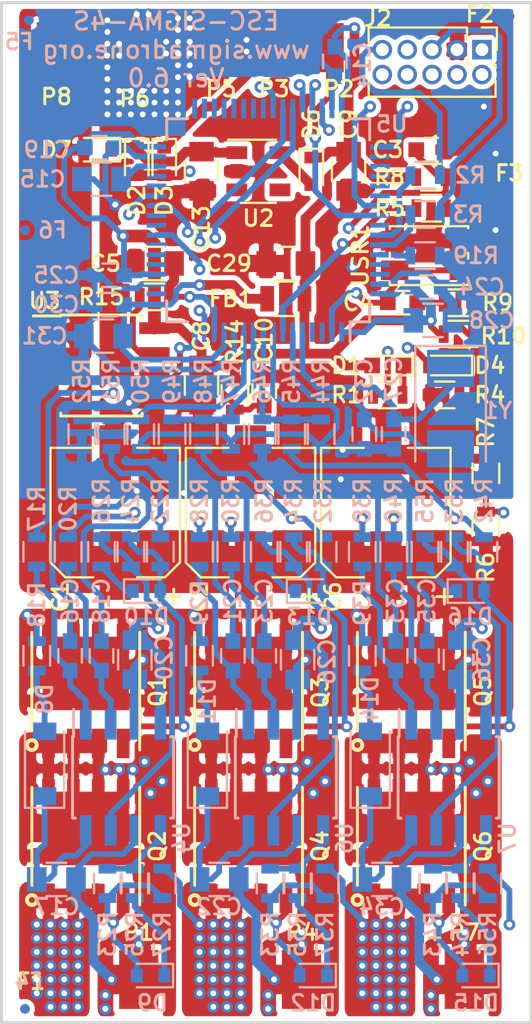
<source format=kicad_pcb>
(kicad_pcb (version 20171130) (host pcbnew "(5.0.0-rc2-dev-339-gb8c282f)")
  (layers (0 F.Cu mixed) (1 In1.Cu mixed) (2 In2.Cu mixed) (31 B.Cu mixed) (34 B.Paste user) (35 F.Paste user) (36 B.SilkS user) (37 F.SilkS user) (38 B.Mask user hide) (39 F.Mask user hide) (44 Edge.Cuts user))
  (net 0 "")
  (net 1 /MOSFETs/PHASE_A)
  (net 2 /MOSFETs/PHASE_B)
  (net 3 /MOSFETs/PHASE_C)
  (net 4 GND)
  (net 5 +BATT)
  (net 6 /MCU/CURRENT_ADC)
  (net 7 /MCU/LED_WARN)
  (net 8 /MCU/PA13)
  (net 9 /MCU/NRST)
  (net 10 /MCU/PA14)
  (net 11 "/PADS & POWER/PWM_5V")
  (net 12 /MCU/PWM)
  (net 13 /MCU/VBAT_ADC)
  (net 14 /MCU/CENTER)
  (net 15 /MCU/SENSE_A)
  (net 16 /MCU/SENSE_B)
  (net 17 /MCU/SENSE_C)
  (net 18 /MCU/PWM_AH)
  (net 19 /MCU/PWM_AL)
  (net 20 /MCU/PWM_BH)
  (net 21 /MCU/PWM_BL)
  (net 22 /MCU/PWM_CH)
  (net 23 /MCU/PWM_CL)
  (net 24 /MCU/CURRENT_FAULT)
  (net 25 /MCU/LED_STATUS)
  (net 26 /MOSFETs/GATE_AH)
  (net 27 /MOSFETs/GATE_BH)
  (net 28 /MOSFETs/GATE_CH)
  (net 29 "/PADS & POWER/CURRENT_ADC")
  (net 30 +3V3)
  (net 31 /MOSFETs/GATE_AL)
  (net 32 /MOSFETs/GATE_BL)
  (net 33 /MOSFETs/GATE_CL)
  (net 34 /MCU/PB3)
  (net 35 /MCU/PB0)
  (net 36 /MCU/PA7)
  (net 37 /MCU/PA8)
  (net 38 /MCU/PA9)
  (net 39 /MCU/PA10)
  (net 40 /MCU/PB1)
  (net 41 "/PADS & POWER/BATTERY_INPUT")
  (net 42 /MCU/PB7)
  (net 43 /MCU/PB6)
  (net 44 "Net-(C15-Pad2)")
  (net 45 "Net-(C17-Pad2)")
  (net 46 "Net-(C22-Pad2)")
  (net 47 "Net-(C27-Pad1)")
  (net 48 "Net-(C30-Pad1)")
  (net 49 "Net-(C32-Pad1)")
  (net 50 "Net-(C34-Pad2)")
  (net 51 "Net-(D1-Pad1)")
  (net 52 "Net-(D4-Pad1)")
  (net 53 "Net-(D6-Pad2)")
  (net 54 "Net-(D8-Pad2)")
  (net 55 "Net-(D9-Pad1)")
  (net 56 "Net-(D9-Pad2)")
  (net 57 "Net-(D10-Pad2)")
  (net 58 "Net-(D10-Pad1)")
  (net 59 "Net-(D11-Pad2)")
  (net 60 "Net-(D12-Pad1)")
  (net 61 "Net-(D12-Pad2)")
  (net 62 "Net-(D13-Pad2)")
  (net 63 "Net-(D13-Pad1)")
  (net 64 "Net-(D14-Pad2)")
  (net 65 "Net-(D15-Pad2)")
  (net 66 "Net-(D15-Pad1)")
  (net 67 "Net-(D16-Pad1)")
  (net 68 "Net-(D16-Pad2)")
  (net 69 "Net-(R19-Pad1)")
  (net 70 /MCU/USART_TX)
  (net 71 /MCU/USART_RX)
  (net 72 /MCU/EXT_5V)
  (net 73 "Net-(J2-Pad8)")
  (net 74 "Net-(U2-Pad4)")
  (net 75 /MCU/PB9)
  (net 76 /MCU/PB8)
  (net 77 /MCU/PB5)
  (net 78 /MCU/PD2)
  (net 79 /MCU/PC12)
  (net 80 /MCU/PC11)
  (net 81 /MCU/PC10)
  (net 82 /MCU/PA15)
  (net 83 /MCU/PC9)
  (net 84 /MCU/PC8)
  (net 85 /MCU/PC7)
  (net 86 /MCU/PC6)
  (net 87 /MCU/PB15)
  (net 88 /MCU/PB14)
  (net 89 /MCU/PB13)
  (net 90 /MCU/PB12)
  (net 91 /MCU/PB10)
  (net 92 /MCU/PB2)
  (net 93 /MCU/PC5)
  (net 94 /MCU/PC4)
  (net 95 /MCU/PA6)
  (net 96 /MCU/PA5)
  (net 97 /MCU/PA4)
  (net 98 /MCU/PA3)
  (net 99 /MCU/PC15)
  (net 100 /MCU/PC14)
  (net 101 /MCU/PC13)
  (net 102 "Net-(C13-Pad2)")
  (net 103 "Net-(U2-Pad3)")
  (net 104 "Net-(R5-Pad1)")
  (net 105 "Net-(C4-Pad1)")
  (module Diodes_SMD:D_SOD-523 (layer F.Cu) (at 105.9 61 270)
    (fp_text reference D2 (at 2 0 270) (layer F.SilkS) (effects (font (size 0.8 0.8))))
    (fp_text value BAT30KFILM)
    (pad 1 smd rect (at -0.7 0 90) (size 0.6 0.7) (layers F.Cu F.Paste F.Mask) (net 102 "Net-(C13-Pad2)"))
    (pad 2 smd rect (at 0.7 0 90) (size 0.6 0.7) (layers F.Cu F.Paste F.Mask) (net 72 /MCU/EXT_5V))
  )
  (module Capacitors_SMD:C_0805 (layer F.Cu) (at 116.7 61.5 90)
    (fp_text reference C9 (at 2.4 0 90) (layer F.SilkS) (effects (font (size 0.8 0.8))))
    (fp_text value "4.7uF 25V")
    (pad 2 smd rect (at 1 0 90) (size 1 1.25) (layers F.Cu F.Paste F.Mask) (net 30 +3V3))
    (pad 1 smd rect (at -1 0 90) (size 1 1.25) (layers F.Cu F.Paste F.Mask) (net 4 GND))
  )
  (module Diodes_SMD:D_SOD-523 (layer F.Cu) (at 114.8 61.5 270)
    (fp_text reference D6 (at -2.4 0 270) (layer F.SilkS) (effects (font (size 0.8 0.8))))
    (fp_text value BAT30KFILM)
    (pad 1 smd rect (at -0.7 0 90) (size 0.6 0.7) (layers F.Cu F.Paste F.Mask) (net 30 +3V3))
    (pad 2 smd rect (at 0.7 0 90) (size 0.6 0.7) (layers F.Cu F.Paste F.Mask) (net 53 "Net-(D6-Pad2)"))
  )
  (module Diodes_SMD:D_SOD-523 (layer F.Cu) (at 107.3 61 270)
    (fp_text reference D3 (at 2 0 270) (layer F.SilkS) (effects (font (size 0.8 0.8))))
    (fp_text value BAT30KFILM)
    (pad 1 smd rect (at -0.7 0 90) (size 0.6 0.7) (layers F.Cu F.Paste F.Mask) (net 11 "/PADS & POWER/PWM_5V"))
    (pad 2 smd rect (at 0.7 0 90) (size 0.6 0.7) (layers F.Cu F.Paste F.Mask) (net 72 /MCU/EXT_5V))
  )
  (module Capacitors_SMD:C_0805 (layer B.Cu) (at 104.1 61.9)
    (fp_text reference C15 (at -3 0 -180) (layer B.SilkS) (effects (font (size 0.8 0.8)) (justify mirror)))
    (fp_text value "4.7uF 25V")
    (pad 2 smd rect (at 1 0) (size 1 1.25) (layers B.Cu B.Paste B.Mask) (net 44 "Net-(C15-Pad2)"))
    (pad 1 smd rect (at -1 0) (size 1 1.25) (layers B.Cu B.Paste B.Mask) (net 4 GND))
  )
  (module Housings_QFP:LQFP-64_10x10mm_Pitch0.5mm (layer B.Cu) (at 112.6 64 90)
    (fp_text reference U5 (at 4.9 6.3 180) (layer B.SilkS) (effects (font (size 0.8 0.8)) (justify mirror)))
    (fp_text value STM32F411RETx)
    (pad 64 smd rect (at -3.75 5.7) (size 1 0.25) (layers B.Cu B.Paste B.Mask) (net 30 +3V3))
    (pad 63 smd rect (at -3.25 5.7) (size 1 0.25) (layers B.Cu B.Paste B.Mask) (net 4 GND))
    (pad 62 smd rect (at -2.75 5.7) (size 1 0.25) (layers B.Cu B.Paste B.Mask) (net 75 /MCU/PB9))
    (pad 61 smd rect (at -2.25 5.7) (size 1 0.25) (layers B.Cu B.Paste B.Mask) (net 76 /MCU/PB8))
    (pad 60 smd rect (at -1.75 5.7) (size 1 0.25) (layers B.Cu B.Paste B.Mask) (net 69 "Net-(R19-Pad1)"))
    (pad 59 smd rect (at -1.25 5.7) (size 1 0.25) (layers B.Cu B.Paste B.Mask) (net 42 /MCU/PB7))
    (pad 58 smd rect (at -0.75 5.7) (size 1 0.25) (layers B.Cu B.Paste B.Mask) (net 43 /MCU/PB6))
    (pad 57 smd rect (at -0.25 5.7) (size 1 0.25) (layers B.Cu B.Paste B.Mask) (net 77 /MCU/PB5))
    (pad 56 smd rect (at 0.25 5.7) (size 1 0.25) (layers B.Cu B.Paste B.Mask) (net 12 /MCU/PWM))
    (pad 55 smd rect (at 0.75 5.7) (size 1 0.25) (layers B.Cu B.Paste B.Mask) (net 34 /MCU/PB3))
    (pad 54 smd rect (at 1.25 5.7) (size 1 0.25) (layers B.Cu B.Paste B.Mask) (net 78 /MCU/PD2))
    (pad 53 smd rect (at 1.75 5.7) (size 1 0.25) (layers B.Cu B.Paste B.Mask) (net 79 /MCU/PC12))
    (pad 52 smd rect (at 2.25 5.7) (size 1 0.25) (layers B.Cu B.Paste B.Mask) (net 80 /MCU/PC11))
    (pad 51 smd rect (at 2.75 5.7) (size 1 0.25) (layers B.Cu B.Paste B.Mask) (net 81 /MCU/PC10))
    (pad 50 smd rect (at 3.25 5.7) (size 1 0.25) (layers B.Cu B.Paste B.Mask) (net 82 /MCU/PA15))
    (pad 49 smd rect (at 3.75 5.7) (size 1 0.25) (layers B.Cu B.Paste B.Mask) (net 10 /MCU/PA14))
    (pad 48 smd rect (at 5.7 3.75 90) (size 1 0.25) (layers B.Cu B.Paste B.Mask) (net 30 +3V3))
    (pad 47 smd rect (at 5.7 3.25 90) (size 1 0.25) (layers B.Cu B.Paste B.Mask) (net 4 GND))
    (pad 46 smd rect (at 5.7 2.75 90) (size 1 0.25) (layers B.Cu B.Paste B.Mask) (net 8 /MCU/PA13))
    (pad 45 smd rect (at 5.7 2.25 90) (size 1 0.25) (layers B.Cu B.Paste B.Mask) (net 7 /MCU/LED_WARN))
    (pad 44 smd rect (at 5.7 1.75 90) (size 1 0.25) (layers B.Cu B.Paste B.Mask) (net 25 /MCU/LED_STATUS))
    (pad 43 smd rect (at 5.7 1.25 90) (size 1 0.25) (layers B.Cu B.Paste B.Mask) (net 39 /MCU/PA10))
    (pad 42 smd rect (at 5.7 0.75 90) (size 1 0.25) (layers B.Cu B.Paste B.Mask) (net 38 /MCU/PA9))
    (pad 41 smd rect (at 5.7 0.25 90) (size 1 0.25) (layers B.Cu B.Paste B.Mask) (net 37 /MCU/PA8))
    (pad 40 smd rect (at 5.7 -0.25 90) (size 1 0.25) (layers B.Cu B.Paste B.Mask) (net 83 /MCU/PC9))
    (pad 39 smd rect (at 5.7 -0.75 90) (size 1 0.25) (layers B.Cu B.Paste B.Mask) (net 84 /MCU/PC8))
    (pad 38 smd rect (at 5.7 -1.25 90) (size 1 0.25) (layers B.Cu B.Paste B.Mask) (net 85 /MCU/PC7))
    (pad 37 smd rect (at 5.7 -1.75 90) (size 1 0.25) (layers B.Cu B.Paste B.Mask) (net 86 /MCU/PC6))
    (pad 36 smd rect (at 5.7 -2.25 90) (size 1 0.25) (layers B.Cu B.Paste B.Mask) (net 87 /MCU/PB15))
    (pad 35 smd rect (at 5.7 -2.75 90) (size 1 0.25) (layers B.Cu B.Paste B.Mask) (net 88 /MCU/PB14))
    (pad 34 smd rect (at 5.7 -3.25 90) (size 1 0.25) (layers B.Cu B.Paste B.Mask) (net 89 /MCU/PB13))
    (pad 33 smd rect (at 5.7 -3.75 90) (size 1 0.25) (layers B.Cu B.Paste B.Mask) (net 90 /MCU/PB12))
    (pad 32 smd rect (at 3.75 -5.7) (size 1 0.25) (layers B.Cu B.Paste B.Mask) (net 30 +3V3))
    (pad 31 smd rect (at 3.25 -5.7) (size 1 0.25) (layers B.Cu B.Paste B.Mask) (net 4 GND))
    (pad 30 smd rect (at 2.75 -5.7) (size 1 0.25) (layers B.Cu B.Paste B.Mask) (net 44 "Net-(C15-Pad2)"))
    (pad 29 smd rect (at 2.25 -5.7) (size 1 0.25) (layers B.Cu B.Paste B.Mask) (net 91 /MCU/PB10))
    (pad 28 smd rect (at 1.75 -5.7) (size 1 0.25) (layers B.Cu B.Paste B.Mask) (net 92 /MCU/PB2))
    (pad 27 smd rect (at 1.25 -5.7) (size 1 0.25) (layers B.Cu B.Paste B.Mask) (net 40 /MCU/PB1))
    (pad 26 smd rect (at 0.75 -5.7) (size 1 0.25) (layers B.Cu B.Paste B.Mask) (net 35 /MCU/PB0))
    (pad 25 smd rect (at 0.25 -5.7) (size 1 0.25) (layers B.Cu B.Paste B.Mask) (net 93 /MCU/PC5))
    (pad 24 smd rect (at -0.25 -5.7) (size 1 0.25) (layers B.Cu B.Paste B.Mask) (net 94 /MCU/PC4))
    (pad 23 smd rect (at -0.75 -5.7) (size 1 0.25) (layers B.Cu B.Paste B.Mask) (net 36 /MCU/PA7))
    (pad 22 smd rect (at -1.25 -5.7) (size 1 0.25) (layers B.Cu B.Paste B.Mask) (net 95 /MCU/PA6))
    (pad 21 smd rect (at -1.75 -5.7) (size 1 0.25) (layers B.Cu B.Paste B.Mask) (net 96 /MCU/PA5))
    (pad 20 smd rect (at -2.25 -5.7) (size 1 0.25) (layers B.Cu B.Paste B.Mask) (net 97 /MCU/PA4))
    (pad 19 smd rect (at -2.75 -5.7) (size 1 0.25) (layers B.Cu B.Paste B.Mask) (net 30 +3V3))
    (pad 18 smd rect (at -3.25 -5.7) (size 1 0.25) (layers B.Cu B.Paste B.Mask) (net 4 GND))
    (pad 17 smd rect (at -3.75 -5.7) (size 1 0.25) (layers B.Cu B.Paste B.Mask) (net 98 /MCU/PA3))
    (pad 16 smd rect (at -5.7 -3.75 90) (size 1 0.25) (layers B.Cu B.Paste B.Mask) (net 24 /MCU/CURRENT_FAULT))
    (pad 15 smd rect (at -5.7 -3.25 90) (size 1 0.25) (layers B.Cu B.Paste B.Mask) (net 13 /MCU/VBAT_ADC))
    (pad 14 smd rect (at -5.7 -2.75 90) (size 1 0.25) (layers B.Cu B.Paste B.Mask) (net 6 /MCU/CURRENT_ADC))
    (pad 13 smd rect (at -5.7 -2.25 90) (size 1 0.25) (layers B.Cu B.Paste B.Mask) (net 48 "Net-(C30-Pad1)"))
    (pad 12 smd rect (at -5.7 -1.75 90) (size 1 0.25) (layers B.Cu B.Paste B.Mask) (net 4 GND))
    (pad 11 smd rect (at -5.7 -1.25 90) (size 1 0.25) (layers B.Cu B.Paste B.Mask) (net 17 /MCU/SENSE_C))
    (pad 10 smd rect (at -5.7 -0.75 90) (size 1 0.25) (layers B.Cu B.Paste B.Mask) (net 16 /MCU/SENSE_B))
    (pad 9 smd rect (at -5.7 -0.25 90) (size 1 0.25) (layers B.Cu B.Paste B.Mask) (net 15 /MCU/SENSE_A))
    (pad 8 smd rect (at -5.7 0.25 90) (size 1 0.25) (layers B.Cu B.Paste B.Mask) (net 14 /MCU/CENTER))
    (pad 7 smd rect (at -5.7 0.75 90) (size 1 0.25) (layers B.Cu B.Paste B.Mask) (net 104 "Net-(R5-Pad1)"))
    (pad 6 smd rect (at -5.7 1.25 90) (size 1 0.25) (layers B.Cu B.Paste B.Mask) (net 49 "Net-(C32-Pad1)"))
    (pad 5 smd rect (at -5.7 1.75 90) (size 1 0.25) (layers B.Cu B.Paste B.Mask) (net 47 "Net-(C27-Pad1)"))
    (pad 4 smd rect (at -5.7 2.25 90) (size 1 0.25) (layers B.Cu B.Paste B.Mask) (net 99 /MCU/PC15))
    (pad 3 smd rect (at -5.7 2.75 90) (size 1 0.25) (layers B.Cu B.Paste B.Mask) (net 100 /MCU/PC14))
    (pad 2 smd rect (at -5.7 3.25 90) (size 1 0.25) (layers B.Cu B.Paste B.Mask) (net 101 /MCU/PC13))
    (pad 1 smd rect (at -5.7 3.75 90) (size 1 0.25) (layers B.Cu B.Paste B.Mask) (net 30 +3V3))
  )
  (module Capacitors_SMD:C_0805 (layer B.Cu) (at 101.8 97.6 180)
    (fp_text reference C17 (at -0.020188 -1.4 180) (layer B.SilkS) (effects (font (size 0.8 0.8)) (justify mirror)))
    (fp_text value "1uF 100V")
    (pad 2 smd rect (at 1 0 180) (size 1 1.25) (layers B.Cu B.Paste B.Mask) (net 45 "Net-(C17-Pad2)"))
    (pad 1 smd rect (at -1 0 180) (size 1 1.25) (layers B.Cu B.Paste B.Mask) (net 3 /MOSFETs/PHASE_C))
  )
  (module Crystals:Crystal_SMD_Abracon_ABM3-2pin_5.0x3.2mm (layer B.Cu) (at 121.9 73.6 270)
    (fp_text reference Y1 (at 0.1 -2.4) (layer B.SilkS) (effects (font (size 0.8 0.8)) (justify mirror)))
    (fp_text value ABM3-8.000MHZ-D2Y-T)
    (pad 2 smd rect (at 2.05 0 270) (size 1.9 2.4) (layers B.Cu B.Paste B.Mask) (net 49 "Net-(C32-Pad1)"))
    (pad 1 smd rect (at -2.05 0 270) (size 1.9 2.4) (layers B.Cu B.Paste B.Mask) (net 47 "Net-(C27-Pad1)"))
  )
  (module Capacitors_SMD:C_0603 (layer B.Cu) (at 119 74.9 270)
    (fp_text reference C27 (at -2.8 0 90) (layer B.SilkS) (effects (font (size 0.8 0.8)) (justify mirror)))
    (fp_text value 27pF/50V/1%)
    (pad 2 smd rect (at 0.75 0 270) (size 0.8 0.75) (layers B.Cu B.Paste B.Mask) (net 4 GND))
    (pad 1 smd rect (at -0.75 0 270) (size 0.8 0.75) (layers B.Cu B.Paste B.Mask) (net 47 "Net-(C27-Pad1)"))
  )
  (module Capacitors_SMD:C_0805 (layer F.Cu) (at 113.5 66.2)
    (fp_text reference C29 (at -2.9 0) (layer F.SilkS) (effects (font (size 0.8 0.8))))
    (fp_text value "4.7uF 25V")
    (pad 2 smd rect (at 1 0) (size 1 1.25) (layers F.Cu F.Paste F.Mask) (net 30 +3V3))
    (pad 1 smd rect (at -1 0) (size 1 1.25) (layers F.Cu F.Paste F.Mask) (net 4 GND))
  )
  (module Capacitors_SMD:C_0603 (layer B.Cu) (at 117.5 74.9 270)
    (fp_text reference C32 (at -2.7 0 90) (layer B.SilkS) (effects (font (size 0.8 0.8)) (justify mirror)))
    (fp_text value 27pF/50V/1%)
    (pad 2 smd rect (at 0.75 0 270) (size 0.8 0.75) (layers B.Cu B.Paste B.Mask) (net 4 GND))
    (pad 1 smd rect (at -0.75 0 270) (size 0.8 0.75) (layers B.Cu B.Paste B.Mask) (net 49 "Net-(C32-Pad1)"))
  )
  (module Resistors_SMD:R_0603 (layer B.Cu) (at 110.7 74.9 90)
    (fp_text reference R47 (at 2.7 0 90) (layer B.SilkS) (effects (font (size 0.8 0.8)) (justify mirror)))
    (fp_text value 47k)
    (pad 2 smd rect (at 0.75 0 90) (size 0.5 0.9) (layers B.Cu B.Paste B.Mask) (net 16 /MCU/SENSE_B))
    (pad 1 smd rect (at -0.75 0 90) (size 0.5 0.9) (layers B.Cu B.Paste B.Mask) (net 14 /MCU/CENTER))
  )
  (module Capacitors_SMD:C_0603 (layer B.Cu) (at 116 55.9 90)
    (fp_text reference C14 (at -0.2 1.4 -90) (layer B.SilkS) (effects (font (size 0.8 0.8)) (justify mirror)))
    (fp_text value "100nF 50V")
    (pad 2 smd rect (at 0.75 0 90) (size 0.8 0.75) (layers B.Cu B.Paste B.Mask) (net 30 +3V3))
    (pad 1 smd rect (at -0.75 0 90) (size 0.8 0.75) (layers B.Cu B.Paste B.Mask) (net 4 GND))
  )
  (module Capacitors_SMD:C_0603 (layer B.Cu) (at 104.5 66.8)
    (fp_text reference C25 (at -2.7 0) (layer B.SilkS) (effects (font (size 0.8 0.8)) (justify mirror)))
    (fp_text value "100nF 50V")
    (pad 2 smd rect (at 0.75 0) (size 0.8 0.75) (layers B.Cu B.Paste B.Mask) (net 30 +3V3))
    (pad 1 smd rect (at -0.75 0) (size 0.8 0.75) (layers B.Cu B.Paste B.Mask) (net 4 GND))
  )
  (module Capacitors_SMD:C_0805 (layer B.Cu) (at 104.2 69.9 180)
    (fp_text reference C31 (at 3 0) (layer B.SilkS) (effects (font (size 0.8 0.8)) (justify mirror)))
    (fp_text value "1uF 100V")
    (pad 2 smd rect (at 1 0 180) (size 1 1.25) (layers B.Cu B.Paste B.Mask) (net 4 GND))
    (pad 1 smd rect (at -1 0 180) (size 1 1.25) (layers B.Cu B.Paste B.Mask) (net 48 "Net-(C30-Pad1)"))
  )
  (module Resistors_SMD:R_0603 (layer B.Cu) (at 107.7 74.9 90)
    (fp_text reference R49 (at 2.7 0 90) (layer B.SilkS) (effects (font (size 0.8 0.8)) (justify mirror)))
    (fp_text value 4.7k)
    (pad 2 smd rect (at 0.75 0 90) (size 0.5 0.9) (layers B.Cu B.Paste B.Mask) (net 16 /MCU/SENSE_B))
    (pad 1 smd rect (at -0.75 0 90) (size 0.5 0.9) (layers B.Cu B.Paste B.Mask) (net 4 GND))
  )
  (module Capacitors_SMD:C_0603 (layer B.Cu) (at 104 60.3 180)
    (fp_text reference C19 (at 2.7 -0.1) (layer B.SilkS) (effects (font (size 0.8 0.8)) (justify mirror)))
    (fp_text value "100nF 50V")
    (pad 2 smd rect (at 0.75 0 180) (size 0.8 0.75) (layers B.Cu B.Paste B.Mask) (net 30 +3V3))
    (pad 1 smd rect (at -0.75 0 180) (size 0.8 0.75) (layers B.Cu B.Paste B.Mask) (net 4 GND))
  )
  (module Resistors_SMD:R_0603 (layer B.Cu) (at 115.3 74.9 90)
    (fp_text reference R44 (at 2.7 0 90) (layer B.SilkS) (effects (font (size 0.8 0.8)) (justify mirror)))
    (fp_text value 47k)
    (pad 2 smd rect (at 0.75 0 90) (size 0.5 0.9) (layers B.Cu B.Paste B.Mask) (net 15 /MCU/SENSE_A))
    (pad 1 smd rect (at -0.75 0 90) (size 0.5 0.9) (layers B.Cu B.Paste B.Mask) (net 14 /MCU/CENTER))
  )
  (module Resistors_SMD:R_0603 (layer B.Cu) (at 109.3 74.9 270)
    (fp_text reference R48 (at -2.7 0 90) (layer B.SilkS) (effects (font (size 0.8 0.8)) (justify mirror)))
    (fp_text value 47k)
    (pad 2 smd rect (at 0.75 0 270) (size 0.5 0.9) (layers B.Cu B.Paste B.Mask) (net 2 /MOSFETs/PHASE_B))
    (pad 1 smd rect (at -0.75 0 270) (size 0.5 0.9) (layers B.Cu B.Paste B.Mask) (net 16 /MCU/SENSE_B))
  )
  (module Resistors_SMD:R_0603 (layer B.Cu) (at 104.6 74.9 270)
    (fp_text reference R51 (at -2.7 0 90) (layer B.SilkS) (effects (font (size 0.8 0.8)) (justify mirror)))
    (fp_text value 47k)
    (pad 2 smd rect (at 0.75 0 270) (size 0.5 0.9) (layers B.Cu B.Paste B.Mask) (net 3 /MOSFETs/PHASE_C))
    (pad 1 smd rect (at -0.75 0 270) (size 0.5 0.9) (layers B.Cu B.Paste B.Mask) (net 17 /MCU/SENSE_C))
  )
  (module Resistors_SMD:R_0603 (layer B.Cu) (at 112.3 74.9 90)
    (fp_text reference R46 (at 2.7 0 90) (layer B.SilkS) (effects (font (size 0.8 0.8)) (justify mirror)))
    (fp_text value 4.7k)
    (pad 2 smd rect (at 0.75 0 90) (size 0.5 0.9) (layers B.Cu B.Paste B.Mask) (net 15 /MCU/SENSE_A))
    (pad 1 smd rect (at -0.75 0 90) (size 0.5 0.9) (layers B.Cu B.Paste B.Mask) (net 4 GND))
  )
  (module Resistors_SMD:R_0603 (layer B.Cu) (at 113.8 74.9 270)
    (fp_text reference R45 (at -2.7 0 90) (layer B.SilkS) (effects (font (size 0.8 0.8)) (justify mirror)))
    (fp_text value 47k)
    (pad 2 smd rect (at 0.75 0 270) (size 0.5 0.9) (layers B.Cu B.Paste B.Mask) (net 1 /MOSFETs/PHASE_A))
    (pad 1 smd rect (at -0.75 0 270) (size 0.5 0.9) (layers B.Cu B.Paste B.Mask) (net 15 /MCU/SENSE_A))
  )
  (module Capacitors_SMD:C_0603 (layer B.Cu) (at 120.7 67.4 180)
    (fp_text reference C24 (at -2.8 0 180) (layer B.SilkS) (effects (font (size 0.8 0.8)) (justify mirror)))
    (fp_text value "100nF 50V")
    (pad 2 smd rect (at 0.75 0 180) (size 0.8 0.75) (layers B.Cu B.Paste B.Mask) (net 30 +3V3))
    (pad 1 smd rect (at -0.75 0 180) (size 0.8 0.75) (layers B.Cu B.Paste B.Mask) (net 4 GND))
  )
  (module Resistors_SMD:R_0603 (layer B.Cu) (at 106.1 74.9 90)
    (fp_text reference R50 (at 2.7 0 90) (layer B.SilkS) (effects (font (size 0.8 0.8)) (justify mirror)))
    (fp_text value 47k)
    (pad 2 smd rect (at 0.75 0 90) (size 0.5 0.9) (layers B.Cu B.Paste B.Mask) (net 17 /MCU/SENSE_C))
    (pad 1 smd rect (at -0.75 0 90) (size 0.5 0.9) (layers B.Cu B.Paste B.Mask) (net 14 /MCU/CENTER))
  )
  (module Resistors_SMD:R_0805 (layer F.Cu) (at 113.5 68 180)
    (fp_text reference FB1 (at 2.8 0) (layer F.SilkS) (effects (font (size 0.8 0.8))))
    (fp_text value "BEAD/0.6OHM/0.2A/2.2 kOhm @ 100MHz")
    (pad 2 smd rect (at 0.95 0 180) (size 0.7 1.3) (layers F.Cu F.Paste F.Mask) (net 48 "Net-(C30-Pad1)"))
    (pad 1 smd rect (at -0.95 0 180) (size 0.7 1.3) (layers F.Cu F.Paste F.Mask) (net 30 +3V3))
  )
  (module Capacitors_SMD:C_0805 (layer B.Cu) (at 121 69.1)
    (fp_text reference C28 (at 3 0) (layer B.SilkS) (effects (font (size 0.8 0.8)) (justify mirror)))
    (fp_text value "1uF 100V")
    (pad 2 smd rect (at 1 0) (size 1 1.25) (layers B.Cu B.Paste B.Mask) (net 4 GND))
    (pad 1 smd rect (at -1 0) (size 1 1.25) (layers B.Cu B.Paste B.Mask) (net 30 +3V3))
  )
  (module Capacitors_SMD:C_0603 (layer B.Cu) (at 104.5 68.3 180)
    (fp_text reference C30 (at 2.7 0) (layer B.SilkS) (effects (font (size 0.8 0.8)) (justify mirror)))
    (fp_text value "100nF 50V")
    (pad 2 smd rect (at 0.75 0 180) (size 0.8 0.75) (layers B.Cu B.Paste B.Mask) (net 4 GND))
    (pad 1 smd rect (at -0.75 0 180) (size 0.8 0.75) (layers B.Cu B.Paste B.Mask) (net 48 "Net-(C30-Pad1)"))
  )
  (module Resistors_SMD:R_0603 (layer B.Cu) (at 103.1 74.9 90)
    (fp_text reference R52 (at 2.7 0 90) (layer B.SilkS) (effects (font (size 0.8 0.8)) (justify mirror)))
    (fp_text value 4.7k)
    (pad 2 smd rect (at 0.75 0 90) (size 0.5 0.9) (layers B.Cu B.Paste B.Mask) (net 17 /MCU/SENSE_C))
    (pad 1 smd rect (at -0.75 0 90) (size 0.5 0.9) (layers B.Cu B.Paste B.Mask) (net 4 GND))
  )
  (module Resistors_SMD:R_0603 (layer B.Cu) (at 120.6 65.8)
    (fp_text reference R19 (at 2.6 0) (layer B.SilkS) (effects (font (size 0.8 0.8)) (justify mirror)))
    (fp_text value 10k)
    (pad 2 smd rect (at 0.75 0) (size 0.5 0.9) (layers B.Cu B.Paste B.Mask) (net 4 GND))
    (pad 1 smd rect (at -0.75 0) (size 0.5 0.9) (layers B.Cu B.Paste B.Mask) (net 69 "Net-(R19-Pad1)"))
  )
  (module Sigmadrone:SolderWirePad_single_SMD_1.5x2.5mm (layer F.Cu) (at 115.7 55.2 180)
    (fp_text reference P2 (at -0.5 -2.1 180) (layer F.SilkS) (effects (font (size 0.8 0.8))))
    (fp_text value PAD hide)
    (pad 1 smd rect (at 0 0 180) (size 1.5 2.5) (layers F.Cu F.Paste F.Mask) (net 12 /MCU/PWM))
  )
  (module Sigmadrone:SolderWirePad_single_SMD_1.5x2.5mm (layer F.Cu) (at 112.9 55.2 180)
    (fp_text reference P3 (at 0 -2.1 180) (layer F.SilkS) (effects (font (size 0.8 0.8))))
    (fp_text value PAD hide)
    (pad 1 smd rect (at 0 0 180) (size 1.5 2.5) (layers F.Cu F.Paste F.Mask) (net 11 "/PADS & POWER/PWM_5V"))
  )
  (module Sigmadrone:SolderWirePad_single_SMD_1.5x2.5mm (layer F.Cu) (at 110.1 55.2 180)
    (fp_text reference P5 (at -0.1 -2.1 180) (layer F.SilkS) (effects (font (size 0.8 0.8))))
    (fp_text value PAD hide)
    (pad 1 smd rect (at 0 0 180) (size 1.5 2.5) (layers F.Cu F.Paste F.Mask) (net 4 GND))
  )
  (module Resistors_SMD:R_0603 (layer B.Cu) (at 102.4 80.9 270)
    (fp_text reference R20 (at -2.2 0 90) (layer B.SilkS) (effects (font (size 0.8 0.8)) (justify mirror)))
    (fp_text value 10)
    (pad 2 smd rect (at 0.75 0 270) (size 0.5 0.9) (layers B.Cu B.Paste B.Mask) (net 22 /MCU/PWM_CH))
    (pad 1 smd rect (at -0.75 0 270) (size 0.5 0.9) (layers B.Cu B.Paste B.Mask) (net 39 /MCU/PA10))
  )
  (module Resistors_SMD:R_0603 (layer F.Cu) (at 121.6 72.9)
    (fp_text reference R4 (at 2.3 0) (layer F.SilkS) (effects (font (size 0.8 0.8))))
    (fp_text value 2.2k)
    (pad 2 smd rect (at 0.75 0) (size 0.5 0.9) (layers F.Cu F.Paste F.Mask) (net 52 "Net-(D4-Pad1)"))
    (pad 1 smd rect (at -0.75 0) (size 0.5 0.9) (layers F.Cu F.Paste F.Mask) (net 4 GND))
  )
  (module Capacitors_SMD:CP_Elec_6.3x7.7 (layer F.Cu) (at 104.8 78.9 90)
    (fp_text reference C1 (at -4.3 -2.8 270) (layer F.SilkS) (effects (font (size 0.8 0.8))))
    (fp_text value 100uF)
    (fp_text user + (at -4.28 2.91 90) (layer F.SilkS))
    (pad 2 smd rect (at 2.7 0 270) (size 3.5 1.6) (layers F.Cu F.Paste F.Mask) (net 4 GND))
    (pad 1 smd rect (at -2.7 0 270) (size 3.5 1.6) (layers F.Cu F.Paste F.Mask) (net 5 +BATT))
  )
  (module Housings_SOIC:SOIC-8_3.9x4.9mm_Pitch1.27mm (layer F.Cu) (at 104.1 71.4)
    (fp_text reference U3 (at -2.9 -3.3) (layer F.SilkS) (effects (font (size 0.8 0.8))))
    (fp_text value ACS711)
    (pad 8 smd rect (at 2.7 -1.905) (size 1.55 0.6) (layers F.Cu F.Paste F.Mask) (net 30 +3V3))
    (pad 7 smd rect (at 2.7 -0.635) (size 1.55 0.6) (layers F.Cu F.Paste F.Mask) (net 29 "/PADS & POWER/CURRENT_ADC"))
    (pad 6 smd rect (at 2.7 0.635) (size 1.55 0.6) (layers F.Cu F.Paste F.Mask) (net 24 /MCU/CURRENT_FAULT))
    (pad 5 smd rect (at 2.7 1.905) (size 1.55 0.6) (layers F.Cu F.Paste F.Mask) (net 4 GND))
    (pad 4 smd rect (at -2.7 1.905) (size 1.55 0.6) (layers F.Cu F.Paste F.Mask) (net 5 +BATT))
    (pad 3 smd rect (at -2.7 0.635) (size 1.55 0.6) (layers F.Cu F.Paste F.Mask) (net 5 +BATT))
    (pad 2 smd rect (at -2.7 -0.635) (size 1.55 0.6) (layers F.Cu F.Paste F.Mask) (net 41 "/PADS & POWER/BATTERY_INPUT"))
    (pad 1 smd rect (at -2.7 -1.905) (size 1.55 0.6) (layers F.Cu F.Paste F.Mask) (net 41 "/PADS & POWER/BATTERY_INPUT"))
  )
  (module Resistors_SMD:R_0603 (layer B.Cu) (at 122.1 80.9 90)
    (fp_text reference R53 (at 2.6 0 90) (layer B.SilkS) (effects (font (size 0.8 0.8)) (justify mirror)))
    (fp_text value 21)
    (pad 2 smd rect (at 0.75 0 90) (size 0.5 0.9) (layers B.Cu B.Paste B.Mask) (net 68 "Net-(D16-Pad2)"))
    (pad 1 smd rect (at -0.75 0 90) (size 0.5 0.9) (layers B.Cu B.Paste B.Mask) (net 26 /MOSFETs/GATE_AH))
  )
  (module Resistors_SMD:R_0603 (layer B.Cu) (at 117.4 86.2 270)
    (fp_text reference R39 (at -2.7 0 90) (layer B.SilkS) (effects (font (size 0.8 0.8)) (justify mirror)))
    (fp_text value 5)
    (pad 2 smd rect (at 0.75 0 270) (size 0.5 0.9) (layers B.Cu B.Paste B.Mask) (net 64 "Net-(D14-Pad2)"))
    (pad 1 smd rect (at -0.75 0 270) (size 0.5 0.9) (layers B.Cu B.Paste B.Mask) (net 5 +BATT))
  )
  (module Resistors_SMD:R_0603 (layer F.Cu) (at 123.7 79.6 90)
    (fp_text reference R6 (at -2.1 0 90) (layer F.SilkS) (effects (font (size 0.8 0.8))))
    (fp_text value 47k)
    (pad 2 smd rect (at 0.75 0 90) (size 0.5 0.9) (layers F.Cu F.Paste F.Mask) (net 13 /MCU/VBAT_ADC))
    (pad 1 smd rect (at -0.75 0 90) (size 0.5 0.9) (layers F.Cu F.Paste F.Mask) (net 5 +BATT))
  )
  (module Resistors_SMD:R_0603 (layer F.Cu) (at 123.7 76.9 90)
    (fp_text reference R7 (at 2.1 0 -90) (layer F.SilkS) (effects (font (size 0.8 0.8))))
    (fp_text value 4.7k)
    (pad 2 smd rect (at 0.75 0 90) (size 0.5 0.9) (layers F.Cu F.Paste F.Mask) (net 4 GND))
    (pad 1 smd rect (at -0.75 0 90) (size 0.5 0.9) (layers F.Cu F.Paste F.Mask) (net 13 /MCU/VBAT_ADC))
  )
  (module Capacitors_SMD:C_0805 (layer F.Cu) (at 106.8 66.2)
    (fp_text reference C5 (at -2.5 0) (layer F.SilkS) (effects (font (size 0.8 0.8))))
    (fp_text value "1uF 100V")
    (pad 2 smd rect (at 1 0) (size 1 1.25) (layers F.Cu F.Paste F.Mask) (net 6 /MCU/CURRENT_ADC))
    (pad 1 smd rect (at -1 0) (size 1 1.25) (layers F.Cu F.Paste F.Mask) (net 4 GND))
  )
  (module Resistors_SMD:R_0603 (layer F.Cu) (at 106.8 67.9)
    (fp_text reference R15 (at -2.7 0) (layer F.SilkS) (effects (font (size 0.8 0.8))))
    (fp_text value 47k)
    (pad 2 smd rect (at 0.75 0) (size 0.5 0.9) (layers F.Cu F.Paste F.Mask) (net 6 /MCU/CURRENT_ADC))
    (pad 1 smd rect (at -0.75 0) (size 0.5 0.9) (layers F.Cu F.Paste F.Mask) (net 29 "/PADS & POWER/CURRENT_ADC"))
  )
  (module Capacitors_SMD:CP_Elec_6.3x7.7 (layer F.Cu) (at 118.6 78.9 90)
    (fp_text reference C6 (at -4.3 -2.7 270) (layer F.SilkS) (effects (font (size 0.8 0.8))))
    (fp_text value 100uF)
    (fp_text user + (at -4.28 2.91 90) (layer F.SilkS))
    (pad 2 smd rect (at 2.7 0 270) (size 3.5 1.6) (layers F.Cu F.Paste F.Mask) (net 4 GND))
    (pad 1 smd rect (at -2.7 0 270) (size 3.5 1.6) (layers F.Cu F.Paste F.Mask) (net 5 +BATT))
  )
  (module Capacitors_SMD:CP_Elec_6.3x7.7 (layer F.Cu) (at 111.7 78.9 90)
    (fp_text reference C2 (at -4.3 -2.6 270) (layer F.SilkS) (effects (font (size 0.8 0.8))))
    (fp_text value 100uF)
    (fp_text user + (at -4.28 2.91 90) (layer F.SilkS))
    (pad 2 smd rect (at 2.7 0 270) (size 3.5 1.6) (layers F.Cu F.Paste F.Mask) (net 4 GND))
    (pad 1 smd rect (at -2.7 0 270) (size 3.5 1.6) (layers F.Cu F.Paste F.Mask) (net 5 +BATT))
  )
  (module Resistors_SMD:R_0603 (layer F.Cu) (at 118.7 72.9)
    (fp_text reference R1 (at -2.1 0) (layer F.SilkS) (effects (font (size 0.8 0.8))))
    (fp_text value 2.2k)
    (pad 2 smd rect (at 0.75 0) (size 0.5 0.9) (layers F.Cu F.Paste F.Mask) (net 51 "Net-(D1-Pad1)"))
    (pad 1 smd rect (at -0.75 0) (size 0.5 0.9) (layers F.Cu F.Paste F.Mask) (net 25 /MCU/LED_STATUS))
  )
  (module Resistors_SMD:R_0603 (layer B.Cu) (at 123.8 97.8 90)
    (fp_text reference R56 (at -2.6 0 90) (layer B.SilkS) (effects (font (size 0.8 0.8)) (justify mirror)))
    (fp_text value 10k)
    (pad 2 smd rect (at 0.75 0 90) (size 0.5 0.9) (layers B.Cu B.Paste B.Mask) (net 4 GND))
    (pad 1 smd rect (at -0.75 0 90) (size 0.5 0.9) (layers B.Cu B.Paste B.Mask) (net 65 "Net-(D15-Pad2)"))
  )
  (module Resistors_SMD:R_0603 (layer B.Cu) (at 115.5 97.8 90)
    (fp_text reference R37 (at -2.6 0 90) (layer B.SilkS) (effects (font (size 0.8 0.8)) (justify mirror)))
    (fp_text value 10k)
    (pad 2 smd rect (at 0.75 0 90) (size 0.5 0.9) (layers B.Cu B.Paste B.Mask) (net 4 GND))
    (pad 1 smd rect (at -0.75 0 90) (size 0.5 0.9) (layers B.Cu B.Paste B.Mask) (net 61 "Net-(D12-Pad2)"))
  )
  (module Resistors_SMD:R_0603 (layer B.Cu) (at 107.2 97.8 90)
    (fp_text reference R27 (at -2.6 0 90) (layer B.SilkS) (effects (font (size 0.8 0.8)) (justify mirror)))
    (fp_text value 10k)
    (pad 2 smd rect (at 0.75 0 90) (size 0.5 0.9) (layers B.Cu B.Paste B.Mask) (net 4 GND))
    (pad 1 smd rect (at -0.75 0 90) (size 0.5 0.9) (layers B.Cu B.Paste B.Mask) (net 56 "Net-(D9-Pad2)"))
  )
  (module Diodes_SMD:D_SOD-123 (layer B.Cu) (at 117.8 91.7 90)
    (fp_text reference D14 (at 3.3 0 90) (layer B.SilkS) (effects (font (size 0.8 0.8)) (justify mirror)))
    (fp_text value STPS0560Z)
    (pad 2 smd rect (at 1.65 0 90) (size 0.9 1.2) (layers B.Cu B.Paste B.Mask) (net 64 "Net-(D14-Pad2)"))
    (pad 1 smd rect (at -1.65 0 90) (size 0.9 1.2) (layers B.Cu B.Paste B.Mask) (net 50 "Net-(C34-Pad2)"))
  )
  (module Diodes_SMD:D_SOD-123 (layer B.Cu) (at 109.5 91.7 90)
    (fp_text reference D11 (at 3.2 0 90) (layer B.SilkS) (effects (font (size 0.8 0.8)) (justify mirror)))
    (fp_text value STPS0560Z)
    (pad 2 smd rect (at 1.65 0 90) (size 0.9 1.2) (layers B.Cu B.Paste B.Mask) (net 59 "Net-(D11-Pad2)"))
    (pad 1 smd rect (at -1.65 0 90) (size 0.9 1.2) (layers B.Cu B.Paste B.Mask) (net 46 "Net-(C22-Pad2)"))
  )
  (module Diodes_SMD:D_SOD-123 (layer B.Cu) (at 101.2 91.7 90)
    (fp_text reference D8 (at 3.3 0 90) (layer B.SilkS) (effects (font (size 0.8 0.8)) (justify mirror)))
    (fp_text value STPS0560Z)
    (pad 2 smd rect (at 1.65 0 90) (size 0.9 1.2) (layers B.Cu B.Paste B.Mask) (net 54 "Net-(D8-Pad2)"))
    (pad 1 smd rect (at -1.65 0 90) (size 0.9 1.2) (layers B.Cu B.Paste B.Mask) (net 45 "Net-(C17-Pad2)"))
  )
  (module Capacitors_SMD:C_0805 (layer B.Cu) (at 118.4 97.6 180)
    (fp_text reference C34 (at 0 -1.4 180) (layer B.SilkS) (effects (font (size 0.8 0.8)) (justify mirror)))
    (fp_text value "1uF 100V")
    (pad 2 smd rect (at 1 0 180) (size 1 1.25) (layers B.Cu B.Paste B.Mask) (net 50 "Net-(C34-Pad2)"))
    (pad 1 smd rect (at -1 0 180) (size 1 1.25) (layers B.Cu B.Paste B.Mask) (net 1 /MOSFETs/PHASE_A))
  )
  (module Capacitors_SMD:C_0805 (layer B.Cu) (at 110.1 97.6 180)
    (fp_text reference C22 (at 0 -1.4 180) (layer B.SilkS) (effects (font (size 0.8 0.8)) (justify mirror)))
    (fp_text value "1uF 100V")
    (pad 2 smd rect (at 1 0 180) (size 1 1.25) (layers B.Cu B.Paste B.Mask) (net 46 "Net-(C22-Pad2)"))
    (pad 1 smd rect (at -1 0 180) (size 1 1.25) (layers B.Cu B.Paste B.Mask) (net 2 /MOSFETs/PHASE_B))
  )
  (module Capacitors_SMD:C_0805 (layer F.Cu) (at 109.2 72.4 90)
    (fp_text reference C8 (at 2.5 0 90) (layer F.SilkS) (effects (font (size 0.8 0.8))))
    (fp_text value "1uF 100V")
    (pad 2 smd rect (at 1 0 90) (size 1 1.25) (layers F.Cu F.Paste F.Mask) (net 30 +3V3))
    (pad 1 smd rect (at -1 0 90) (size 1 1.25) (layers F.Cu F.Paste F.Mask) (net 4 GND))
  )
  (module Capacitors_SMD:C_0805 (layer B.Cu) (at 122.4 86.4 270)
    (fp_text reference C36 (at 0 -1.1 90) (layer B.SilkS) (effects (font (size 0.8 0.8)) (justify mirror)))
    (fp_text value "1uF 100V")
    (pad 2 smd rect (at 1 0 270) (size 1 1.25) (layers B.Cu B.Paste B.Mask) (net 5 +BATT))
    (pad 1 smd rect (at -1 0 270) (size 1 1.25) (layers B.Cu B.Paste B.Mask) (net 4 GND))
  )
  (module Capacitors_SMD:C_0805 (layer B.Cu) (at 114.1 86.4 270)
    (fp_text reference C26 (at 0.1 -1.5 270) (layer B.SilkS) (effects (font (size 0.8 0.8)) (justify mirror)))
    (fp_text value "1uF 100V")
    (pad 2 smd rect (at 1 0 270) (size 1 1.25) (layers B.Cu B.Paste B.Mask) (net 5 +BATT))
    (pad 1 smd rect (at -1 0 270) (size 1 1.25) (layers B.Cu B.Paste B.Mask) (net 4 GND))
  )
  (module Capacitors_SMD:C_0805 (layer B.Cu) (at 105.8 86.4 270)
    (fp_text reference C20 (at -0.1 -1.5 270) (layer B.SilkS) (effects (font (size 0.8 0.8)) (justify mirror)))
    (fp_text value "1uF 100V")
    (pad 2 smd rect (at 1 0 270) (size 1 1.25) (layers B.Cu B.Paste B.Mask) (net 5 +BATT))
    (pad 1 smd rect (at -1 0 270) (size 1 1.25) (layers B.Cu B.Paste B.Mask) (net 4 GND))
  )
  (module Housings_SOIC:SOIC-8_3.9x4.9mm_Pitch1.27mm (layer B.Cu) (at 121.8 92.4 270)
    (fp_text reference U7 (at 3.1 -3 270) (layer B.SilkS) (effects (font (size 0.8 0.8)) (justify mirror)))
    (fp_text value L6398)
    (pad 8 smd rect (at 2.7 1.905 270) (size 1.55 0.6) (layers B.Cu B.Paste B.Mask) (net 50 "Net-(C34-Pad2)"))
    (pad 7 smd rect (at 2.7 0.635 270) (size 1.55 0.6) (layers B.Cu B.Paste B.Mask) (net 26 /MOSFETs/GATE_AH))
    (pad 6 smd rect (at 2.7 -0.635 270) (size 1.55 0.6) (layers B.Cu B.Paste B.Mask) (net 1 /MOSFETs/PHASE_A))
    (pad 5 smd rect (at 2.7 -1.905 270) (size 1.55 0.6) (layers B.Cu B.Paste B.Mask) (net 31 /MOSFETs/GATE_AL))
    (pad 4 smd rect (at -2.7 -1.905 270) (size 1.55 0.6) (layers B.Cu B.Paste B.Mask) (net 4 GND))
    (pad 3 smd rect (at -2.7 -0.635 270) (size 1.55 0.6) (layers B.Cu B.Paste B.Mask) (net 5 +BATT))
    (pad 2 smd rect (at -2.7 0.635 270) (size 1.55 0.6) (layers B.Cu B.Paste B.Mask) (net 18 /MCU/PWM_AH))
    (pad 1 smd rect (at -2.7 1.905 270) (size 1.55 0.6) (layers B.Cu B.Paste B.Mask) (net 19 /MCU/PWM_AL))
  )
  (module Housings_SOIC:SOIC-8_3.9x4.9mm_Pitch1.27mm (layer B.Cu) (at 113.5 92.4 270)
    (fp_text reference U6 (at 3.1 -3 270) (layer B.SilkS) (effects (font (size 0.8 0.8)) (justify mirror)))
    (fp_text value L6398)
    (pad 8 smd rect (at 2.7 1.905 270) (size 1.55 0.6) (layers B.Cu B.Paste B.Mask) (net 46 "Net-(C22-Pad2)"))
    (pad 7 smd rect (at 2.7 0.635 270) (size 1.55 0.6) (layers B.Cu B.Paste B.Mask) (net 27 /MOSFETs/GATE_BH))
    (pad 6 smd rect (at 2.7 -0.635 270) (size 1.55 0.6) (layers B.Cu B.Paste B.Mask) (net 2 /MOSFETs/PHASE_B))
    (pad 5 smd rect (at 2.7 -1.905 270) (size 1.55 0.6) (layers B.Cu B.Paste B.Mask) (net 32 /MOSFETs/GATE_BL))
    (pad 4 smd rect (at -2.7 -1.905 270) (size 1.55 0.6) (layers B.Cu B.Paste B.Mask) (net 4 GND))
    (pad 3 smd rect (at -2.7 -0.635 270) (size 1.55 0.6) (layers B.Cu B.Paste B.Mask) (net 5 +BATT))
    (pad 2 smd rect (at -2.7 0.635 270) (size 1.55 0.6) (layers B.Cu B.Paste B.Mask) (net 20 /MCU/PWM_BH))
    (pad 1 smd rect (at -2.7 1.905 270) (size 1.55 0.6) (layers B.Cu B.Paste B.Mask) (net 21 /MCU/PWM_BL))
  )
  (module Housings_SOIC:SOIC-8_3.9x4.9mm_Pitch1.27mm (layer B.Cu) (at 105.2 92.4 270)
    (fp_text reference U4 (at 3.1 -3 270) (layer B.SilkS) (effects (font (size 0.8 0.8)) (justify mirror)))
    (fp_text value L6398)
    (pad 8 smd rect (at 2.7 1.905 270) (size 1.55 0.6) (layers B.Cu B.Paste B.Mask) (net 45 "Net-(C17-Pad2)"))
    (pad 7 smd rect (at 2.7 0.635 270) (size 1.55 0.6) (layers B.Cu B.Paste B.Mask) (net 28 /MOSFETs/GATE_CH))
    (pad 6 smd rect (at 2.7 -0.635 270) (size 1.55 0.6) (layers B.Cu B.Paste B.Mask) (net 3 /MOSFETs/PHASE_C))
    (pad 5 smd rect (at 2.7 -1.905 270) (size 1.55 0.6) (layers B.Cu B.Paste B.Mask) (net 33 /MOSFETs/GATE_CL))
    (pad 4 smd rect (at -2.7 -1.905 270) (size 1.55 0.6) (layers B.Cu B.Paste B.Mask) (net 4 GND))
    (pad 3 smd rect (at -2.7 -0.635 270) (size 1.55 0.6) (layers B.Cu B.Paste B.Mask) (net 5 +BATT))
    (pad 2 smd rect (at -2.7 0.635 270) (size 1.55 0.6) (layers B.Cu B.Paste B.Mask) (net 22 /MCU/PWM_CH))
    (pad 1 smd rect (at -2.7 1.905 270) (size 1.55 0.6) (layers B.Cu B.Paste B.Mask) (net 23 /MCU/PWM_CL))
  )
  (module TO_SOT_Packages_SMD:SOT-23-5 (layer F.Cu) (at 112.1 61.5)
    (fp_text reference U2 (at 0 2.4 -180) (layer F.SilkS) (effects (font (size 0.8 0.8))))
    (fp_text value TPS70933)
    (pad 5 smd rect (at 1.1 -0.95) (size 1.06 0.65) (layers F.Cu F.Paste F.Mask) (net 53 "Net-(D6-Pad2)"))
    (pad 4 smd rect (at 1.1 0.95) (size 1.06 0.65) (layers F.Cu F.Paste F.Mask) (net 74 "Net-(U2-Pad4)"))
    (pad 3 smd rect (at -1.1 0.95) (size 1.06 0.65) (layers F.Cu F.Paste F.Mask) (net 103 "Net-(U2-Pad3)"))
    (pad 2 smd rect (at -1.1 0) (size 1.06 0.65) (layers F.Cu F.Paste F.Mask) (net 4 GND))
    (pad 1 smd rect (at -1.1 -0.95) (size 1.06 0.65) (layers F.Cu F.Paste F.Mask) (net 102 "Net-(C13-Pad2)"))
  )
  (module Capacitors_SMD:C_0805 (layer F.Cu) (at 109.2 61.5 90)
    (fp_text reference C13 (at -2.9 0 90) (layer F.SilkS) (effects (font (size 0.8 0.8))))
    (fp_text value "1uF 100V")
    (pad 2 smd rect (at 1 0 90) (size 1 1.25) (layers F.Cu F.Paste F.Mask) (net 102 "Net-(C13-Pad2)"))
    (pad 1 smd rect (at -1 0 90) (size 1 1.25) (layers F.Cu F.Paste F.Mask) (net 4 GND))
  )
  (module Resistors_SMD:R_0603 (layer B.Cu) (at 123.6 80.9 90)
    (fp_text reference R42 (at 2.6 0 90) (layer B.SilkS) (effects (font (size 0.8 0.8)) (justify mirror)))
    (fp_text value 10k)
    (pad 2 smd rect (at 0.75 0 90) (size 0.5 0.9) (layers B.Cu B.Paste B.Mask) (net 1 /MOSFETs/PHASE_A))
    (pad 1 smd rect (at -0.75 0 90) (size 0.5 0.9) (layers B.Cu B.Paste B.Mask) (net 68 "Net-(D16-Pad2)"))
  )
  (module Resistors_SMD:R_0603 (layer B.Cu) (at 115.4 80.9 90)
    (fp_text reference R32 (at 2.6 0 90) (layer B.SilkS) (effects (font (size 0.8 0.8)) (justify mirror)))
    (fp_text value 10k)
    (pad 2 smd rect (at 0.75 0 90) (size 0.5 0.9) (layers B.Cu B.Paste B.Mask) (net 2 /MOSFETs/PHASE_B))
    (pad 1 smd rect (at -0.75 0 90) (size 0.5 0.9) (layers B.Cu B.Paste B.Mask) (net 62 "Net-(D13-Pad2)"))
  )
  (module Resistors_SMD:R_0603 (layer B.Cu) (at 107.1 80.9 90)
    (fp_text reference R22 (at 2.6 0 90) (layer B.SilkS) (effects (font (size 0.8 0.8)) (justify mirror)))
    (fp_text value 10k)
    (pad 2 smd rect (at 0.75 0 90) (size 0.5 0.9) (layers B.Cu B.Paste B.Mask) (net 3 /MOSFETs/PHASE_C))
    (pad 1 smd rect (at -0.75 0 90) (size 0.5 0.9) (layers B.Cu B.Paste B.Mask) (net 57 "Net-(D10-Pad2)"))
  )
  (module Resistors_SMD:R_0603 (layer B.Cu) (at 119 80.9 270)
    (fp_text reference R40 (at -2.6 0 90) (layer B.SilkS) (effects (font (size 0.8 0.8)) (justify mirror)))
    (fp_text value 10)
    (pad 2 smd rect (at 0.75 0 270) (size 0.5 0.9) (layers B.Cu B.Paste B.Mask) (net 18 /MCU/PWM_AH))
    (pad 1 smd rect (at -0.75 0 270) (size 0.5 0.9) (layers B.Cu B.Paste B.Mask) (net 37 /MCU/PA8))
  )
  (module Resistors_SMD:R_0603 (layer B.Cu) (at 110.7 80.9 270)
    (fp_text reference R30 (at -2.6 0 90) (layer B.SilkS) (effects (font (size 0.8 0.8)) (justify mirror)))
    (fp_text value 10)
    (pad 2 smd rect (at 0.75 0 270) (size 0.5 0.9) (layers B.Cu B.Paste B.Mask) (net 20 /MCU/PWM_BH))
    (pad 1 smd rect (at -0.75 0 270) (size 0.5 0.9) (layers B.Cu B.Paste B.Mask) (net 38 /MCU/PA9))
  )
  (module Resistors_SMD:R_0603 (layer B.Cu) (at 117.4 80.9 270)
    (fp_text reference R38 (at -2.6 0 90) (layer B.SilkS) (effects (font (size 0.8 0.8)) (justify mirror)))
    (fp_text value 10)
    (pad 2 smd rect (at 0.75 0 270) (size 0.5 0.9) (layers B.Cu B.Paste B.Mask) (net 19 /MCU/PWM_AL))
    (pad 1 smd rect (at -0.75 0 270) (size 0.5 0.9) (layers B.Cu B.Paste B.Mask) (net 36 /MCU/PA7))
  )
  (module Resistors_SMD:R_0603 (layer B.Cu) (at 109.1 80.9 270)
    (fp_text reference R28 (at -2.6 0 90) (layer B.SilkS) (effects (font (size 0.8 0.8)) (justify mirror)))
    (fp_text value 10)
    (pad 2 smd rect (at 0.75 0 270) (size 0.5 0.9) (layers B.Cu B.Paste B.Mask) (net 21 /MCU/PWM_BL))
    (pad 1 smd rect (at -0.75 0 270) (size 0.5 0.9) (layers B.Cu B.Paste B.Mask) (net 35 /MCU/PB0))
  )
  (module Resistors_SMD:R_0603 (layer B.Cu) (at 100.8 80.9 270)
    (fp_text reference R17 (at -2.2 0 90) (layer B.SilkS) (effects (font (size 0.8 0.8)) (justify mirror)))
    (fp_text value 10)
    (pad 2 smd rect (at 0.75 0 270) (size 0.5 0.9) (layers B.Cu B.Paste B.Mask) (net 23 /MCU/PWM_CL))
    (pad 1 smd rect (at -0.75 0 270) (size 0.5 0.9) (layers B.Cu B.Paste B.Mask) (net 40 /MCU/PB1))
  )
  (module Capacitors_SMD:C_0603 (layer B.Cu) (at 120.7 86.2 270)
    (fp_text reference C35 (at -2.8 0 90) (layer B.SilkS) (effects (font (size 0.8 0.8)) (justify mirror)))
    (fp_text value "100pF 100V")
    (pad 2 smd rect (at 0.75 0 270) (size 0.8 0.75) (layers B.Cu B.Paste B.Mask) (net 18 /MCU/PWM_AH))
    (pad 1 smd rect (at -0.75 0 270) (size 0.8 0.75) (layers B.Cu B.Paste B.Mask) (net 4 GND))
  )
  (module Capacitors_SMD:C_0603 (layer B.Cu) (at 119.1 86.2 270)
    (fp_text reference C33 (at -2.8 0 90) (layer B.SilkS) (effects (font (size 0.8 0.8)) (justify mirror)))
    (fp_text value "100pF 100V")
    (pad 2 smd rect (at 0.75 0 270) (size 0.8 0.75) (layers B.Cu B.Paste B.Mask) (net 19 /MCU/PWM_AL))
    (pad 1 smd rect (at -0.75 0 270) (size 0.8 0.75) (layers B.Cu B.Paste B.Mask) (net 4 GND))
  )
  (module Capacitors_SMD:C_0603 (layer B.Cu) (at 112.4 86.2 270)
    (fp_text reference C23 (at -2.8 0 90) (layer B.SilkS) (effects (font (size 0.8 0.8)) (justify mirror)))
    (fp_text value "100pF 100V")
    (pad 2 smd rect (at 0.75 0 270) (size 0.8 0.75) (layers B.Cu B.Paste B.Mask) (net 20 /MCU/PWM_BH))
    (pad 1 smd rect (at -0.75 0 270) (size 0.8 0.75) (layers B.Cu B.Paste B.Mask) (net 4 GND))
  )
  (module Capacitors_SMD:C_0603 (layer B.Cu) (at 110.8 86.2 270)
    (fp_text reference C21 (at -2.8 0 90) (layer B.SilkS) (effects (font (size 0.8 0.8)) (justify mirror)))
    (fp_text value "100pF 100V")
    (pad 2 smd rect (at 0.75 0 270) (size 0.8 0.75) (layers B.Cu B.Paste B.Mask) (net 21 /MCU/PWM_BL))
    (pad 1 smd rect (at -0.75 0 270) (size 0.8 0.75) (layers B.Cu B.Paste B.Mask) (net 4 GND))
  )
  (module Capacitors_SMD:C_0603 (layer B.Cu) (at 104.1 86.2 270)
    (fp_text reference C18 (at -2.8 0 90) (layer B.SilkS) (effects (font (size 0.8 0.8)) (justify mirror)))
    (fp_text value "100pF 100V")
    (pad 2 smd rect (at 0.75 0 270) (size 0.8 0.75) (layers B.Cu B.Paste B.Mask) (net 22 /MCU/PWM_CH))
    (pad 1 smd rect (at -0.75 0 270) (size 0.8 0.75) (layers B.Cu B.Paste B.Mask) (net 4 GND))
  )
  (module Capacitors_SMD:C_0603 (layer B.Cu) (at 102.5 86.2 270)
    (fp_text reference C16 (at -2.8 0 90) (layer B.SilkS) (effects (font (size 0.8 0.8)) (justify mirror)))
    (fp_text value "100pF 100V")
    (pad 2 smd rect (at 0.75 0 270) (size 0.8 0.75) (layers B.Cu B.Paste B.Mask) (net 23 /MCU/PWM_CL))
    (pad 1 smd rect (at -0.75 0 270) (size 0.8 0.75) (layers B.Cu B.Paste B.Mask) (net 4 GND))
  )
  (module Diodes_SMD:D_SOD-523 (layer B.Cu) (at 122.9 82.9)
    (fp_text reference D16 (at 0 1.3 -180) (layer B.SilkS) (effects (font (size 0.8 0.8)) (justify mirror)))
    (fp_text value BAT30KFILM)
    (pad 1 smd rect (at -0.7 0 180) (size 0.6 0.7) (layers B.Cu B.Paste B.Mask) (net 67 "Net-(D16-Pad1)"))
    (pad 2 smd rect (at 0.7 0 180) (size 0.6 0.7) (layers B.Cu B.Paste B.Mask) (net 68 "Net-(D16-Pad2)"))
  )
  (module Diodes_SMD:D_SOD-523 (layer B.Cu) (at 123.2 102.5 180)
    (fp_text reference D15 (at 0 -1.4) (layer B.SilkS) (effects (font (size 0.8 0.8)) (justify mirror)))
    (fp_text value BAT30KFILM)
    (pad 1 smd rect (at -0.7 0) (size 0.6 0.7) (layers B.Cu B.Paste B.Mask) (net 66 "Net-(D15-Pad1)"))
    (pad 2 smd rect (at 0.7 0) (size 0.6 0.7) (layers B.Cu B.Paste B.Mask) (net 65 "Net-(D15-Pad2)"))
  )
  (module Resistors_SMD:R_0603 (layer B.Cu) (at 120.6 80.9 270)
    (fp_text reference R55 (at -2.6 0 270) (layer B.SilkS) (effects (font (size 0.8 0.8)) (justify mirror)))
    (fp_text value 5)
    (pad 2 smd rect (at 0.75 0 270) (size 0.5 0.9) (layers B.Cu B.Paste B.Mask) (net 67 "Net-(D16-Pad1)"))
    (pad 1 smd rect (at -0.75 0 270) (size 0.5 0.9) (layers B.Cu B.Paste B.Mask) (net 26 /MOSFETs/GATE_AH))
  )
  (module Resistors_SMD:R_0603 (layer B.Cu) (at 122.4 97.8 270)
    (fp_text reference R54 (at 2.6 0 90) (layer B.SilkS) (effects (font (size 0.8 0.8)) (justify mirror)))
    (fp_text value 5)
    (pad 2 smd rect (at 0.75 0 270) (size 0.5 0.9) (layers B.Cu B.Paste B.Mask) (net 66 "Net-(D15-Pad1)"))
    (pad 1 smd rect (at -0.75 0 270) (size 0.5 0.9) (layers B.Cu B.Paste B.Mask) (net 31 /MOSFETs/GATE_AL))
  )
  (module Resistors_SMD:R_0603 (layer B.Cu) (at 121 97.8 270)
    (fp_text reference R43 (at 2.6 0 90) (layer B.SilkS) (effects (font (size 0.8 0.8)) (justify mirror)))
    (fp_text value 21)
    (pad 2 smd rect (at 0.75 0 270) (size 0.5 0.9) (layers B.Cu B.Paste B.Mask) (net 65 "Net-(D15-Pad2)"))
    (pad 1 smd rect (at -0.75 0 270) (size 0.5 0.9) (layers B.Cu B.Paste B.Mask) (net 31 /MOSFETs/GATE_AL))
  )
  (module Diodes_SMD:D_SOD-523 (layer B.Cu) (at 114.7 82.9)
    (fp_text reference D13 (at 0 1.3 -180) (layer B.SilkS) (effects (font (size 0.8 0.8)) (justify mirror)))
    (fp_text value BAT30KFILM)
    (pad 1 smd rect (at -0.7 0 180) (size 0.6 0.7) (layers B.Cu B.Paste B.Mask) (net 63 "Net-(D13-Pad1)"))
    (pad 2 smd rect (at 0.7 0 180) (size 0.6 0.7) (layers B.Cu B.Paste B.Mask) (net 62 "Net-(D13-Pad2)"))
  )
  (module Diodes_SMD:D_SOD-523 (layer B.Cu) (at 114.9 102.5 180)
    (fp_text reference D12 (at 0 -1.4) (layer B.SilkS) (effects (font (size 0.8 0.8)) (justify mirror)))
    (fp_text value BAT30KFILM)
    (pad 1 smd rect (at -0.7 0) (size 0.6 0.7) (layers B.Cu B.Paste B.Mask) (net 60 "Net-(D12-Pad1)"))
    (pad 2 smd rect (at 0.7 0) (size 0.6 0.7) (layers B.Cu B.Paste B.Mask) (net 61 "Net-(D12-Pad2)"))
  )
  (module Diodes_SMD:D_SOD-523 (layer B.Cu) (at 106.4 82.9)
    (fp_text reference D10 (at 0 1.3 -180) (layer B.SilkS) (effects (font (size 0.8 0.8)) (justify mirror)))
    (fp_text value BAT30KFILM)
    (pad 1 smd rect (at -0.7 0 180) (size 0.6 0.7) (layers B.Cu B.Paste B.Mask) (net 58 "Net-(D10-Pad1)"))
    (pad 2 smd rect (at 0.7 0 180) (size 0.6 0.7) (layers B.Cu B.Paste B.Mask) (net 57 "Net-(D10-Pad2)"))
  )
  (module Diodes_SMD:D_SOD-523 (layer B.Cu) (at 106.6 102.5 180)
    (fp_text reference D9 (at -0.1 -1.4) (layer B.SilkS) (effects (font (size 0.8 0.8)) (justify mirror)))
    (fp_text value BAT30KFILM)
    (pad 1 smd rect (at -0.7 0) (size 0.6 0.7) (layers B.Cu B.Paste B.Mask) (net 55 "Net-(D9-Pad1)"))
    (pad 2 smd rect (at 0.7 0) (size 0.6 0.7) (layers B.Cu B.Paste B.Mask) (net 56 "Net-(D9-Pad2)"))
  )
  (module Resistors_SMD:R_0603 (layer B.Cu) (at 112.4 80.9 270)
    (fp_text reference R36 (at -2.6 0 270) (layer B.SilkS) (effects (font (size 0.8 0.8)) (justify mirror)))
    (fp_text value 5)
    (pad 2 smd rect (at 0.75 0 270) (size 0.5 0.9) (layers B.Cu B.Paste B.Mask) (net 63 "Net-(D13-Pad1)"))
    (pad 1 smd rect (at -0.75 0 270) (size 0.5 0.9) (layers B.Cu B.Paste B.Mask) (net 27 /MOSFETs/GATE_BH))
  )
  (module Resistors_SMD:R_0603 (layer B.Cu) (at 114.1 97.8 270)
    (fp_text reference R35 (at 2.6 0 90) (layer B.SilkS) (effects (font (size 0.8 0.8)) (justify mirror)))
    (fp_text value 5)
    (pad 2 smd rect (at 0.75 0 270) (size 0.5 0.9) (layers B.Cu B.Paste B.Mask) (net 60 "Net-(D12-Pad1)"))
    (pad 1 smd rect (at -0.75 0 270) (size 0.5 0.9) (layers B.Cu B.Paste B.Mask) (net 32 /MOSFETs/GATE_BL))
  )
  (module Resistors_SMD:R_0603 (layer B.Cu) (at 113.9 80.9 90)
    (fp_text reference R34 (at 2.6 0 90) (layer B.SilkS) (effects (font (size 0.8 0.8)) (justify mirror)))
    (fp_text value 21)
    (pad 2 smd rect (at 0.75 0 90) (size 0.5 0.9) (layers B.Cu B.Paste B.Mask) (net 62 "Net-(D13-Pad2)"))
    (pad 1 smd rect (at -0.75 0 90) (size 0.5 0.9) (layers B.Cu B.Paste B.Mask) (net 27 /MOSFETs/GATE_BH))
  )
  (module Resistors_SMD:R_0603 (layer B.Cu) (at 112.7 97.8 270)
    (fp_text reference R33 (at 2.6 0 90) (layer B.SilkS) (effects (font (size 0.8 0.8)) (justify mirror)))
    (fp_text value 21)
    (pad 2 smd rect (at 0.75 0 270) (size 0.5 0.9) (layers B.Cu B.Paste B.Mask) (net 61 "Net-(D12-Pad2)"))
    (pad 1 smd rect (at -0.75 0 270) (size 0.5 0.9) (layers B.Cu B.Paste B.Mask) (net 32 /MOSFETs/GATE_BL))
  )
  (module Resistors_SMD:R_0603 (layer B.Cu) (at 109.1 86.2 270)
    (fp_text reference R29 (at -2.7 0 90) (layer B.SilkS) (effects (font (size 0.8 0.8)) (justify mirror)))
    (fp_text value 5)
    (pad 2 smd rect (at 0.75 0 270) (size 0.5 0.9) (layers B.Cu B.Paste B.Mask) (net 59 "Net-(D11-Pad2)"))
    (pad 1 smd rect (at -0.75 0 270) (size 0.5 0.9) (layers B.Cu B.Paste B.Mask) (net 5 +BATT))
  )
  (module Resistors_SMD:R_0603 (layer B.Cu) (at 104.1 80.9 270)
    (fp_text reference R26 (at -2.6 0 270) (layer B.SilkS) (effects (font (size 0.8 0.8)) (justify mirror)))
    (fp_text value 5)
    (pad 2 smd rect (at 0.75 0 270) (size 0.5 0.9) (layers B.Cu B.Paste B.Mask) (net 58 "Net-(D10-Pad1)"))
    (pad 1 smd rect (at -0.75 0 270) (size 0.5 0.9) (layers B.Cu B.Paste B.Mask) (net 28 /MOSFETs/GATE_CH))
  )
  (module Resistors_SMD:R_0603 (layer B.Cu) (at 105.8 97.8 270)
    (fp_text reference R25 (at 2.6 0 90) (layer B.SilkS) (effects (font (size 0.8 0.8)) (justify mirror)))
    (fp_text value 5)
    (pad 2 smd rect (at 0.75 0 270) (size 0.5 0.9) (layers B.Cu B.Paste B.Mask) (net 55 "Net-(D9-Pad1)"))
    (pad 1 smd rect (at -0.75 0 270) (size 0.5 0.9) (layers B.Cu B.Paste B.Mask) (net 33 /MOSFETs/GATE_CL))
  )
  (module Resistors_SMD:R_0603 (layer B.Cu) (at 105.6 80.9 90)
    (fp_text reference R24 (at 2.6 0 90) (layer B.SilkS) (effects (font (size 0.8 0.8)) (justify mirror)))
    (fp_text value 21)
    (pad 2 smd rect (at 0.75 0 90) (size 0.5 0.9) (layers B.Cu B.Paste B.Mask) (net 57 "Net-(D10-Pad2)"))
    (pad 1 smd rect (at -0.75 0 90) (size 0.5 0.9) (layers B.Cu B.Paste B.Mask) (net 28 /MOSFETs/GATE_CH))
  )
  (module Resistors_SMD:R_0603 (layer B.Cu) (at 104.4 97.8 270)
    (fp_text reference R23 (at 2.6 0 90) (layer B.SilkS) (effects (font (size 0.8 0.8)) (justify mirror)))
    (fp_text value 21)
    (pad 2 smd rect (at 0.75 0 270) (size 0.5 0.9) (layers B.Cu B.Paste B.Mask) (net 56 "Net-(D9-Pad2)"))
    (pad 1 smd rect (at -0.75 0 270) (size 0.5 0.9) (layers B.Cu B.Paste B.Mask) (net 33 /MOSFETs/GATE_CL))
  )
  (module Resistors_SMD:R_0603 (layer B.Cu) (at 100.8 86.2 270)
    (fp_text reference R18 (at -2.6 0 90) (layer B.SilkS) (effects (font (size 0.8 0.8)) (justify mirror)))
    (fp_text value 5)
    (pad 2 smd rect (at 0.75 0 270) (size 0.5 0.9) (layers B.Cu B.Paste B.Mask) (net 54 "Net-(D8-Pad2)"))
    (pad 1 smd rect (at -0.75 0 270) (size 0.5 0.9) (layers B.Cu B.Paste B.Mask) (net 5 +BATT))
  )
  (module Sigmadrone:SolderWirePad_single_SMD_2x3mm (layer F.Cu) (at 122.6 102.7)
    (fp_text reference P7 (at 0 -2.4 180) (layer F.SilkS) (effects (font (size 0.8 0.8))))
    (fp_text value PAD hide)
    (pad 1 smd rect (at 0 0) (size 2 3) (layers F.Cu F.Paste F.Mask) (net 1 /MOSFETs/PHASE_A))
  )
  (module Sigmadrone:SolderWirePad_single_SMD_2x3mm (layer F.Cu) (at 114.3 102.7)
    (fp_text reference P4 (at 0 -2.4 180) (layer F.SilkS) (effects (font (size 0.8 0.8))))
    (fp_text value PAD hide)
    (pad 1 smd rect (at 0 0) (size 2 3) (layers F.Cu F.Paste F.Mask) (net 2 /MOSFETs/PHASE_B))
  )
  (module Sigmadrone:SolderWirePad_single_SMD_2x3mm (layer F.Cu) (at 106 102.7)
    (fp_text reference P1 (at 0 -2.4 180) (layer F.SilkS) (effects (font (size 0.8 0.8))))
    (fp_text value PAD hide)
    (pad 1 smd rect (at 0 0) (size 2 3) (layers F.Cu F.Paste F.Mask) (net 3 /MOSFETs/PHASE_C))
  )
  (module Sigmadrone:SolderWirePad_single_SMD_2x3mm (layer F.Cu) (at 101.8 55.4 180)
    (fp_text reference P8 (at 0 -2.3 180) (layer F.SilkS) (effects (font (size 0.8 0.8))))
    (fp_text value PAD hide)
    (pad 1 smd rect (at 0 0 180) (size 2 3) (layers F.Cu F.Paste F.Mask) (net 41 "/PADS & POWER/BATTERY_INPUT"))
  )
  (module Sigmadrone:SolderWirePad_single_SMD_2x3mm (layer F.Cu) (at 106.2 55.4 180)
    (fp_text reference P6 (at 0.4 -2.4 180) (layer F.SilkS) (effects (font (size 0.8 0.8))))
    (fp_text value PAD hide)
    (pad 1 smd rect (at 0 0 180) (size 2 3) (layers F.Cu F.Paste F.Mask) (net 4 GND))
  )
  (module Capacitors_SMD:C_0603 (layer F.Cu) (at 112.4 72.7 270)
    (fp_text reference C10 (at -2.6 0 90) (layer F.SilkS) (effects (font (size 0.8 0.8))))
    (fp_text value "100nF 50V")
    (pad 2 smd rect (at 0.75 0 270) (size 0.8 0.75) (layers F.Cu F.Paste F.Mask) (net 24 /MCU/CURRENT_FAULT))
    (pad 1 smd rect (at -0.75 0 270) (size 0.8 0.75) (layers F.Cu F.Paste F.Mask) (net 4 GND))
  )
  (module Resistors_SMD:R_0603 (layer F.Cu) (at 110.9 72.9 90)
    (fp_text reference R14 (at 2.7 0 90) (layer F.SilkS) (effects (font (size 0.8 0.8))))
    (fp_text value 10k)
    (pad 2 smd rect (at 0.75 0 90) (size 0.5 0.9) (layers F.Cu F.Paste F.Mask) (net 30 +3V3))
    (pad 1 smd rect (at -0.75 0 90) (size 0.5 0.9) (layers F.Cu F.Paste F.Mask) (net 24 /MCU/CURRENT_FAULT))
  )
  (module LEDs:LED_0603 (layer F.Cu) (at 118.7 71.4 180)
    (fp_text reference D1 (at 2.1 0 180) (layer F.SilkS) (effects (font (size 0.8 0.8))))
    (fp_text value GREEN)
    (pad 1 smd rect (at -0.8 0) (size 0.8 0.8) (layers F.Cu F.Paste F.Mask) (net 51 "Net-(D1-Pad1)"))
    (pad 2 smd rect (at 0.8 0) (size 0.8 0.8) (layers F.Cu F.Paste F.Mask) (net 30 +3V3))
  )
  (module LEDs:LED_0603 (layer F.Cu) (at 121.7 71.4 180)
    (fp_text reference D4 (at -2.2 0 180) (layer F.SilkS) (effects (font (size 0.8 0.8))))
    (fp_text value RED)
    (pad 1 smd rect (at -0.8 0) (size 0.8 0.8) (layers F.Cu F.Paste F.Mask) (net 52 "Net-(D4-Pad1)"))
    (pad 2 smd rect (at 0.8 0) (size 0.8 0.8) (layers F.Cu F.Paste F.Mask) (net 7 /MCU/LED_WARN))
  )
  (module Pin_Headers:Pin_Header_Straight_2x05_Pitch1.27mm (layer F.Cu) (at 123.5 55.3 270)
    (fp_text reference J2 (at -1.6 5.3 180) (layer F.SilkS) (effects (font (size 0.8 0.8))))
    (fp_text value CONN_02X05)
    (pad 10 thru_hole oval (at 1.27 5.08 270) (size 1 1) (drill 0.65) (layers *.Cu *.Mask) (net 9 /MCU/NRST))
    (pad 9 thru_hole oval (at 0 5.08 270) (size 1 1) (drill 0.65) (layers *.Cu *.Mask) (net 70 /MCU/USART_TX))
    (pad 8 thru_hole oval (at 1.27 3.81 270) (size 1 1) (drill 0.65) (layers *.Cu *.Mask) (net 73 "Net-(J2-Pad8)"))
    (pad 7 thru_hole oval (at 0 3.81 270) (size 1 1) (drill 0.65) (layers *.Cu *.Mask) (net 72 /MCU/EXT_5V))
    (pad 6 thru_hole oval (at 1.27 2.54 270) (size 1 1) (drill 0.65) (layers *.Cu *.Mask) (net 34 /MCU/PB3))
    (pad 5 thru_hole oval (at 0 2.54 270) (size 1 1) (drill 0.65) (layers *.Cu *.Mask) (net 71 /MCU/USART_RX))
    (pad 4 thru_hole oval (at 1.27 1.27 270) (size 1 1) (drill 0.65) (layers *.Cu *.Mask) (net 10 /MCU/PA14))
    (pad 3 thru_hole oval (at 0 1.27 270) (size 1 1) (drill 0.65) (layers *.Cu *.Mask) (net 4 GND))
    (pad 2 thru_hole oval (at 1.27 0 270) (size 1 1) (drill 0.65) (layers *.Cu *.Mask) (net 8 /MCU/PA13))
    (pad 1 thru_hole rect (at 0 0 270) (size 1 1) (drill 0.65) (layers *.Cu *.Mask) (net 30 +3V3))
  )
  (module Sigmadrone:PQFN_5x6_SGD (layer F.Cu) (at 103.3 88)
    (fp_text reference Q1 (at 3.65 0 270) (layer F.SilkS) (effects (font (size 0.8 0.8))))
    (fp_text value STL160NS3LLH7)
    (pad 3 smd rect (at 0 0.5) (size 5.4 0.8) (layers F.Cu F.Paste F.Mask) (net 5 +BATT))
    (pad 3 smd rect (at 0 -0.9) (size 4.4 3.75) (layers F.Cu F.Paste F.Mask) (net 5 +BATT))
    (pad 3 smd rect (at -1.905 -2.667) (size 0.65 1.5) (layers F.Cu F.Paste F.Mask) (net 5 +BATT))
    (pad 3 smd rect (at -0.635 -2.667) (size 0.65 1.5) (layers F.Cu F.Paste F.Mask) (net 5 +BATT))
    (pad 3 smd rect (at 0.635 -2.667) (size 0.65 1.5) (layers F.Cu F.Paste F.Mask) (net 5 +BATT))
    (pad 3 smd rect (at 1.905 -2.667) (size 0.65 1.5) (layers F.Cu F.Paste F.Mask) (net 5 +BATT))
    (pad 2 smd rect (at 1.905 2.667) (size 0.65 1.5) (layers F.Cu F.Paste F.Mask) (net 57 "Net-(D10-Pad2)"))
    (pad 1 smd rect (at 0.635 2.667) (size 0.65 1.5) (layers F.Cu F.Paste F.Mask) (net 3 /MOSFETs/PHASE_C))
    (pad 1 smd rect (at -0.635 2.667) (size 0.65 1.5) (layers F.Cu F.Paste F.Mask) (net 3 /MOSFETs/PHASE_C))
    (pad 1 smd rect (at -1.905 2.667) (size 0.65 1.5) (layers F.Cu F.Paste F.Mask) (net 3 /MOSFETs/PHASE_C))
  )
  (module Sigmadrone:PQFN_5x6_SGD (layer F.Cu) (at 103.3 95.9)
    (fp_text reference Q2 (at 3.65 0 270) (layer F.SilkS) (effects (font (size 0.8 0.8))))
    (fp_text value STL160NS3LLH7)
    (pad 3 smd rect (at 0 0.5) (size 5.4 0.8) (layers F.Cu F.Paste F.Mask) (net 3 /MOSFETs/PHASE_C))
    (pad 3 smd rect (at 0 -0.9) (size 4.4 3.75) (layers F.Cu F.Paste F.Mask) (net 3 /MOSFETs/PHASE_C))
    (pad 3 smd rect (at -1.905 -2.667) (size 0.65 1.5) (layers F.Cu F.Paste F.Mask) (net 3 /MOSFETs/PHASE_C))
    (pad 3 smd rect (at -0.635 -2.667) (size 0.65 1.5) (layers F.Cu F.Paste F.Mask) (net 3 /MOSFETs/PHASE_C))
    (pad 3 smd rect (at 0.635 -2.667) (size 0.65 1.5) (layers F.Cu F.Paste F.Mask) (net 3 /MOSFETs/PHASE_C))
    (pad 3 smd rect (at 1.905 -2.667) (size 0.65 1.5) (layers F.Cu F.Paste F.Mask) (net 3 /MOSFETs/PHASE_C))
    (pad 2 smd rect (at 1.905 2.667) (size 0.65 1.5) (layers F.Cu F.Paste F.Mask) (net 56 "Net-(D9-Pad2)"))
    (pad 1 smd rect (at 0.635 2.667) (size 0.65 1.5) (layers F.Cu F.Paste F.Mask) (net 4 GND))
    (pad 1 smd rect (at -0.635 2.667) (size 0.65 1.5) (layers F.Cu F.Paste F.Mask) (net 4 GND))
    (pad 1 smd rect (at -1.905 2.667) (size 0.65 1.5) (layers F.Cu F.Paste F.Mask) (net 4 GND))
  )
  (module Sigmadrone:PQFN_5x6_SGD (layer F.Cu) (at 111.6 88)
    (fp_text reference Q3 (at 3.65 0.065 270) (layer F.SilkS) (effects (font (size 0.8 0.8))))
    (fp_text value STL160NS3LLH7)
    (pad 3 smd rect (at 0 0.5) (size 5.4 0.8) (layers F.Cu F.Paste F.Mask) (net 5 +BATT))
    (pad 3 smd rect (at 0 -0.9) (size 4.4 3.75) (layers F.Cu F.Paste F.Mask) (net 5 +BATT))
    (pad 3 smd rect (at -1.905 -2.667) (size 0.65 1.5) (layers F.Cu F.Paste F.Mask) (net 5 +BATT))
    (pad 3 smd rect (at -0.635 -2.667) (size 0.65 1.5) (layers F.Cu F.Paste F.Mask) (net 5 +BATT))
    (pad 3 smd rect (at 0.635 -2.667) (size 0.65 1.5) (layers F.Cu F.Paste F.Mask) (net 5 +BATT))
    (pad 3 smd rect (at 1.905 -2.667) (size 0.65 1.5) (layers F.Cu F.Paste F.Mask) (net 5 +BATT))
    (pad 2 smd rect (at 1.905 2.667) (size 0.65 1.5) (layers F.Cu F.Paste F.Mask) (net 62 "Net-(D13-Pad2)"))
    (pad 1 smd rect (at 0.635 2.667) (size 0.65 1.5) (layers F.Cu F.Paste F.Mask) (net 2 /MOSFETs/PHASE_B))
    (pad 1 smd rect (at -0.635 2.667) (size 0.65 1.5) (layers F.Cu F.Paste F.Mask) (net 2 /MOSFETs/PHASE_B))
    (pad 1 smd rect (at -1.905 2.667) (size 0.65 1.5) (layers F.Cu F.Paste F.Mask) (net 2 /MOSFETs/PHASE_B))
  )
  (module Sigmadrone:PQFN_5x6_SGD (layer F.Cu) (at 111.6 95.9)
    (fp_text reference Q4 (at 3.65 0 270) (layer F.SilkS) (effects (font (size 0.8 0.8))))
    (fp_text value STL160NS3LLH7)
    (pad 3 smd rect (at 0 0.5) (size 5.4 0.8) (layers F.Cu F.Paste F.Mask) (net 2 /MOSFETs/PHASE_B))
    (pad 3 smd rect (at 0 -0.9) (size 4.4 3.75) (layers F.Cu F.Paste F.Mask) (net 2 /MOSFETs/PHASE_B))
    (pad 3 smd rect (at -1.905 -2.667) (size 0.65 1.5) (layers F.Cu F.Paste F.Mask) (net 2 /MOSFETs/PHASE_B))
    (pad 3 smd rect (at -0.635 -2.667) (size 0.65 1.5) (layers F.Cu F.Paste F.Mask) (net 2 /MOSFETs/PHASE_B))
    (pad 3 smd rect (at 0.635 -2.667) (size 0.65 1.5) (layers F.Cu F.Paste F.Mask) (net 2 /MOSFETs/PHASE_B))
    (pad 3 smd rect (at 1.905 -2.667) (size 0.65 1.5) (layers F.Cu F.Paste F.Mask) (net 2 /MOSFETs/PHASE_B))
    (pad 2 smd rect (at 1.905 2.667) (size 0.65 1.5) (layers F.Cu F.Paste F.Mask) (net 61 "Net-(D12-Pad2)"))
    (pad 1 smd rect (at 0.635 2.667) (size 0.65 1.5) (layers F.Cu F.Paste F.Mask) (net 4 GND))
    (pad 1 smd rect (at -0.635 2.667) (size 0.65 1.5) (layers F.Cu F.Paste F.Mask) (net 4 GND))
    (pad 1 smd rect (at -1.905 2.667) (size 0.65 1.5) (layers F.Cu F.Paste F.Mask) (net 4 GND))
  )
  (module Sigmadrone:PQFN_5x6_SGD (layer F.Cu) (at 119.9 88)
    (fp_text reference Q5 (at 3.65 0 270) (layer F.SilkS) (effects (font (size 0.8 0.8))))
    (fp_text value STL160NS3LLH7)
    (pad 3 smd rect (at 0 0.5) (size 5.4 0.8) (layers F.Cu F.Paste F.Mask) (net 5 +BATT))
    (pad 3 smd rect (at 0 -0.9) (size 4.4 3.75) (layers F.Cu F.Paste F.Mask) (net 5 +BATT))
    (pad 3 smd rect (at -1.905 -2.667) (size 0.65 1.5) (layers F.Cu F.Paste F.Mask) (net 5 +BATT))
    (pad 3 smd rect (at -0.635 -2.667) (size 0.65 1.5) (layers F.Cu F.Paste F.Mask) (net 5 +BATT))
    (pad 3 smd rect (at 0.635 -2.667) (size 0.65 1.5) (layers F.Cu F.Paste F.Mask) (net 5 +BATT))
    (pad 3 smd rect (at 1.905 -2.667) (size 0.65 1.5) (layers F.Cu F.Paste F.Mask) (net 5 +BATT))
    (pad 2 smd rect (at 1.905 2.667) (size 0.65 1.5) (layers F.Cu F.Paste F.Mask) (net 68 "Net-(D16-Pad2)"))
    (pad 1 smd rect (at 0.635 2.667) (size 0.65 1.5) (layers F.Cu F.Paste F.Mask) (net 1 /MOSFETs/PHASE_A))
    (pad 1 smd rect (at -0.635 2.667) (size 0.65 1.5) (layers F.Cu F.Paste F.Mask) (net 1 /MOSFETs/PHASE_A))
    (pad 1 smd rect (at -1.905 2.667) (size 0.65 1.5) (layers F.Cu F.Paste F.Mask) (net 1 /MOSFETs/PHASE_A))
  )
  (module Sigmadrone:PQFN_5x6_SGD (layer F.Cu) (at 119.9 95.9)
    (fp_text reference Q6 (at 3.65 0.015 270) (layer F.SilkS) (effects (font (size 0.8 0.8))))
    (fp_text value STL160NS3LLH7)
    (pad 3 smd rect (at 0 0.5) (size 5.4 0.8) (layers F.Cu F.Paste F.Mask) (net 1 /MOSFETs/PHASE_A))
    (pad 3 smd rect (at 0 -0.9) (size 4.4 3.75) (layers F.Cu F.Paste F.Mask) (net 1 /MOSFETs/PHASE_A))
    (pad 3 smd rect (at -1.905 -2.667) (size 0.65 1.5) (layers F.Cu F.Paste F.Mask) (net 1 /MOSFETs/PHASE_A))
    (pad 3 smd rect (at -0.635 -2.667) (size 0.65 1.5) (layers F.Cu F.Paste F.Mask) (net 1 /MOSFETs/PHASE_A))
    (pad 3 smd rect (at 0.635 -2.667) (size 0.65 1.5) (layers F.Cu F.Paste F.Mask) (net 1 /MOSFETs/PHASE_A))
    (pad 3 smd rect (at 1.905 -2.667) (size 0.65 1.5) (layers F.Cu F.Paste F.Mask) (net 1 /MOSFETs/PHASE_A))
    (pad 2 smd rect (at 1.905 2.667) (size 0.65 1.5) (layers F.Cu F.Paste F.Mask) (net 65 "Net-(D15-Pad2)"))
    (pad 1 smd rect (at 0.635 2.667) (size 0.65 1.5) (layers F.Cu F.Paste F.Mask) (net 4 GND))
    (pad 1 smd rect (at -0.635 2.667) (size 0.65 1.5) (layers F.Cu F.Paste F.Mask) (net 4 GND))
    (pad 1 smd rect (at -1.905 2.667) (size 0.65 1.5) (layers F.Cu F.Paste F.Mask) (net 4 GND))
  )
  (module Resistors_SMD:R_0603 (layer B.Cu) (at 120.6 61.7)
    (fp_text reference R2 (at 2.3 0) (layer B.SilkS) (effects (font (size 0.8 0.8)) (justify mirror)))
    (fp_text value 21)
    (pad 2 smd rect (at 0.75 0) (size 0.5 0.9) (layers B.Cu B.Paste B.Mask) (net 70 /MCU/USART_TX))
    (pad 1 smd rect (at -0.75 0) (size 0.5 0.9) (layers B.Cu B.Paste B.Mask) (net 43 /MCU/PB6))
  )
  (module Resistors_SMD:R_0603 (layer B.Cu) (at 120.6 63.7)
    (fp_text reference R3 (at 2.2 0) (layer B.SilkS) (effects (font (size 0.8 0.8)) (justify mirror)))
    (fp_text value 21)
    (pad 1 smd rect (at -0.75 0) (size 0.5 0.9) (layers B.Cu B.Paste B.Mask) (net 42 /MCU/PB7))
    (pad 2 smd rect (at 0.75 0) (size 0.5 0.9) (layers B.Cu B.Paste B.Mask) (net 71 /MCU/USART_RX))
  )
  (module Fiducials:Fiducial_0.5mm_Dia_1mm_Outer (layer F.Cu) (at 100.2 104.2)
    (fp_text reference F1 (at 0.3 -1.4) (layer F.SilkS) (effects (font (size 0.8 0.8))))
    (fp_text value FIDUCIAL)
    (pad ~ smd circle (at 0 0) (size 0.5 0.5) (layers F.Cu F.Mask) (clearance 0.25))
  )
  (module Fiducials:Fiducial_0.5mm_Dia_1mm_Outer (layer F.Cu) (at 124.9 53.6)
    (fp_text reference F2 (at -1.5 -0.1) (layer F.SilkS) (effects (font (size 0.8 0.8))))
    (fp_text value FIDUCIAL)
    (pad ~ smd circle (at 0 0) (size 0.5 0.5) (layers F.Cu F.Mask) (clearance 0.25))
  )
  (module Fiducials:Fiducial_0.5mm_Dia_1mm_Outer (layer F.Cu) (at 124.8 62.6)
    (fp_text reference F3 (at 0.1 -1) (layer F.SilkS) (effects (font (size 0.8 0.8))))
    (fp_text value FIDUCIAL)
    (pad ~ smd circle (at 0 0) (size 0.5 0.5) (layers F.Cu F.Mask) (clearance 0.25))
  )
  (module Fiducials:Fiducial_0.5mm_Dia_1mm_Outer (layer B.Cu) (at 100.2 104.2)
    (fp_text reference F4 (at 0.2 -1.4) (layer B.SilkS) (effects (font (size 0.8 0.8)) (justify mirror)))
    (fp_text value FIDUCIAL)
    (pad ~ smd circle (at 0 0) (size 0.5 0.5) (layers B.Cu B.Mask) (clearance 0.25))
  )
  (module Fiducials:Fiducial_0.5mm_Dia_1mm_Outer (layer B.Cu) (at 100.4 53.8)
    (fp_text reference F5 (at -0.5 1.1) (layer B.SilkS) (effects (font (size 0.8 0.8)) (justify mirror)))
    (fp_text value FIDUCIAL)
    (pad ~ smd circle (at 0 0) (size 0.5 0.5) (layers B.Cu B.Mask) (clearance 0.25))
  )
  (module Fiducials:Fiducial_0.5mm_Dia_1mm_Outer (layer B.Cu) (at 100.2 64.5)
    (fp_text reference F6 (at 1.4 0) (layer B.SilkS) (effects (font (size 0.8 0.8)) (justify mirror)))
    (fp_text value FIDUCIAL)
    (pad ~ smd circle (at 0 0) (size 0.5 0.5) (layers B.Cu B.Mask) (clearance 0.25))
  )
  (module Diodes_SMD:D_SOD-523 (layer F.Cu) (at 103.9 60.4 180)
    (fp_text reference D7 (at 2.1 0 180) (layer F.SilkS) (effects (font (size 0.8 0.8))))
    (fp_text value BAT30KFILM)
    (pad 2 smd rect (at 0.7 0) (size 0.6 0.7) (layers F.Cu F.Paste F.Mask) (net 41 "/PADS & POWER/BATTERY_INPUT"))
    (pad 1 smd rect (at -0.7 0) (size 0.6 0.7) (layers F.Cu F.Paste F.Mask) (net 102 "Net-(C13-Pad2)"))
  )
  (module Capacitors_SMD:C_0603 (layer F.Cu) (at 120.9 60.4 180)
    (fp_text reference C3 (at 2.2 0 180) (layer F.SilkS) (effects (font (size 0.8 0.8))))
    (fp_text value "100nF 50V")
    (pad 1 smd rect (at -0.75 0 180) (size 0.8 0.75) (layers F.Cu F.Paste F.Mask) (net 4 GND))
    (pad 2 smd rect (at 0.75 0 180) (size 0.8 0.75) (layers F.Cu F.Paste F.Mask) (net 9 /MCU/NRST))
  )
  (module Resistors_SMD:R_0603 (layer F.Cu) (at 120.91 63.38)
    (fp_text reference R5 (at -2.1 0) (layer F.SilkS) (effects (font (size 0.8 0.8))))
    (fp_text value 21)
    (pad 1 smd rect (at -0.75 0) (size 0.5 0.9) (layers F.Cu F.Paste F.Mask) (net 104 "Net-(R5-Pad1)"))
    (pad 2 smd rect (at 0.75 0) (size 0.5 0.9) (layers F.Cu F.Paste F.Mask) (net 9 /MCU/NRST))
  )
  (module Resistors_SMD:R_0603 (layer F.Cu) (at 120.9 61.8 180)
    (fp_text reference R8 (at 2.11 0 180) (layer F.SilkS) (effects (font (size 0.8 0.8))))
    (fp_text value 10k)
    (pad 2 smd rect (at 0.75 0 180) (size 0.5 0.9) (layers F.Cu F.Paste F.Mask) (net 30 +3V3))
    (pad 1 smd rect (at -0.75 0 180) (size 0.5 0.9) (layers F.Cu F.Paste F.Mask) (net 9 /MCU/NRST))
  )
  (module Capacitors_SMD:C_0603 (layer F.Cu) (at 119.45 68.2 180)
    (fp_text reference C4 (at 2.25 0 180) (layer F.SilkS) (effects (font (size 0.8 0.8))))
    (fp_text value "100nF 50V")
    (pad 1 smd rect (at -0.75 0 180) (size 0.8 0.75) (layers F.Cu F.Paste F.Mask) (net 105 "Net-(C4-Pad1)"))
    (pad 2 smd rect (at 0.75 0 180) (size 0.8 0.75) (layers F.Cu F.Paste F.Mask) (net 101 /MCU/PC13))
  )
  (module Resistors_SMD:R_0603 (layer F.Cu) (at 122.3 68.2 180)
    (fp_text reference R9 (at -2 0 180) (layer F.SilkS) (effects (font (size 0.8 0.8))))
    (fp_text value 100)
    (pad 1 smd rect (at -0.75 0 180) (size 0.5 0.9) (layers F.Cu F.Paste F.Mask) (net 4 GND))
    (pad 2 smd rect (at 0.75 0 180) (size 0.5 0.9) (layers F.Cu F.Paste F.Mask) (net 105 "Net-(C4-Pad1)"))
  )
  (module Resistors_SMD:R_0603 (layer F.Cu) (at 122.3 69.8)
    (fp_text reference R10 (at 2.3 0.1) (layer F.SilkS) (effects (font (size 0.8 0.8))))
    (fp_text value 10k)
    (pad 2 smd rect (at 0.75 0) (size 0.5 0.9) (layers F.Cu F.Paste F.Mask) (net 101 /MCU/PC13))
    (pad 1 smd rect (at -0.75 0) (size 0.5 0.9) (layers F.Cu F.Paste F.Mask) (net 30 +3V3))
  )
  (module Sigmadrone:SW_SPST_WURTH_434153017835 (layer F.Cu) (at 120.8 65.8)
    (fp_text reference USR1 (at -3.5 0 90) (layer F.SilkS) (effects (font (size 0.8 0.8))))
    (fp_text value WURTH_434153017835)
    (pad 1 smd rect (at 1.75 -0.75) (size 1.4 1) (layers F.Cu F.Paste F.Mask) (net 4 GND))
    (pad 1 smd rect (at -1.75 -0.75) (size 1.4 1) (layers F.Cu F.Paste F.Mask) (net 4 GND))
    (pad 2 smd rect (at -1.75 0.75) (size 1.4 1) (layers F.Cu F.Paste F.Mask) (net 101 /MCU/PC13))
    (pad 2 smd rect (at 1.75 0.75) (size 1.4 1) (layers F.Cu F.Paste F.Mask) (net 101 /MCU/PC13))
  )
  (gr_line (start 126 63) (end 126 60) (layer Edge.Cuts) (width 0.15))
  (gr_line (start 103.1 52.9) (end 106.1 52.9) (layer Edge.Cuts) (width 0.15))
  (gr_line (start 99 60) (end 99 52.9) (layer Edge.Cuts) (width 0.15))
  (gr_line (start 126 60) (end 126 52.9) (layer Edge.Cuts) (width 0.15))
  (gr_line (start 99 63) (end 99 93.9) (layer Edge.Cuts) (width 0.15))
  (gr_line (start 118.9 104.9) (end 106.1 104.9) (layer Edge.Cuts) (width 0.15))
  (gr_line (start 126 104.9) (end 121.9 104.9) (layer Edge.Cuts) (width 0.15))
  (gr_line (start 99 104.9) (end 103.1 104.9) (layer Edge.Cuts) (width 0.15))
  (gr_line (start 118.9 52.9) (end 121.9 52.9) (layer Edge.Cuts) (width 0.15))
  (gr_line (start 126 96.9) (end 126 104.9) (layer Edge.Cuts) (width 0.15))
  (gr_line (start 99 96.9) (end 99 104.9) (layer Edge.Cuts) (width 0.15))
  (gr_line (start 126 63) (end 126 93.9) (layer Edge.Cuts) (width 0.15))
  (gr_line (start 118.9 104.9) (end 121.9 104.9) (layer Edge.Cuts) (width 0.15))
  (gr_line (start 99 63) (end 99 60) (layer Edge.Cuts) (width 0.15))
  (gr_line (start 118.9 52.9) (end 106.1 52.9) (layer Edge.Cuts) (width 0.15))
  (gr_line (start 126 52.9) (end 121.9 52.9) (layer Edge.Cuts) (width 0.15))
  (gr_line (start 99 96.9) (end 99 93.9) (layer Edge.Cuts) (width 0.15))
  (gr_line (start 103.1 104.9) (end 106.1 104.9) (layer Edge.Cuts) (width 0.15))
  (gr_line (start 99 52.9) (end 103.1 52.9) (layer Edge.Cuts) (width 0.15))
  (gr_line (start 126 96.9) (end 126 93.9) (layer Edge.Cuts) (width 0.15))
  (gr_text "ESC-SIGMA-4S\nwww.sigmadrone.org\nVer 6.0" (at 107.9 55.3) (layer B.SilkS) (effects (font (size 0.9 0.9)) (justify mirror)))
  (via (at 120.9 103.5) (size 0.6) (drill 0.3) (layers F.Cu B.Cu) (net 1))
  (via (at 120.9 104.2) (size 0.6) (drill 0.3) (layers F.Cu B.Cu) (net 1))
  (via (at 123.2 93.2) (size 0.6) (drill 0.3) (layers F.Cu B.Cu) (net 1))
  (via (at 123.8 92.6) (size 0.6) (drill 0.3) (layers F.Cu B.Cu) (net 1))
  (via (at 122.9 91.6) (size 0.6) (drill 0.3) (layers F.Cu B.Cu) (net 1))
  (segment (start 122 96.3) (end 122.435 95.865) (width 0.3) (layer B.Cu) (net 1))
  (segment (start 119.4 97.6) (end 119.4 97) (width 0.3) (layer B.Cu) (net 1))
  (segment (start 120.1 96.3) (end 122 96.3) (width 0.3) (layer B.Cu) (net 1))
  (segment (start 119.4 97) (end 120.1 96.3) (width 0.3) (layer B.Cu) (net 1))
  (segment (start 122.435 95.865) (end 122.435 95.1) (width 0.3) (layer B.Cu) (net 1))
  (segment (start 119.4 98.5) (end 119.4 97.6) (width 0.5) (layer B.Cu) (net 1))
  (segment (start 119.5 76.5) (end 122.1 79.1) (width 0.3) (layer B.Cu) (net 1))
  (segment (start 114.3 76.5) (end 119.5 76.5) (width 0.3) (layer B.Cu) (net 1))
  (segment (start 113.8 76) (end 114.3 76.5) (width 0.3) (layer B.Cu) (net 1))
  (segment (start 113.8 75.65) (end 113.8 76) (width 0.3) (layer B.Cu) (net 1))
  (segment (start 122.1 79.1) (end 122.1 79.2) (width 0.3) (layer B.Cu) (net 1))
  (via (at 122.3 92) (size 0.6) (drill 0.3) (layers F.Cu B.Cu) (net 1))
  (via (at 121.6 92) (size 0.6) (drill 0.3) (layers F.Cu B.Cu) (net 1))
  (via (at 120.9 92) (size 0.6) (drill 0.3) (layers F.Cu B.Cu) (net 1))
  (segment (start 113.8 75.65) (end 113.8 75.75999) (width 0.3) (layer B.Cu) (net 1))
  (segment (start 120.3 99.4) (end 119.4 98.5) (width 0.5) (layer B.Cu) (net 1))
  (segment (start 120.3 101.8) (end 120.3 99.4) (width 0.5) (layer B.Cu) (net 1))
  (segment (start 121.2 102.7) (end 120.3 101.8) (width 0.5) (layer B.Cu) (net 1))
  (via (at 121.2 102.7) (size 0.6) (drill 0.3) (layers F.Cu B.Cu) (net 1))
  (via (at 122.6 100.9) (size 0.6) (drill 0.3) (layers F.Cu B.Cu) (net 1))
  (via (at 122.6 100.3) (size 0.6) (drill 0.3) (layers F.Cu B.Cu) (net 1))
  (segment (start 123.6 80.15) (end 122.65 79.2) (width 0.3) (layer B.Cu) (net 1))
  (segment (start 122.65 79.2) (end 122.1 79.2) (width 0.3) (layer B.Cu) (net 1))
  (via (at 122.1 79.2) (size 0.6) (drill 0.3) (layers F.Cu B.Cu) (net 1))
  (via (at 112.6 103.5) (size 0.6) (drill 0.3) (layers F.Cu B.Cu) (net 2))
  (via (at 112.6 104.2) (size 0.6) (drill 0.3) (layers F.Cu B.Cu) (net 2))
  (via (at 114.9 93.2) (size 0.6) (drill 0.3) (layers F.Cu B.Cu) (net 2))
  (via (at 115.5 92.6) (size 0.6) (drill 0.3) (layers F.Cu B.Cu) (net 2))
  (via (at 114.6 91.6) (size 0.6) (drill 0.3) (layers F.Cu B.Cu) (net 2))
  (segment (start 113.5 96.3) (end 114.135 95.665) (width 0.3) (layer B.Cu) (net 2))
  (segment (start 111.8 96.3) (end 113.5 96.3) (width 0.3) (layer B.Cu) (net 2))
  (segment (start 111.1 97) (end 111.8 96.3) (width 0.3) (layer B.Cu) (net 2))
  (segment (start 111.1 97.6) (end 111.1 97) (width 0.3) (layer B.Cu) (net 2))
  (segment (start 114.135 95.665) (end 114.135 95.1) (width 0.3) (layer B.Cu) (net 2))
  (segment (start 111.1 98.5) (end 111.1 97.6) (width 0.5) (layer B.Cu) (net 2))
  (segment (start 109.3 75.65) (end 109.3 76.1) (width 0.3) (layer B.Cu) (net 2))
  (segment (start 110.1 76.9) (end 111.5 76.9) (width 0.3) (layer B.Cu) (net 2))
  (segment (start 109.3 76.1) (end 110.1 76.9) (width 0.3) (layer B.Cu) (net 2))
  (segment (start 111.5 76.9) (end 113.8 79.2) (width 0.3) (layer B.Cu) (net 2))
  (via (at 114 92) (size 0.6) (drill 0.3) (layers F.Cu B.Cu) (net 2))
  (via (at 113.3 92) (size 0.6) (drill 0.3) (layers F.Cu B.Cu) (net 2))
  (via (at 112.6 92) (size 0.6) (drill 0.3) (layers F.Cu B.Cu) (net 2))
  (segment (start 112 99.4) (end 111.1 98.5) (width 0.5) (layer B.Cu) (net 2))
  (segment (start 112 101.8) (end 112 99.4) (width 0.5) (layer B.Cu) (net 2))
  (segment (start 112.9 102.7) (end 112 101.8) (width 0.5) (layer B.Cu) (net 2))
  (via (at 112.9 102.7) (size 0.6) (drill 0.3) (layers F.Cu B.Cu) (net 2))
  (segment (start 114.45 79.2) (end 113.8 79.2) (width 0.3) (layer B.Cu) (net 2))
  (via (at 113.8 79.2) (size 0.6) (drill 0.3) (layers F.Cu B.Cu) (net 2))
  (segment (start 115.4 80.15) (end 114.45 79.2) (width 0.3) (layer B.Cu) (net 2))
  (via (at 114.3 100.3) (size 0.6) (drill 0.3) (layers F.Cu B.Cu) (net 2))
  (via (at 114.3 100.9) (size 0.6) (drill 0.3) (layers F.Cu B.Cu) (net 2))
  (segment (start 111.1 97.4) (end 111.1 97.3) (width 0.3) (layer B.Cu) (net 2))
  (via (at 104.3 103.5) (size 0.6) (drill 0.3) (layers F.Cu B.Cu) (net 3))
  (via (at 104.3 104.2) (size 0.6) (drill 0.3) (layers F.Cu B.Cu) (net 3))
  (via (at 106.6 93.2) (size 0.6) (drill 0.3) (layers F.Cu B.Cu) (net 3))
  (via (at 107.2 92.6) (size 0.6) (drill 0.3) (layers F.Cu B.Cu) (net 3))
  (via (at 106.3 91.6) (size 0.6) (drill 0.3) (layers F.Cu B.Cu) (net 3))
  (segment (start 102.8 98.7) (end 102.8 97.6) (width 0.5) (layer B.Cu) (net 3))
  (segment (start 102.8 97.6) (end 102.8 97.1) (width 0.3) (layer B.Cu) (net 3))
  (segment (start 102.8 97.1) (end 103.6 96.3) (width 0.3) (layer B.Cu) (net 3))
  (segment (start 106.3 76.9) (end 107.1 77.7) (width 0.3) (layer B.Cu) (net 3))
  (segment (start 105.1 76.9) (end 106.3 76.9) (width 0.3) (layer B.Cu) (net 3))
  (segment (start 104.6 76.4) (end 105.1 76.9) (width 0.3) (layer B.Cu) (net 3))
  (segment (start 104.6 75.65) (end 104.6 76.4) (width 0.3) (layer B.Cu) (net 3))
  (segment (start 107.1 77.7) (end 107.1 79.3) (width 0.3) (layer B.Cu) (net 3))
  (via (at 107.1 79.3) (size 0.6) (drill 0.3) (layers F.Cu B.Cu) (net 3))
  (segment (start 107.1 79.3) (end 107.1 80.15) (width 0.3) (layer B.Cu) (net 3))
  (segment (start 104.6 102.7) (end 103.7 101.8) (width 0.5) (layer B.Cu) (net 3))
  (segment (start 103.7 101.8) (end 103.7 99.6) (width 0.5) (layer B.Cu) (net 3))
  (segment (start 103.7 99.6) (end 102.8 98.7) (width 0.5) (layer B.Cu) (net 3))
  (via (at 104.6 102.7) (size 0.6) (drill 0.3) (layers F.Cu B.Cu) (net 3))
  (via (at 106 100.3) (size 0.6) (drill 0.3) (layers F.Cu B.Cu) (net 3))
  (via (at 106 100.9) (size 0.6) (drill 0.3) (layers F.Cu B.Cu) (net 3))
  (via (at 104.3 92) (size 0.6) (drill 0.3) (layers F.Cu B.Cu) (net 3))
  (via (at 105 92) (size 0.6) (drill 0.3) (layers F.Cu B.Cu) (net 3))
  (via (at 105.7 92) (size 0.6) (drill 0.3) (layers F.Cu B.Cu) (net 3))
  (segment (start 105.2 96.3) (end 103.6 96.3) (width 0.3) (layer B.Cu) (net 3))
  (segment (start 105.835 95.665) (end 105.2 96.3) (width 0.3) (layer B.Cu) (net 3))
  (segment (start 105.835 95.1) (end 105.835 95.665) (width 0.3) (layer B.Cu) (net 3))
  (via (at 124.2 60.6) (size 0.6) (drill 0.3) (layers F.Cu B.Cu) (net 4))
  (via (at 124.2 64.5) (size 0.6) (drill 0.3) (layers F.Cu B.Cu) (net 4))
  (segment (start 108.1 97.8) (end 108.1 98.9) (width 0.3) (layer B.Cu) (net 4))
  (segment (start 108.1 98.9) (end 109.1 99.9) (width 0.3) (layer B.Cu) (net 4))
  (segment (start 107.35 97.05) (end 108.1 97.8) (width 0.3) (layer B.Cu) (net 4))
  (segment (start 107.2 97.05) (end 107.35 97.05) (width 0.3) (layer B.Cu) (net 4))
  (via (at 109.1 99.9) (size 0.6) (drill 0.3) (layers F.Cu B.Cu) (net 4))
  (segment (start 116.4 97.7) (end 115.75 97.05) (width 0.3) (layer B.Cu) (net 4))
  (segment (start 116.4 98.7) (end 116.4 97.7) (width 0.3) (layer B.Cu) (net 4))
  (segment (start 117.4 99.7) (end 116.4 98.7) (width 0.3) (layer B.Cu) (net 4))
  (segment (start 117.4 99.9) (end 117.4 99.7) (width 0.3) (layer B.Cu) (net 4))
  (segment (start 115.75 97.05) (end 115.5 97.05) (width 0.3) (layer B.Cu) (net 4))
  (via (at 117.4 99.9) (size 0.6) (drill 0.3) (layers F.Cu B.Cu) (net 4))
  (via (at 104.8 63.2) (size 0.6) (drill 0.3) (layers F.Cu B.Cu) (net 4))
  (segment (start 104.3 62.5) (end 104.3 62.7) (width 0.3) (layer B.Cu) (net 4))
  (segment (start 104.3 62.7) (end 104.8 63.2) (width 0.3) (layer B.Cu) (net 4))
  (via (at 116.9 66.4) (size 0.6) (drill 0.3) (layers F.Cu B.Cu) (net 4))
  (via (at 123.6 58.2) (size 0.6) (drill 0.3) (layers F.Cu B.Cu) (net 4))
  (via (at 100.8 103.4) (size 0.6) (drill 0.3) (layers F.Cu B.Cu) (net 4))
  (segment (start 104.75 60.3) (end 104.3 60.75) (width 0.3) (layer B.Cu) (net 4))
  (segment (start 104.3 60.75) (end 104.3 62.5) (width 0.3) (layer B.Cu) (net 4))
  (segment (start 103.7 61.9) (end 104.3 62.5) (width 0.3) (layer B.Cu) (net 4))
  (segment (start 103.1 61.9) (end 103.7 61.9) (width 0.3) (layer B.Cu) (net 4))
  (segment (start 105.4 60.3) (end 105.85 60.75) (width 0.3) (layer B.Cu) (net 4))
  (segment (start 105.85 60.75) (end 106.9 60.75) (width 0.3) (layer B.Cu) (net 4))
  (segment (start 104.75 60.3) (end 105.4 60.3) (width 0.3) (layer B.Cu) (net 4))
  (segment (start 116 56.65) (end 116 56.625) (width 0.3) (layer B.Cu) (net 4))
  (segment (start 116 56.625) (end 114.175 54.8) (width 0.3) (layer B.Cu) (net 4))
  (segment (start 114.175 54.8) (end 111.924264 54.8) (width 0.3) (layer B.Cu) (net 4))
  (segment (start 111.924264 54.8) (end 111.5 54.8) (width 0.3) (layer B.Cu) (net 4))
  (segment (start 101.6 79.8) (end 102.8 78.6) (width 0.3) (layer B.Cu) (net 4))
  (segment (start 101.6 82.5) (end 101.6 79.8) (width 0.3) (layer B.Cu) (net 4))
  (segment (start 102.5 83.4) (end 101.6 82.5) (width 0.3) (layer B.Cu) (net 4))
  (segment (start 102.5 85.45) (end 102.5 83.4) (width 0.3) (layer B.Cu) (net 4))
  (segment (start 104.9 78.6) (end 105.7 77.8) (width 0.3) (layer B.Cu) (net 4))
  (segment (start 102.8 78.6) (end 104.9 78.6) (width 0.3) (layer B.Cu) (net 4))
  (segment (start 105.7 77.8) (end 105.9 77.8) (width 0.3) (layer B.Cu) (net 4))
  (segment (start 106.5 78.3) (end 106 77.8) (width 0.3) (layer B.Cu) (net 4))
  (segment (start 106 77.8) (end 105.9 77.8) (width 0.3) (layer B.Cu) (net 4))
  (segment (start 103.2 82.3) (end 103.2 79.9) (width 0.3) (layer B.Cu) (net 4))
  (segment (start 104.1 83.2) (end 103.2 82.3) (width 0.3) (layer B.Cu) (net 4))
  (segment (start 103.2 79.9) (end 103.5 79.6) (width 0.3) (layer B.Cu) (net 4))
  (segment (start 104.1 85.45) (end 104.1 83.2) (width 0.3) (layer B.Cu) (net 4))
  (segment (start 103.5 79.6) (end 106 79.6) (width 0.3) (layer B.Cu) (net 4))
  (segment (start 106 79.6) (end 106.5 79.1) (width 0.3) (layer B.Cu) (net 4))
  (segment (start 106.5 79.1) (end 106.5 78.3) (width 0.3) (layer B.Cu) (net 4))
  (via (at 105.9 77.8) (size 0.6) (drill 0.3) (layers F.Cu B.Cu) (net 4))
  (segment (start 105.75 85.45) (end 105.8 85.4) (width 0.3) (layer B.Cu) (net 4))
  (segment (start 106.1 84.5) (end 106.7 84.5) (width 0.5) (layer B.Cu) (net 4))
  (segment (start 106.7 84.5) (end 107 84.8) (width 0.5) (layer B.Cu) (net 4))
  (segment (start 105.8 84.8) (end 106.1 84.5) (width 0.5) (layer B.Cu) (net 4))
  (via (at 111.5 55.4) (size 0.6) (drill 0.3) (layers F.Cu B.Cu) (net 4))
  (via (at 111.5 54.8) (size 0.6) (drill 0.3) (layers F.Cu B.Cu) (net 4))
  (via (at 108 56.7) (size 0.6) (drill 0.3) (layers F.Cu B.Cu) (net 4))
  (via (at 104.4 58.6) (size 0.6) (drill 0.3) (layers F.Cu B.Cu) (net 4))
  (via (at 104.4 58) (size 0.6) (drill 0.3) (layers F.Cu B.Cu) (net 4))
  (via (at 108 58.6) (size 0.6) (drill 0.3) (layers F.Cu B.Cu) (net 4))
  (via (at 108 58) (size 0.6) (drill 0.3) (layers F.Cu B.Cu) (net 4))
  (via (at 108 57.4) (size 0.6) (drill 0.3) (layers F.Cu B.Cu) (net 4))
  (via (at 108.6 56.7) (size 0.6) (drill 0.3) (layers F.Cu B.Cu) (net 4))
  (via (at 108.6 56.1) (size 0.6) (drill 0.3) (layers F.Cu B.Cu) (net 4))
  (via (at 107.4 58.6) (size 0.6) (drill 0.3) (layers F.Cu B.Cu) (net 4))
  (via (at 106.8 58.6) (size 0.6) (drill 0.3) (layers F.Cu B.Cu) (net 4))
  (via (at 106.2 58.6) (size 0.6) (drill 0.3) (layers F.Cu B.Cu) (net 4))
  (via (at 105.6 58.6) (size 0.6) (drill 0.3) (layers F.Cu B.Cu) (net 4))
  (via (at 105 58.6) (size 0.6) (drill 0.3) (layers F.Cu B.Cu) (net 4))
  (via (at 107.4 58) (size 0.6) (drill 0.3) (layers F.Cu B.Cu) (net 4))
  (via (at 106.8 58) (size 0.6) (drill 0.3) (layers F.Cu B.Cu) (net 4))
  (via (at 106.2 58) (size 0.6) (drill 0.3) (layers F.Cu B.Cu) (net 4))
  (via (at 105.6 58) (size 0.6) (drill 0.3) (layers F.Cu B.Cu) (net 4))
  (via (at 105 58) (size 0.6) (drill 0.3) (layers F.Cu B.Cu) (net 4))
  (segment (start 103.75 66.8) (end 103.75 68.3) (width 0.3) (layer B.Cu) (net 4))
  (segment (start 123 68.8) (end 122.7 69.1) (width 0.5) (layer B.Cu) (net 4))
  (segment (start 122.7 69.1) (end 122 69.1) (width 0.5) (layer B.Cu) (net 4))
  (segment (start 123 67.45) (end 123 68.8) (width 0.5) (layer B.Cu) (net 4))
  (segment (start 121.35 65.8) (end 123 67.45) (width 0.5) (layer B.Cu) (net 4))
  (via (at 105.5 73.3) (size 0.6) (drill 0.3) (layers F.Cu B.Cu) (net 4))
  (via (at 116.4 75.7) (size 0.6) (drill 0.3) (layers F.Cu B.Cu) (net 4))
  (segment (start 115.85 57.35) (end 116 57.2) (width 0.3) (layer B.Cu) (net 4))
  (segment (start 116 57.2) (end 116 56.65) (width 0.3) (layer B.Cu) (net 4))
  (segment (start 115.85 58.3) (end 115.85 57.35) (width 0.3) (layer B.Cu) (net 4))
  (segment (start 121.45 67.65) (end 122 68.2) (width 0.5) (layer B.Cu) (net 4))
  (segment (start 122 68.2) (end 122 69.1) (width 0.5) (layer B.Cu) (net 4))
  (segment (start 121.45 67.4) (end 121.45 67.65) (width 0.5) (layer B.Cu) (net 4))
  (segment (start 103.2 69.5) (end 103.75 68.95) (width 0.3) (layer B.Cu) (net 4))
  (segment (start 103.75 68.95) (end 103.75 68.3) (width 0.3) (layer B.Cu) (net 4))
  (segment (start 103.2 69.9) (end 103.2 69.5) (width 0.3) (layer B.Cu) (net 4))
  (segment (start 105.934999 67.465001) (end 106.15 67.25) (width 0.3) (layer B.Cu) (net 4))
  (segment (start 106.15 67.25) (end 106.9 67.25) (width 0.3) (layer B.Cu) (net 4))
  (segment (start 104.725 67.465001) (end 105.934999 67.465001) (width 0.3) (layer B.Cu) (net 4))
  (segment (start 104.059999 66.8) (end 104.725 67.465001) (width 0.3) (layer B.Cu) (net 4))
  (segment (start 103.75 66.8) (end 104.059999 66.8) (width 0.3) (layer B.Cu) (net 4))
  (segment (start 109.9 71.6) (end 110.85 70.65) (width 0.3) (layer B.Cu) (net 4))
  (segment (start 110.85 70.65) (end 110.85 69.7) (width 0.3) (layer B.Cu) (net 4))
  (segment (start 104.8 71.6) (end 109.9 71.6) (width 0.3) (layer B.Cu) (net 4))
  (segment (start 103.2 70) (end 104.8 71.6) (width 0.3) (layer B.Cu) (net 4))
  (segment (start 103.2 69.9) (end 103.2 70) (width 0.3) (layer B.Cu) (net 4))
  (segment (start 119.4 66.7) (end 120.75 66.7) (width 0.3) (layer B.Cu) (net 4))
  (segment (start 120.75 66.7) (end 121.45 67.4) (width 0.3) (layer B.Cu) (net 4))
  (segment (start 118.85 67.25) (end 119.4 66.7) (width 0.3) (layer B.Cu) (net 4))
  (segment (start 118.3 67.25) (end 118.85 67.25) (width 0.3) (layer B.Cu) (net 4))
  (via (at 107.4 57.4) (size 0.6) (drill 0.3) (layers F.Cu B.Cu) (net 4))
  (via (at 108 56.1) (size 0.6) (drill 0.3) (layers F.Cu B.Cu) (net 4))
  (via (at 106.8 57.4) (size 0.6) (drill 0.3) (layers F.Cu B.Cu) (net 4))
  (via (at 105 57.4) (size 0.6) (drill 0.3) (layers F.Cu B.Cu) (net 4))
  (via (at 105.6 57.4) (size 0.6) (drill 0.3) (layers F.Cu B.Cu) (net 4))
  (via (at 106.2 57.4) (size 0.6) (drill 0.3) (layers F.Cu B.Cu) (net 4))
  (via (at 104.4 57.4) (size 0.6) (drill 0.3) (layers F.Cu B.Cu) (net 4))
  (via (at 104.4 56.8) (size 0.6) (drill 0.3) (layers F.Cu B.Cu) (net 4))
  (via (at 104.4 56.2) (size 0.6) (drill 0.3) (layers F.Cu B.Cu) (net 4))
  (via (at 104.4 55.6) (size 0.6) (drill 0.3) (layers F.Cu B.Cu) (net 4))
  (via (at 104.4 55) (size 0.6) (drill 0.3) (layers F.Cu B.Cu) (net 4))
  (via (at 107.4 55.5) (size 0.6) (drill 0.3) (layers F.Cu B.Cu) (net 4))
  (via (at 107.4 54.9) (size 0.6) (drill 0.3) (layers F.Cu B.Cu) (net 4))
  (via (at 105.9 53.5) (size 0.6) (drill 0.3) (layers F.Cu B.Cu) (net 4))
  (via (at 106.5 53.5) (size 0.6) (drill 0.3) (layers F.Cu B.Cu) (net 4))
  (via (at 104.4 53.8) (size 0.6) (drill 0.3) (layers F.Cu B.Cu) (net 4))
  (via (at 104.4 54.4) (size 0.6) (drill 0.3) (layers F.Cu B.Cu) (net 4))
  (via (at 108.6 55.5) (size 0.6) (drill 0.3) (layers F.Cu B.Cu) (net 4))
  (via (at 108.6 54.9) (size 0.6) (drill 0.3) (layers F.Cu B.Cu) (net 4))
  (via (at 108.6 54.2) (size 0.6) (drill 0.3) (layers F.Cu B.Cu) (net 4))
  (via (at 108.6 53.7) (size 0.6) (drill 0.3) (layers F.Cu B.Cu) (net 4))
  (via (at 108 55.5) (size 0.6) (drill 0.3) (layers F.Cu B.Cu) (net 4))
  (via (at 108 54.9) (size 0.6) (drill 0.3) (layers F.Cu B.Cu) (net 4))
  (via (at 108 54.3) (size 0.6) (drill 0.3) (layers F.Cu B.Cu) (net 4))
  (via (at 108 53.7) (size 0.6) (drill 0.3) (layers F.Cu B.Cu) (net 4))
  (via (at 105 55.6) (size 0.6) (drill 0.3) (layers F.Cu B.Cu) (net 4))
  (via (at 105 55) (size 0.6) (drill 0.3) (layers F.Cu B.Cu) (net 4))
  (segment (start 119.1 85.45) (end 119.1 83.7) (width 0.3) (layer B.Cu) (net 4))
  (segment (start 119.1 83.7) (end 118.2 82.8) (width 0.3) (layer B.Cu) (net 4))
  (segment (start 118.2 82.8) (end 118.2 77.9) (width 0.3) (layer B.Cu) (net 4))
  (segment (start 120.7 85.45) (end 120.7 83.2) (width 0.3) (layer B.Cu) (net 4))
  (segment (start 120.7 83.2) (end 119.8 82.3) (width 0.3) (layer B.Cu) (net 4))
  (segment (start 119.8 82.3) (end 119.8 77.9) (width 0.3) (layer B.Cu) (net 4))
  (segment (start 112.4 85.45) (end 112.4 83.4) (width 0.3) (layer B.Cu) (net 4))
  (segment (start 112.4 83.4) (end 111.5 82.5) (width 0.3) (layer B.Cu) (net 4))
  (segment (start 111.5 82.5) (end 111.5 77.8) (width 0.3) (layer B.Cu) (net 4))
  (segment (start 110.8 85.45) (end 110.8 83.4) (width 0.3) (layer B.Cu) (net 4))
  (segment (start 110.8 83.4) (end 109.9 82.5) (width 0.3) (layer B.Cu) (net 4))
  (segment (start 109.9 82.5) (end 109.9 77.9) (width 0.3) (layer B.Cu) (net 4))
  (via (at 108.3 77.9) (size 0.6) (drill 0.3) (layers F.Cu B.Cu) (net 4))
  (via (at 116.3 77.2) (size 0.6) (drill 0.3) (layers F.Cu B.Cu) (net 4))
  (segment (start 105.8 85.4) (end 105.8 84.8) (width 0.5) (layer B.Cu) (net 4))
  (via (at 107 84.8) (size 0.6) (drill 0.3) (layers F.Cu B.Cu) (net 4))
  (segment (start 122.7 84.5) (end 123.2 84.5) (width 0.5) (layer B.Cu) (net 4))
  (via (at 123.5 84.8) (size 0.6) (drill 0.3) (layers F.Cu B.Cu) (net 4))
  (segment (start 123.2 84.5) (end 123.5 84.8) (width 0.5) (layer B.Cu) (net 4))
  (segment (start 122.4 84.8) (end 122.7 84.5) (width 0.5) (layer B.Cu) (net 4))
  (segment (start 122.4 85.4) (end 122.4 84.8) (width 0.5) (layer B.Cu) (net 4))
  (segment (start 114.4 84.4) (end 114.9 84.4) (width 0.5) (layer B.Cu) (net 4))
  (segment (start 114.9 84.4) (end 115.3 84.8) (width 0.5) (layer B.Cu) (net 4))
  (via (at 115.3 84.8) (size 0.6) (drill 0.3) (layers F.Cu B.Cu) (net 4))
  (segment (start 114.1 84.7) (end 114.4 84.4) (width 0.5) (layer B.Cu) (net 4))
  (segment (start 114.1 85.4) (end 114.1 84.7) (width 0.5) (layer B.Cu) (net 4))
  (via (at 118.1 103.4) (size 0.6) (drill 0.3) (layers F.Cu B.Cu) (net 4))
  (via (at 117.4 103.4) (size 0.6) (drill 0.3) (layers F.Cu B.Cu) (net 4))
  (via (at 119.5 104.1) (size 0.6) (drill 0.3) (layers F.Cu B.Cu) (net 4))
  (via (at 119.5 101.3) (size 0.6) (drill 0.3) (layers F.Cu B.Cu) (net 4))
  (via (at 118.8 101.3) (size 0.6) (drill 0.3) (layers F.Cu B.Cu) (net 4))
  (via (at 118.1 104.1) (size 0.6) (drill 0.3) (layers F.Cu B.Cu) (net 4))
  (via (at 118.1 101.3) (size 0.6) (drill 0.3) (layers F.Cu B.Cu) (net 4))
  (via (at 117.4 101.3) (size 0.6) (drill 0.3) (layers F.Cu B.Cu) (net 4))
  (via (at 119.5 102) (size 0.6) (drill 0.3) (layers F.Cu B.Cu) (net 4))
  (via (at 118.8 102) (size 0.6) (drill 0.3) (layers F.Cu B.Cu) (net 4))
  (via (at 118.1 102) (size 0.6) (drill 0.3) (layers F.Cu B.Cu) (net 4))
  (via (at 117.4 102) (size 0.6) (drill 0.3) (layers F.Cu B.Cu) (net 4))
  (via (at 119.5 102.7) (size 0.6) (drill 0.3) (layers F.Cu B.Cu) (net 4))
  (via (at 118.8 102.7) (size 0.6) (drill 0.3) (layers F.Cu B.Cu) (net 4))
  (via (at 118.1 102.7) (size 0.6) (drill 0.3) (layers F.Cu B.Cu) (net 4))
  (via (at 117.4 102.7) (size 0.6) (drill 0.3) (layers F.Cu B.Cu) (net 4))
  (via (at 119.5 103.4) (size 0.6) (drill 0.3) (layers F.Cu B.Cu) (net 4))
  (via (at 118.8 103.4) (size 0.6) (drill 0.3) (layers F.Cu B.Cu) (net 4))
  (via (at 119.5 99.9) (size 0.6) (drill 0.3) (layers F.Cu B.Cu) (net 4))
  (via (at 118.8 99.9) (size 0.6) (drill 0.3) (layers F.Cu B.Cu) (net 4))
  (via (at 118.1 99.9) (size 0.6) (drill 0.3) (layers F.Cu B.Cu) (net 4))
  (via (at 119.5 100.6) (size 0.6) (drill 0.3) (layers F.Cu B.Cu) (net 4))
  (via (at 118.8 100.6) (size 0.6) (drill 0.3) (layers F.Cu B.Cu) (net 4))
  (via (at 118.1 100.6) (size 0.6) (drill 0.3) (layers F.Cu B.Cu) (net 4))
  (via (at 117.4 100.6) (size 0.6) (drill 0.3) (layers F.Cu B.Cu) (net 4))
  (via (at 118.8 104.1) (size 0.6) (drill 0.3) (layers F.Cu B.Cu) (net 4))
  (segment (start 123.8 97.05) (end 124.9 98.15) (width 0.3) (layer B.Cu) (net 4))
  (segment (start 124.9 98.15) (end 124.9 99.9) (width 0.3) (layer B.Cu) (net 4))
  (via (at 124.9 99.9) (size 0.6) (drill 0.3) (layers F.Cu B.Cu) (net 4))
  (segment (start 123.705 89.7) (end 123.705 86.105) (width 0.5) (layer B.Cu) (net 4))
  (segment (start 123.705 86.105) (end 123 85.4) (width 0.5) (layer B.Cu) (net 4))
  (segment (start 123 85.4) (end 122.4 85.4) (width 0.5) (layer B.Cu) (net 4))
  (segment (start 115.405 89.7) (end 115.405 86.205) (width 0.5) (layer B.Cu) (net 4))
  (segment (start 115.405 86.205) (end 114.6 85.4) (width 0.5) (layer B.Cu) (net 4))
  (segment (start 114.6 85.4) (end 114.1 85.4) (width 0.5) (layer B.Cu) (net 4))
  (segment (start 105.8 85.4) (end 106.3 85.4) (width 0.5) (layer B.Cu) (net 4))
  (segment (start 106.3 85.4) (end 107.1 86.2) (width 0.5) (layer B.Cu) (net 4))
  (segment (start 107.1 86.2) (end 107.1 89.695) (width 0.5) (layer B.Cu) (net 4))
  (segment (start 107.1 89.695) (end 107.105 89.7) (width 0.5) (layer B.Cu) (net 4))
  (via (at 109.8 104.1) (size 0.6) (drill 0.3) (layers F.Cu B.Cu) (net 4))
  (via (at 110.5 104.1) (size 0.6) (drill 0.3) (layers F.Cu B.Cu) (net 4))
  (via (at 111.2 104.1) (size 0.6) (drill 0.3) (layers F.Cu B.Cu) (net 4))
  (via (at 109.1 103.4) (size 0.6) (drill 0.3) (layers F.Cu B.Cu) (net 4))
  (via (at 109.8 103.4) (size 0.6) (drill 0.3) (layers F.Cu B.Cu) (net 4))
  (via (at 110.5 103.4) (size 0.6) (drill 0.3) (layers F.Cu B.Cu) (net 4))
  (via (at 111.2 103.4) (size 0.6) (drill 0.3) (layers F.Cu B.Cu) (net 4))
  (via (at 109.1 102.7) (size 0.6) (drill 0.3) (layers F.Cu B.Cu) (net 4))
  (via (at 109.8 102.7) (size 0.6) (drill 0.3) (layers F.Cu B.Cu) (net 4))
  (via (at 110.5 102.7) (size 0.6) (drill 0.3) (layers F.Cu B.Cu) (net 4))
  (via (at 111.2 102.7) (size 0.6) (drill 0.3) (layers F.Cu B.Cu) (net 4))
  (via (at 109.1 102) (size 0.6) (drill 0.3) (layers F.Cu B.Cu) (net 4))
  (via (at 109.8 102) (size 0.6) (drill 0.3) (layers F.Cu B.Cu) (net 4))
  (via (at 110.5 102) (size 0.6) (drill 0.3) (layers F.Cu B.Cu) (net 4))
  (via (at 111.2 102) (size 0.6) (drill 0.3) (layers F.Cu B.Cu) (net 4))
  (via (at 109.1 101.3) (size 0.6) (drill 0.3) (layers F.Cu B.Cu) (net 4))
  (via (at 109.8 101.3) (size 0.6) (drill 0.3) (layers F.Cu B.Cu) (net 4))
  (via (at 110.5 101.3) (size 0.6) (drill 0.3) (layers F.Cu B.Cu) (net 4))
  (via (at 111.2 101.3) (size 0.6) (drill 0.3) (layers F.Cu B.Cu) (net 4))
  (via (at 109.1 100.6) (size 0.6) (drill 0.3) (layers F.Cu B.Cu) (net 4))
  (via (at 109.8 100.6) (size 0.6) (drill 0.3) (layers F.Cu B.Cu) (net 4))
  (via (at 110.5 100.6) (size 0.6) (drill 0.3) (layers F.Cu B.Cu) (net 4))
  (via (at 111.2 100.6) (size 0.6) (drill 0.3) (layers F.Cu B.Cu) (net 4))
  (via (at 109.8 99.9) (size 0.6) (drill 0.3) (layers F.Cu B.Cu) (net 4))
  (via (at 110.5 99.9) (size 0.6) (drill 0.3) (layers F.Cu B.Cu) (net 4))
  (via (at 111.2 99.9) (size 0.6) (drill 0.3) (layers F.Cu B.Cu) (net 4))
  (via (at 101.5 104.1) (size 0.6) (drill 0.3) (layers F.Cu B.Cu) (net 4))
  (via (at 102.2 104.1) (size 0.6) (drill 0.3) (layers F.Cu B.Cu) (net 4))
  (via (at 102.9 104.1) (size 0.6) (drill 0.3) (layers F.Cu B.Cu) (net 4))
  (via (at 101.5 103.4) (size 0.6) (drill 0.3) (layers F.Cu B.Cu) (net 4))
  (via (at 102.2 103.4) (size 0.6) (drill 0.3) (layers F.Cu B.Cu) (net 4))
  (via (at 102.9 103.4) (size 0.6) (drill 0.3) (layers F.Cu B.Cu) (net 4))
  (via (at 100.8 102.7) (size 0.6) (drill 0.3) (layers F.Cu B.Cu) (net 4))
  (via (at 101.5 102.7) (size 0.6) (drill 0.3) (layers F.Cu B.Cu) (net 4))
  (via (at 102.2 102.7) (size 0.6) (drill 0.3) (layers F.Cu B.Cu) (net 4))
  (via (at 102.9 102.7) (size 0.6) (drill 0.3) (layers F.Cu B.Cu) (net 4))
  (via (at 100.8 102) (size 0.6) (drill 0.3) (layers F.Cu B.Cu) (net 4))
  (via (at 101.5 102) (size 0.6) (drill 0.3) (layers F.Cu B.Cu) (net 4))
  (via (at 102.2 102) (size 0.6) (drill 0.3) (layers F.Cu B.Cu) (net 4))
  (via (at 102.9 102) (size 0.6) (drill 0.3) (layers F.Cu B.Cu) (net 4))
  (via (at 100.8 101.3) (size 0.6) (drill 0.3) (layers F.Cu B.Cu) (net 4))
  (via (at 101.5 101.3) (size 0.6) (drill 0.3) (layers F.Cu B.Cu) (net 4))
  (via (at 102.2 101.3) (size 0.6) (drill 0.3) (layers F.Cu B.Cu) (net 4))
  (via (at 102.9 101.3) (size 0.6) (drill 0.3) (layers F.Cu B.Cu) (net 4))
  (via (at 100.8 100.6) (size 0.6) (drill 0.3) (layers F.Cu B.Cu) (net 4))
  (via (at 101.5 100.6) (size 0.6) (drill 0.3) (layers F.Cu B.Cu) (net 4))
  (via (at 102.2 100.6) (size 0.6) (drill 0.3) (layers F.Cu B.Cu) (net 4))
  (via (at 102.9 100.6) (size 0.6) (drill 0.3) (layers F.Cu B.Cu) (net 4))
  (via (at 100.8 99.9) (size 0.6) (drill 0.3) (layers F.Cu B.Cu) (net 4))
  (via (at 101.5 99.9) (size 0.6) (drill 0.3) (layers F.Cu B.Cu) (net 4))
  (via (at 102.2 99.9) (size 0.6) (drill 0.3) (layers F.Cu B.Cu) (net 4))
  (via (at 102.9 99.9) (size 0.6) (drill 0.3) (layers F.Cu B.Cu) (net 4))
  (via (at 100.3 84.1) (size 0.6) (drill 0.3) (layers F.Cu B.Cu) (net 5))
  (segment (start 100.3 84.1) (end 100.8 84.6) (width 0.3) (layer B.Cu) (net 5))
  (segment (start 100.8 84.6) (end 100.8 85.45) (width 0.3) (layer B.Cu) (net 5))
  (via (at 117.1 84.1) (size 0.6) (drill 0.3) (layers F.Cu B.Cu) (net 5))
  (segment (start 117.4 85.45) (end 117.4 84.4) (width 0.3) (layer B.Cu) (net 5))
  (segment (start 117.4 84.4) (end 117.1 84.1) (width 0.3) (layer B.Cu) (net 5))
  (via (at 108.8 84.1) (size 0.6) (drill 0.3) (layers F.Cu B.Cu) (net 5))
  (segment (start 108.8 84.1) (end 109.1 84.4) (width 0.3) (layer B.Cu) (net 5))
  (segment (start 109.1 84.4) (end 109.1 85.45) (width 0.3) (layer B.Cu) (net 5))
  (segment (start 122.4 87.4) (end 122.4 86.8) (width 0.5) (layer B.Cu) (net 5))
  (segment (start 122.4 86.8) (end 122.8 86.4) (width 0.5) (layer B.Cu) (net 5))
  (via (at 122.8 86.4) (size 0.6) (drill 0.3) (layers F.Cu B.Cu) (net 5))
  (via (at 106.2 86.4) (size 0.6) (drill 0.3) (layers F.Cu B.Cu) (net 5))
  (segment (start 106.2 86.4) (end 105.8 86.8) (width 0.5) (layer B.Cu) (net 5))
  (segment (start 105.8 86.8) (end 105.8 87.4) (width 0.5) (layer B.Cu) (net 5))
  (via (at 114.5 86.4) (size 0.6) (drill 0.3) (layers F.Cu B.Cu) (net 5))
  (segment (start 114.5 86.4) (end 114.1 86.8) (width 0.5) (layer B.Cu) (net 5))
  (segment (start 114.1 86.8) (end 114.1 87.4) (width 0.5) (layer B.Cu) (net 5))
  (segment (start 122.4 87.4) (end 122.4 89.665) (width 0.5) (layer B.Cu) (net 5))
  (segment (start 122.4 89.665) (end 122.435 89.7) (width 0.5) (layer B.Cu) (net 5))
  (segment (start 114.1 87.4) (end 114.1 89.665) (width 0.5) (layer B.Cu) (net 5))
  (segment (start 114.1 89.665) (end 114.135 89.7) (width 0.5) (layer B.Cu) (net 5))
  (segment (start 105.8 87.4) (end 105.8 89.665) (width 0.5) (layer B.Cu) (net 5))
  (segment (start 105.8 89.665) (end 105.835 89.7) (width 0.5) (layer B.Cu) (net 5))
  (segment (start 107.55 67.35) (end 107.8 67.1) (width 0.5) (layer F.Cu) (net 6))
  (segment (start 107.8 67.1) (end 107.8 66.2) (width 0.5) (layer F.Cu) (net 6))
  (segment (start 107.55 67.9) (end 107.55 67.35) (width 0.5) (layer F.Cu) (net 6))
  (segment (start 107.55 67.9) (end 108.6 67.9) (width 0.3) (layer F.Cu) (net 6))
  (segment (start 109.85 68.45) (end 109.85 69.7) (width 0.3) (layer B.Cu) (net 6))
  (segment (start 109.3 67.9) (end 109.85 68.45) (width 0.3) (layer B.Cu) (net 6))
  (segment (start 108.6 67.9) (end 109.3 67.9) (width 0.3) (layer B.Cu) (net 6))
  (via (at 108.6 67.9) (size 0.6) (drill 0.3) (layers F.Cu B.Cu) (net 6))
  (segment (start 114.85 58.3) (end 114.85 57.25) (width 0.3) (layer B.Cu) (net 7))
  (segment (start 114.85 57.25) (end 115 57.1) (width 0.3) (layer B.Cu) (net 7))
  (via (at 115 57.1) (size 0.6) (drill 0.3) (layers F.Cu B.Cu) (net 7))
  (segment (start 120 70.5) (end 120.9 71.4) (width 0.3) (layer F.Cu) (net 7))
  (segment (start 119.7 70.5) (end 120 70.5) (width 0.3) (layer F.Cu) (net 7))
  (via (at 119.7 70.5) (size 0.6) (drill 0.3) (layers F.Cu B.Cu) (net 7))
  (segment (start 115.7 59.4) (end 115.35 59.05) (width 0.3) (layer B.Cu) (net 8))
  (via (at 115.7 59.4) (size 0.6) (drill 0.3) (layers F.Cu B.Cu) (net 8))
  (segment (start 115.35 59.05) (end 115.35 58.3) (width 0.3) (layer B.Cu) (net 8))
  (segment (start 118.5 62.6) (end 121.66 62.6) (width 0.3) (layer F.Cu) (net 9))
  (via (at 116.7 64.4) (size 0.6) (drill 0.3) (layers F.Cu B.Cu) (net 9))
  (segment (start 116.7 64.4) (end 118.5 62.6) (width 0.3) (layer F.Cu) (net 9))
  (segment (start 120.15 60.65) (end 121.3 61.8) (width 0.3) (layer F.Cu) (net 9))
  (segment (start 121.3 61.8) (end 121.65 61.8) (width 0.3) (layer F.Cu) (net 9))
  (segment (start 120.15 60.4) (end 120.15 60.65) (width 0.3) (layer F.Cu) (net 9))
  (segment (start 121.66 63.38) (end 121.66 62.6) (width 0.3) (layer F.Cu) (net 9))
  (segment (start 121.66 62.6) (end 121.66 61.81) (width 0.3) (layer F.Cu) (net 9))
  (segment (start 121.66 61.81) (end 121.65 61.8) (width 0.3) (layer F.Cu) (net 9))
  (segment (start 119.3 60) (end 119.3 58.6) (width 0.3) (layer B.Cu) (net 10))
  (segment (start 119.3 58.6) (end 119.7 58.2) (width 0.3) (layer B.Cu) (net 10))
  (segment (start 119.05 60.25) (end 119.3 60) (width 0.3) (layer B.Cu) (net 10))
  (segment (start 118.3 60.25) (end 119.05 60.25) (width 0.3) (layer B.Cu) (net 10))
  (via (at 119.7 58.2) (size 0.6) (drill 0.3) (layers F.Cu B.Cu) (net 10))
  (segment (start 107.3 60.3) (end 109.4 58.2) (width 0.5) (layer F.Cu) (net 11))
  (segment (start 109.4 58.2) (end 109.9 58.2) (width 0.5) (layer F.Cu) (net 11))
  (segment (start 109.9 58.2) (end 112.9 55.2) (width 0.5) (layer F.Cu) (net 11))
  (segment (start 116.25 63.75) (end 116.95 63.75) (width 0.3) (layer B.Cu) (net 12))
  (segment (start 115 62.5) (end 116.25 63.75) (width 0.3) (layer B.Cu) (net 12))
  (segment (start 115 59.8) (end 115 62.5) (width 0.3) (layer B.Cu) (net 12))
  (segment (start 116.95 63.75) (end 118.3 63.75) (width 0.3) (layer B.Cu) (net 12))
  (segment (start 115.7 57.7) (end 115.7 55.2) (width 0.3) (layer F.Cu) (net 12))
  (segment (start 115 58.4) (end 115.7 57.7) (width 0.3) (layer F.Cu) (net 12))
  (segment (start 115 59.8) (end 115 58.4) (width 0.3) (layer F.Cu) (net 12))
  (via (at 115 59.8) (size 0.6) (drill 0.3) (layers F.Cu B.Cu) (net 12))
  (segment (start 124.6 78.9) (end 124.55 78.85) (width 0.3) (layer F.Cu) (net 13))
  (via (at 124.6 78.9) (size 0.6) (drill 0.3) (layers F.Cu B.Cu) (net 13))
  (segment (start 124.55 78.85) (end 123.7 78.85) (width 0.3) (layer F.Cu) (net 13))
  (segment (start 109.35 69.7) (end 109.35 68.85) (width 0.3) (layer B.Cu) (net 13))
  (segment (start 109.35 68.85) (end 109.1 68.6) (width 0.3) (layer B.Cu) (net 13))
  (via (at 109.1 68.6) (size 0.6) (drill 0.3) (layers F.Cu B.Cu) (net 13))
  (segment (start 123.7 78.85) (end 123.7 77.65) (width 0.3) (layer F.Cu) (net 13))
  (segment (start 112.85 71.85) (end 112.85 69.7) (width 0.3) (layer B.Cu) (net 14))
  (segment (start 112.85 72.85) (end 112.85 71.85) (width 0.3) (layer B.Cu) (net 14))
  (segment (start 116.1 73.7) (end 115.8 73.4) (width 0.3) (layer B.Cu) (net 14))
  (segment (start 116.1 74.6) (end 116.1 73.7) (width 0.3) (layer B.Cu) (net 14))
  (segment (start 115.3 75.65) (end 115.3 75.4) (width 0.3) (layer B.Cu) (net 14))
  (segment (start 115.3 75.4) (end 116.1 74.6) (width 0.3) (layer B.Cu) (net 14))
  (segment (start 115.8 73.4) (end 113.4 73.4) (width 0.3) (layer B.Cu) (net 14))
  (segment (start 113.4 73.4) (end 112.85 72.85) (width 0.3) (layer B.Cu) (net 14))
  (segment (start 106.5 74.9) (end 106.1 75.3) (width 0.3) (layer B.Cu) (net 14))
  (segment (start 106.1 75.3) (end 106.1 75.65) (width 0.3) (layer B.Cu) (net 14))
  (segment (start 110.3 74.9) (end 106.5 74.9) (width 0.3) (layer B.Cu) (net 14))
  (segment (start 110.7 75.3) (end 110.3 74.9) (width 0.3) (layer B.Cu) (net 14))
  (segment (start 111.1 74.9) (end 110.7 75.3) (width 0.3) (layer B.Cu) (net 14))
  (segment (start 110.7 75.3) (end 110.7 75.65) (width 0.3) (layer B.Cu) (net 14))
  (segment (start 114.6 74.9) (end 111.1 74.9) (width 0.3) (layer B.Cu) (net 14))
  (segment (start 115.3 75.6) (end 114.6 74.9) (width 0.3) (layer B.Cu) (net 14))
  (segment (start 115.3 75.65) (end 115.3 75.6) (width 0.3) (layer B.Cu) (net 14))
  (segment (start 112.35 69.7) (end 112.35 71.25) (width 0.3) (layer B.Cu) (net 15))
  (segment (start 112.35 71.25) (end 112.3 71.3) (width 0.3) (layer B.Cu) (net 15))
  (segment (start 112.3 74.15) (end 112.3 71.3) (width 0.3) (layer B.Cu) (net 15))
  (segment (start 113.8 74.15) (end 115.3 74.15) (width 0.3) (layer B.Cu) (net 15))
  (segment (start 113.8 74.15) (end 112.3 74.15) (width 0.3) (layer B.Cu) (net 15))
  (segment (start 111.85 69.7) (end 111.85 72.45) (width 0.3) (layer B.Cu) (net 16))
  (segment (start 111.85 72.45) (end 110.7 73.6) (width 0.3) (layer B.Cu) (net 16))
  (segment (start 110.7 73.6) (end 110.7 74.15) (width 0.3) (layer B.Cu) (net 16))
  (segment (start 109.3 74.15) (end 107.7 74.15) (width 0.3) (layer B.Cu) (net 16))
  (segment (start 110.7 74.15) (end 109.3 74.15) (width 0.3) (layer B.Cu) (net 16))
  (segment (start 111.35 69.7) (end 111.35 72.25) (width 0.3) (layer B.Cu) (net 17))
  (segment (start 106.5 73.5) (end 106.1 73.9) (width 0.3) (layer B.Cu) (net 17))
  (segment (start 110.1 73.5) (end 106.5 73.5) (width 0.3) (layer B.Cu) (net 17))
  (segment (start 111.35 72.25) (end 110.1 73.5) (width 0.3) (layer B.Cu) (net 17))
  (segment (start 106.1 73.9) (end 106.1 74.15) (width 0.3) (layer B.Cu) (net 17))
  (segment (start 104.6 74.15) (end 103.1 74.15) (width 0.3) (layer B.Cu) (net 17))
  (segment (start 106.1 74.15) (end 104.6 74.15) (width 0.3) (layer B.Cu) (net 17))
  (segment (start 121.165 88.365) (end 120.7 87.9) (width 0.3) (layer B.Cu) (net 18))
  (segment (start 120.7 87.9) (end 120.7 86.95) (width 0.3) (layer B.Cu) (net 18))
  (segment (start 121.165 89.7) (end 121.165 88.365) (width 0.3) (layer B.Cu) (net 18))
  (segment (start 119.9 83.4) (end 119.9 86.15) (width 0.3) (layer B.Cu) (net 18))
  (segment (start 119.9 86.15) (end 120.7 86.95) (width 0.3) (layer B.Cu) (net 18))
  (segment (start 119 82.5) (end 119.9 83.4) (width 0.3) (layer B.Cu) (net 18))
  (segment (start 119 81.65) (end 119 82.5) (width 0.3) (layer B.Cu) (net 18))
  (segment (start 119.895 88.595) (end 119.1 87.8) (width 0.3) (layer B.Cu) (net 19))
  (segment (start 119.1 87.8) (end 119.1 86.95) (width 0.3) (layer B.Cu) (net 19))
  (segment (start 119.895 89.7) (end 119.895 88.595) (width 0.3) (layer B.Cu) (net 19))
  (segment (start 118.3 83.8) (end 118.3 86.15) (width 0.3) (layer B.Cu) (net 19))
  (segment (start 118.3 86.15) (end 119.1 86.95) (width 0.3) (layer B.Cu) (net 19))
  (segment (start 117.4 82.9) (end 118.3 83.8) (width 0.3) (layer B.Cu) (net 19))
  (segment (start 117.4 81.65) (end 117.4 82.9) (width 0.3) (layer B.Cu) (net 19))
  (segment (start 111.6 83.5) (end 110.7 82.6) (width 0.3) (layer B.Cu) (net 20))
  (segment (start 110.7 82.6) (end 110.7 81.65) (width 0.3) (layer B.Cu) (net 20))
  (segment (start 111.6 86.15) (end 111.6 83.5) (width 0.3) (layer B.Cu) (net 20))
  (segment (start 112.4 86.95) (end 111.6 86.15) (width 0.3) (layer B.Cu) (net 20))
  (segment (start 112.865 88.465) (end 112.4 88) (width 0.3) (layer B.Cu) (net 20))
  (segment (start 112.4 88) (end 112.4 86.95) (width 0.3) (layer B.Cu) (net 20))
  (segment (start 112.865 89.7) (end 112.865 88.465) (width 0.3) (layer B.Cu) (net 20))
  (segment (start 109.9 83.5) (end 109.1 82.7) (width 0.3) (layer B.Cu) (net 21))
  (segment (start 109.1 82.7) (end 109.1 81.65) (width 0.3) (layer B.Cu) (net 21))
  (segment (start 109.9 86.05) (end 109.9 83.5) (width 0.3) (layer B.Cu) (net 21))
  (segment (start 110.8 86.95) (end 109.9 86.05) (width 0.3) (layer B.Cu) (net 21))
  (segment (start 111.595 89.7) (end 111.595 88.495) (width 0.3) (layer B.Cu) (net 21))
  (segment (start 110.8 87.7) (end 110.8 86.95) (width 0.3) (layer B.Cu) (net 21))
  (segment (start 111.595 88.495) (end 110.8 87.7) (width 0.3) (layer B.Cu) (net 21))
  (segment (start 104.565 89.7) (end 104.565 88.465) (width 0.3) (layer B.Cu) (net 22))
  (segment (start 104.565 88.465) (end 104.1 88) (width 0.3) (layer B.Cu) (net 22))
  (segment (start 104.1 88) (end 104.1 86.95) (width 0.3) (layer B.Cu) (net 22))
  (segment (start 102.4 81.65) (end 102.4 82.5) (width 0.3) (layer B.Cu) (net 22))
  (segment (start 103.3 83.4) (end 103.3 86.15) (width 0.3) (layer B.Cu) (net 22))
  (segment (start 102.4 82.5) (end 103.3 83.4) (width 0.3) (layer B.Cu) (net 22))
  (segment (start 103.3 86.15) (end 104.1 86.95) (width 0.3) (layer B.Cu) (net 22))
  (segment (start 100.8 81.65) (end 100.8 82.5) (width 0.3) (layer B.Cu) (net 23))
  (segment (start 100.8 82.5) (end 101.7 83.4) (width 0.3) (layer B.Cu) (net 23))
  (segment (start 101.7 83.4) (end 101.7 86.15) (width 0.3) (layer B.Cu) (net 23))
  (segment (start 101.7 86.15) (end 102.5 86.95) (width 0.3) (layer B.Cu) (net 23))
  (segment (start 102.5 87.7) (end 102.5 86.95) (width 0.3) (layer B.Cu) (net 23))
  (segment (start 103.295 89.7) (end 103.295 88.495) (width 0.3) (layer B.Cu) (net 23))
  (segment (start 103.295 88.495) (end 102.5 87.7) (width 0.3) (layer B.Cu) (net 23))
  (segment (start 108.6 70.5) (end 108.85 70.25) (width 0.3) (layer B.Cu) (net 24))
  (segment (start 108.85 70.25) (end 108.85 69.7) (width 0.3) (layer B.Cu) (net 24))
  (segment (start 108.1 70.5) (end 108.6 70.5) (width 0.3) (layer B.Cu) (net 24))
  (segment (start 107.735 72.035) (end 108.1 71.67) (width 0.3) (layer F.Cu) (net 24))
  (segment (start 108.1 71.67) (end 108.1 70.5) (width 0.3) (layer F.Cu) (net 24))
  (via (at 108.1 70.5) (size 0.6) (drill 0.3) (layers F.Cu B.Cu) (net 24))
  (segment (start 109.9 72.4) (end 110.9 73.4) (width 0.3) (layer F.Cu) (net 24))
  (segment (start 108.1 72.4) (end 109.9 72.4) (width 0.3) (layer F.Cu) (net 24))
  (segment (start 107.735 72.035) (end 108.1 72.4) (width 0.3) (layer F.Cu) (net 24))
  (segment (start 106.8 72.035) (end 107.735 72.035) (width 0.3) (layer F.Cu) (net 24))
  (segment (start 110.9 73.4) (end 110.9 73.65) (width 0.3) (layer F.Cu) (net 24))
  (segment (start 107.465 72.035) (end 106.8 72.035) (width 0.3) (layer F.Cu) (net 24))
  (segment (start 111.85 73.45) (end 111.65 73.65) (width 0.3) (layer F.Cu) (net 24))
  (segment (start 111.65 73.65) (end 110.9 73.65) (width 0.3) (layer F.Cu) (net 24))
  (segment (start 112.4 73.45) (end 111.85 73.45) (width 0.3) (layer F.Cu) (net 24))
  (segment (start 114.35 58.3) (end 114.35 57.25) (width 0.3) (layer B.Cu) (net 25))
  (segment (start 114.35 57.25) (end 114.2 57.1) (width 0.3) (layer B.Cu) (net 25))
  (via (at 114.2 57.1) (size 0.6) (drill 0.3) (layers F.Cu B.Cu) (net 25))
  (segment (start 118.4 72.9) (end 117.95 72.9) (width 0.3) (layer F.Cu) (net 25))
  (segment (start 118.7 72.6) (end 118.4 72.9) (width 0.3) (layer F.Cu) (net 25))
  (via (at 118.7 70.7) (size 0.6) (drill 0.3) (layers F.Cu B.Cu) (net 25))
  (segment (start 118.7 70.7) (end 118.7 72.6) (width 0.3) (layer F.Cu) (net 25))
  (segment (start 124.3 84.7) (end 122.9 83.3) (width 0.3) (layer B.Cu) (net 26))
  (segment (start 124.3 91.1) (end 124.3 84.7) (width 0.3) (layer B.Cu) (net 26))
  (segment (start 121.165 94.235) (end 124.3 91.1) (width 0.3) (layer B.Cu) (net 26))
  (segment (start 122.9 83.3) (end 122.9 82.45) (width 0.3) (layer B.Cu) (net 26))
  (segment (start 122.9 82.45) (end 122.1 81.65) (width 0.3) (layer B.Cu) (net 26))
  (segment (start 121.165 95.1) (end 121.165 94.235) (width 0.3) (layer B.Cu) (net 26))
  (segment (start 120.9 80.8) (end 120.6 80.5) (width 0.3) (layer B.Cu) (net 26))
  (segment (start 121.5 80.8) (end 120.9 80.8) (width 0.3) (layer B.Cu) (net 26))
  (segment (start 122.1 81.4) (end 121.5 80.8) (width 0.3) (layer B.Cu) (net 26))
  (segment (start 122.1 81.65) (end 122.1 81.4) (width 0.3) (layer B.Cu) (net 26))
  (segment (start 120.6 80.5) (end 120.6 80.15) (width 0.3) (layer B.Cu) (net 26))
  (segment (start 114.7 83.3) (end 116 84.6) (width 0.3) (layer B.Cu) (net 27))
  (segment (start 114.7 82.45) (end 114.7 83.3) (width 0.3) (layer B.Cu) (net 27))
  (segment (start 116 84.6) (end 116 91.1) (width 0.3) (layer B.Cu) (net 27))
  (segment (start 113.9 81.65) (end 114.7 82.45) (width 0.3) (layer B.Cu) (net 27))
  (segment (start 116 91.1) (end 112.865 94.235) (width 0.3) (layer B.Cu) (net 27))
  (segment (start 112.865 94.235) (end 112.865 95.1) (width 0.3) (layer B.Cu) (net 27))
  (segment (start 112.8 80.9) (end 112.4 80.5) (width 0.3) (layer B.Cu) (net 27))
  (segment (start 113.4 80.9) (end 112.8 80.9) (width 0.3) (layer B.Cu) (net 27))
  (segment (start 113.9 81.4) (end 113.4 80.9) (width 0.3) (layer B.Cu) (net 27))
  (segment (start 113.9 81.65) (end 113.9 81.4) (width 0.3) (layer B.Cu) (net 27))
  (segment (start 112.4 80.5) (end 112.4 80.15) (width 0.3) (layer B.Cu) (net 27))
  (segment (start 106.4 82.5) (end 106.4 83.3) (width 0.3) (layer B.Cu) (net 28))
  (segment (start 106.4 83.3) (end 107.7 84.6) (width 0.3) (layer B.Cu) (net 28))
  (segment (start 105.6 81.7) (end 106.4 82.5) (width 0.3) (layer B.Cu) (net 28))
  (segment (start 105.6 81.65) (end 105.6 81.7) (width 0.3) (layer B.Cu) (net 28))
  (segment (start 107.7 84.6) (end 107.7 91.1) (width 0.3) (layer B.Cu) (net 28))
  (segment (start 107.7 91.1) (end 104.565 94.235) (width 0.3) (layer B.Cu) (net 28))
  (segment (start 104.565 94.235) (end 104.565 95.1) (width 0.3) (layer B.Cu) (net 28))
  (segment (start 105.6 81.65) (end 105.65 81.65) (width 0.3) (layer B.Cu) (net 28))
  (segment (start 104.5 80.9) (end 104.1 80.5) (width 0.3) (layer B.Cu) (net 28))
  (segment (start 105.6 81.4) (end 105.1 80.9) (width 0.3) (layer B.Cu) (net 28))
  (segment (start 105.1 80.9) (end 104.5 80.9) (width 0.3) (layer B.Cu) (net 28))
  (segment (start 105.6 81.65) (end 105.6 81.4) (width 0.3) (layer B.Cu) (net 28))
  (segment (start 104.1 80.5) (end 104.1 80.15) (width 0.3) (layer B.Cu) (net 28))
  (segment (start 105.7 68.8) (end 106.05 68.45) (width 0.3) (layer F.Cu) (net 29))
  (segment (start 106.05 68.45) (end 106.05 67.9) (width 0.3) (layer F.Cu) (net 29))
  (segment (start 105.7 70.4) (end 105.7 68.8) (width 0.3) (layer F.Cu) (net 29))
  (segment (start 106.065 70.765) (end 105.7 70.4) (width 0.3) (layer F.Cu) (net 29))
  (segment (start 106.8 70.765) (end 106.065 70.765) (width 0.3) (layer F.Cu) (net 29))
  (segment (start 114.9 70.8) (end 114.4 70.8) (width 0.5) (layer F.Cu) (net 30))
  (segment (start 114.45 68) (end 114.45 70.75) (width 0.5) (layer F.Cu) (net 30))
  (segment (start 114.4 70.8) (end 112.2 70.8) (width 0.5) (layer F.Cu) (net 30))
  (segment (start 114.45 70.75) (end 114.4 70.8) (width 0.5) (layer F.Cu) (net 30))
  (segment (start 114.45 67.15) (end 114.5 67.1) (width 0.5) (layer F.Cu) (net 30))
  (segment (start 114.5 67.1) (end 114.5 66.2) (width 0.5) (layer F.Cu) (net 30))
  (segment (start 114.45 68) (end 114.45 67.15) (width 0.5) (layer F.Cu) (net 30))
  (segment (start 115.6 62.8) (end 115.6 61.9) (width 0.5) (layer F.Cu) (net 30))
  (segment (start 114.5 63.9) (end 115.6 62.8) (width 0.5) (layer F.Cu) (net 30))
  (segment (start 115.6 61.9) (end 116.7 60.8) (width 0.5) (layer F.Cu) (net 30))
  (segment (start 114.5 66.2) (end 114.5 63.9) (width 0.5) (layer F.Cu) (net 30))
  (segment (start 116.7 60.8) (end 116.7 60.5) (width 0.5) (layer F.Cu) (net 30))
  (segment (start 120.15 61.8) (end 118 61.8) (width 0.5) (layer F.Cu) (net 30))
  (segment (start 118 61.8) (end 116.7 60.5) (width 0.5) (layer F.Cu) (net 30))
  (segment (start 120.9 69.4) (end 121.3 69.8) (width 0.3) (layer F.Cu) (net 30))
  (segment (start 121.3 69.8) (end 121.55 69.8) (width 0.3) (layer F.Cu) (net 30))
  (segment (start 120.9 69.1) (end 120.9 69.4) (width 0.3) (layer F.Cu) (net 30))
  (segment (start 106.8 65.2) (end 106.8 69.495) (width 0.65) (layer F.Cu) (net 30))
  (segment (start 105.2 64.8) (end 106.4 64.8) (width 0.65) (layer F.Cu) (net 30))
  (segment (start 102.7 60.3) (end 103.25 60.3) (width 0.3) (layer B.Cu) (net 30))
  (segment (start 102.2 60.8) (end 102.7 60.3) (width 0.3) (layer B.Cu) (net 30))
  (segment (start 106.4 64.8) (end 106.8 65.2) (width 0.65) (layer F.Cu) (net 30))
  (segment (start 102.2 62.8) (end 102.2 60.8) (width 0.3) (layer B.Cu) (net 30))
  (segment (start 105.2 64.8) (end 104.3 63.9) (width 0.3) (layer B.Cu) (net 30))
  (segment (start 104.3 63.9) (end 103.3 63.9) (width 0.3) (layer B.Cu) (net 30))
  (via (at 105.2 64.8) (size 0.6) (drill 0.3) (layers F.Cu B.Cu) (net 30))
  (segment (start 103.3 63.9) (end 102.2 62.8) (width 0.3) (layer B.Cu) (net 30))
  (segment (start 105.2 64.8) (end 105.25 64.85) (width 0.3) (layer B.Cu) (net 30))
  (segment (start 105.25 64.85) (end 105.25 66.8) (width 0.3) (layer B.Cu) (net 30))
  (segment (start 117 54.2) (end 117 57) (width 0.5) (layer F.Cu) (net 30))
  (segment (start 116 54.6) (end 116 55.15) (width 0.3) (layer B.Cu) (net 30))
  (segment (start 117 54.2) (end 116.4 54.2) (width 0.3) (layer B.Cu) (net 30))
  (via (at 117 54.2) (size 0.6) (drill 0.3) (layers F.Cu B.Cu) (net 30))
  (segment (start 117 57) (end 116.7 57.3) (width 0.5) (layer F.Cu) (net 30))
  (segment (start 116.4 54.2) (end 116 54.6) (width 0.3) (layer B.Cu) (net 30))
  (segment (start 116.7 57.3) (end 116.7 60.5) (width 0.5) (layer F.Cu) (net 30))
  (segment (start 120.9 69.1) (end 117.6 69.1) (width 0.5) (layer F.Cu) (net 30))
  (segment (start 117.6 69.1) (end 115.9 70.8) (width 0.5) (layer F.Cu) (net 30))
  (segment (start 105.5 59.6) (end 106.15 60.25) (width 0.3) (layer B.Cu) (net 30))
  (segment (start 106.15 60.25) (end 106.9 60.25) (width 0.3) (layer B.Cu) (net 30))
  (segment (start 103.7 59.6) (end 105.5 59.6) (width 0.3) (layer B.Cu) (net 30))
  (segment (start 103.25 60.05) (end 103.7 59.6) (width 0.3) (layer B.Cu) (net 30))
  (segment (start 103.25 60.3) (end 103.25 60.05) (width 0.3) (layer B.Cu) (net 30))
  (segment (start 115.4 60.8) (end 115.7 60.5) (width 0.5) (layer F.Cu) (net 30))
  (segment (start 115.7 60.5) (end 116.7 60.5) (width 0.5) (layer F.Cu) (net 30))
  (segment (start 114.8 60.8) (end 115.4 60.8) (width 0.5) (layer F.Cu) (net 30))
  (segment (start 116.6 60.5) (end 116.6 60.7) (width 0.5) (layer F.Cu) (net 30))
  (segment (start 115.9 70.8) (end 114.9 70.8) (width 0.5) (layer F.Cu) (net 30))
  (segment (start 112.2 70.8) (end 111.5 70.8) (width 0.5) (layer F.Cu) (net 30))
  (segment (start 115.9 70.8) (end 116.5 71.4) (width 0.5) (layer F.Cu) (net 30))
  (segment (start 116.5 71.4) (end 117.9 71.4) (width 0.5) (layer F.Cu) (net 30))
  (segment (start 106.8 69.495) (end 108.095 69.495) (width 0.5) (layer F.Cu) (net 30))
  (segment (start 108.095 69.495) (end 109.2 70.6) (width 0.5) (layer F.Cu) (net 30))
  (segment (start 109.2 70.6) (end 109.2 71.4) (width 0.5) (layer F.Cu) (net 30))
  (segment (start 116.665001 57.334999) (end 116.665001 55.815001) (width 0.3) (layer B.Cu) (net 30))
  (segment (start 116.665001 55.815001) (end 116 55.15) (width 0.3) (layer B.Cu) (net 30))
  (segment (start 116.35 57.65) (end 116.665001 57.334999) (width 0.3) (layer B.Cu) (net 30))
  (segment (start 116.35 58.3) (end 116.35 57.65) (width 0.3) (layer B.Cu) (net 30))
  (segment (start 120.9 69.1) (end 120.9 68.35) (width 0.5) (layer B.Cu) (net 30))
  (segment (start 120.9 68.35) (end 119.95 67.4) (width 0.5) (layer B.Cu) (net 30))
  (segment (start 120 69.1) (end 120.9 69.1) (width 0.5) (layer B.Cu) (net 30))
  (via (at 120.9 69.1) (size 0.6) (drill 0.3) (layers F.Cu B.Cu) (net 30))
  (segment (start 106.1 66.8) (end 106.15 66.75) (width 0.3) (layer B.Cu) (net 30))
  (segment (start 106.15 66.75) (end 106.9 66.75) (width 0.3) (layer B.Cu) (net 30))
  (segment (start 105.25 66.8) (end 106.1 66.8) (width 0.3) (layer B.Cu) (net 30))
  (segment (start 117.5 69.7) (end 118.1 69.1) (width 0.3) (layer B.Cu) (net 30))
  (segment (start 118.1 69.1) (end 120 69.1) (width 0.3) (layer B.Cu) (net 30))
  (segment (start 116.35 69.7) (end 117.5 69.7) (width 0.3) (layer B.Cu) (net 30))
  (segment (start 119.15 67.75) (end 119.5 67.4) (width 0.3) (layer B.Cu) (net 30))
  (segment (start 119.5 67.4) (end 119.95 67.4) (width 0.3) (layer B.Cu) (net 30))
  (segment (start 118.3 67.75) (end 119.15 67.75) (width 0.3) (layer B.Cu) (net 30))
  (segment (start 110.9 71.4) (end 109.2 71.4) (width 0.5) (layer F.Cu) (net 30))
  (segment (start 111.5 70.8) (end 110.9 71.4) (width 0.5) (layer F.Cu) (net 30))
  (segment (start 110.9 71.4) (end 110.9 72.15) (width 0.5) (layer F.Cu) (net 30))
  (segment (start 122.4 97.05) (end 123.705 95.745) (width 0.3) (layer B.Cu) (net 31))
  (segment (start 123.705 95.745) (end 123.705 95.1) (width 0.3) (layer B.Cu) (net 31))
  (segment (start 121 97.05) (end 122.4 97.05) (width 0.3) (layer B.Cu) (net 31))
  (segment (start 114.1 97.05) (end 112.7 97.05) (width 0.3) (layer B.Cu) (net 32))
  (segment (start 115.405 95.1) (end 115.405 95.745) (width 0.3) (layer B.Cu) (net 32))
  (segment (start 115.405 95.745) (end 114.1 97.05) (width 0.3) (layer B.Cu) (net 32))
  (segment (start 107.105 95.495) (end 105.8 96.8) (width 0.3) (layer B.Cu) (net 33))
  (segment (start 105.8 96.8) (end 105.8 97.05) (width 0.3) (layer B.Cu) (net 33))
  (segment (start 107.105 95.1) (end 107.105 95.495) (width 0.3) (layer B.Cu) (net 33))
  (segment (start 117 62.75) (end 117.5 63.25) (width 0.3) (layer B.Cu) (net 34))
  (segment (start 117.8 58.2) (end 117 59) (width 0.3) (layer B.Cu) (net 34))
  (segment (start 117 59) (end 117 62.75) (width 0.3) (layer B.Cu) (net 34))
  (via (at 117.8 58.2) (size 0.6) (drill 0.3) (layers F.Cu B.Cu) (net 34))
  (segment (start 117.5 63.25) (end 118.3 63.25) (width 0.3) (layer B.Cu) (net 34))
  (via (at 108.5 64.6) (size 0.6) (drill 0.3) (layers F.Cu B.Cu) (net 35))
  (segment (start 108.5 64.6) (end 108.5 64.2) (width 0.3) (layer B.Cu) (net 35))
  (segment (start 108.5 64.2) (end 107.55 63.25) (width 0.3) (layer B.Cu) (net 35))
  (segment (start 107.55 63.25) (end 106.9 63.25) (width 0.3) (layer B.Cu) (net 35))
  (segment (start 109.1 80.15) (end 109.1 79.4) (width 0.3) (layer B.Cu) (net 35))
  (via (at 109.1 79.4) (size 0.6) (drill 0.3) (layers F.Cu B.Cu) (net 35))
  (segment (start 107.7 64.75) (end 109.1 66.15) (width 0.3) (layer B.Cu) (net 36))
  (segment (start 109.1 66.15) (end 109.1 66.5) (width 0.3) (layer B.Cu) (net 36))
  (segment (start 106.9 64.75) (end 107.7 64.75) (width 0.3) (layer B.Cu) (net 36))
  (via (at 109.1 66.5) (size 0.6) (drill 0.3) (layers F.Cu B.Cu) (net 36))
  (segment (start 117.4 80.15) (end 117.4 79.2) (width 0.3) (layer B.Cu) (net 36))
  (via (at 117.4 79.2) (size 0.6) (drill 0.3) (layers F.Cu B.Cu) (net 36))
  (segment (start 112.85 57.55) (end 112.85 58.3) (width 0.3) (layer B.Cu) (net 37))
  (segment (start 112.5 57.2) (end 112.85 57.55) (width 0.3) (layer B.Cu) (net 37))
  (segment (start 112.2 57.2) (end 112.5 57.2) (width 0.3) (layer B.Cu) (net 37))
  (via (at 112.2 57.2) (size 0.6) (drill 0.3) (layers F.Cu B.Cu) (net 37))
  (segment (start 119 80.15) (end 119 79.2) (width 0.3) (layer B.Cu) (net 37))
  (via (at 119 79.2) (size 0.6) (drill 0.3) (layers F.Cu B.Cu) (net 37))
  (segment (start 113.35 59.95) (end 113.35 58.3) (width 0.3) (layer B.Cu) (net 38))
  (segment (start 109.1 64.2) (end 113.35 59.95) (width 0.3) (layer B.Cu) (net 38))
  (segment (start 109.1 65.1) (end 109.1 64.2) (width 0.3) (layer B.Cu) (net 38))
  (via (at 109.1 65.1) (size 0.6) (drill 0.3) (layers F.Cu B.Cu) (net 38))
  (segment (start 110.7 80.15) (end 110.7 79.4) (width 0.3) (layer B.Cu) (net 38))
  (via (at 110.7 79.4) (size 0.6) (drill 0.3) (layers F.Cu B.Cu) (net 38))
  (segment (start 113.85 60.35) (end 113.85 58.3) (width 0.3) (layer B.Cu) (net 39))
  (via (at 109.9 64.9) (size 0.6) (drill 0.3) (layers F.Cu B.Cu) (net 39))
  (segment (start 109.9 64.9) (end 109.9 64.3) (width 0.3) (layer B.Cu) (net 39))
  (segment (start 109.9 64.3) (end 113.85 60.35) (width 0.3) (layer B.Cu) (net 39))
  (segment (start 102.4 80) (end 102.4 80.15) (width 0.3) (layer B.Cu) (net 39))
  (via (at 105.8 78.9) (size 0.6) (drill 0.3) (layers F.Cu B.Cu) (net 39))
  (segment (start 105.6 79.1) (end 103.3 79.1) (width 0.3) (layer B.Cu) (net 39))
  (segment (start 105.8 78.9) (end 105.6 79.1) (width 0.3) (layer B.Cu) (net 39))
  (segment (start 103.3 79.1) (end 102.4 80) (width 0.3) (layer B.Cu) (net 39))
  (segment (start 101.4 73.4) (end 101.4 79.2) (width 0.3) (layer B.Cu) (net 40))
  (segment (start 102 72.8) (end 101.4 73.4) (width 0.3) (layer B.Cu) (net 40))
  (segment (start 101.4 79.2) (end 100.8 79.8) (width 0.3) (layer B.Cu) (net 40))
  (segment (start 104.7 72.8) (end 102 72.8) (width 0.3) (layer B.Cu) (net 40))
  (via (at 104.7 72.8) (size 0.6) (drill 0.3) (layers F.Cu B.Cu) (net 40))
  (segment (start 100.8 79.8) (end 100.8 80.15) (width 0.3) (layer B.Cu) (net 40))
  (via (at 105.5 63.7) (size 0.6) (drill 0.3) (layers F.Cu B.Cu) (net 40))
  (segment (start 106.25 62.75) (end 106.9 62.75) (width 0.3) (layer B.Cu) (net 40))
  (segment (start 105.5 63.7) (end 105.5 63.5) (width 0.3) (layer B.Cu) (net 40))
  (segment (start 105.5 63.5) (end 106.25 62.75) (width 0.3) (layer B.Cu) (net 40))
  (segment (start 119.85 63.7) (end 119.85 64.45) (width 0.3) (layer B.Cu) (net 42))
  (segment (start 119.85 64.45) (end 119.05 65.25) (width 0.3) (layer B.Cu) (net 42))
  (segment (start 119.05 65.25) (end 118.3 65.25) (width 0.3) (layer B.Cu) (net 42))
  (segment (start 119.288866 64.388866) (end 118.927732 64.75) (width 0.3) (layer B.Cu) (net 43))
  (segment (start 118.927732 64.75) (end 118.3 64.75) (width 0.3) (layer B.Cu) (net 43))
  (segment (start 119.288866 62.511134) (end 119.288866 64.388866) (width 0.3) (layer B.Cu) (net 43))
  (segment (start 119.85 61.95) (end 119.288866 62.511134) (width 0.3) (layer B.Cu) (net 43))
  (segment (start 119.85 61.7) (end 119.85 61.95) (width 0.3) (layer B.Cu) (net 43))
  (segment (start 105.3 61.9) (end 105.95 61.25) (width 0.3) (layer B.Cu) (net 44))
  (segment (start 105.95 61.25) (end 106.9 61.25) (width 0.3) (layer B.Cu) (net 44))
  (segment (start 105.1 61.9) (end 105.3 61.9) (width 0.3) (layer B.Cu) (net 44))
  (segment (start 100.8 96.2) (end 101.2 95.8) (width 0.3) (layer B.Cu) (net 45))
  (segment (start 101.2 95.8) (end 101.2 93.35) (width 0.3) (layer B.Cu) (net 45))
  (segment (start 100.8 97.6) (end 100.8 96.2) (width 0.3) (layer B.Cu) (net 45))
  (segment (start 101.7 97.3) (end 101.7 96.9) (width 0.3) (layer B.Cu) (net 45))
  (segment (start 101.7 96.9) (end 102.2 96.4) (width 0.3) (layer B.Cu) (net 45))
  (segment (start 101.4 97.6) (end 101.7 97.3) (width 0.3) (layer B.Cu) (net 45))
  (segment (start 100.8 97.6) (end 101.4 97.6) (width 0.3) (layer B.Cu) (net 45))
  (segment (start 109.5 95.6) (end 109.1 96) (width 0.3) (layer B.Cu) (net 46))
  (segment (start 109.1 96) (end 109.1 97.6) (width 0.3) (layer B.Cu) (net 46))
  (segment (start 109.5 93.35) (end 109.5 95.6) (width 0.3) (layer B.Cu) (net 46))
  (segment (start 110.1 97.2) (end 110.1 96.8) (width 0.3) (layer B.Cu) (net 46))
  (segment (start 110.1 96.8) (end 110.6 96.3) (width 0.3) (layer B.Cu) (net 46))
  (segment (start 109.7 97.6) (end 110.1 97.2) (width 0.3) (layer B.Cu) (net 46))
  (segment (start 109.1 97.6) (end 109.7 97.6) (width 0.3) (layer B.Cu) (net 46))
  (segment (start 111.595 95.1) (end 111.595 95.805) (width 0.3) (layer B.Cu) (net 46))
  (segment (start 111.1 96.3) (end 110.6 96.3) (width 0.3) (layer B.Cu) (net 46))
  (segment (start 111.595 95.805) (end 111.1 96.3) (width 0.3) (layer B.Cu) (net 46))
  (segment (start 111.5 68) (end 110.8 67.3) (width 0.5) (layer F.Cu) (net 48))
  (segment (start 110.8 67.3) (end 109.1 67.3) (width 0.5) (layer F.Cu) (net 48))
  (segment (start 112.55 68) (end 111.5 68) (width 0.5) (layer F.Cu) (net 48))
  (segment (start 109.1 67.3) (end 108.2 67.3) (width 0.3) (layer B.Cu) (net 48))
  (segment (start 108.2 67.3) (end 107.9 67.6) (width 0.3) (layer B.Cu) (net 48))
  (via (at 109.1 67.3) (size 0.6) (drill 0.3) (layers F.Cu B.Cu) (net 48))
  (segment (start 107.9 67.6) (end 107.9 68) (width 0.3) (layer B.Cu) (net 48))
  (segment (start 107.9 68) (end 107.6 68.3) (width 0.3) (layer B.Cu) (net 48))
  (segment (start 107.6 68.3) (end 105.25 68.3) (width 0.3) (layer B.Cu) (net 48))
  (segment (start 117.4 96) (end 117.8 95.6) (width 0.3) (layer B.Cu) (net 50))
  (segment (start 117.8 95.6) (end 117.8 93.35) (width 0.3) (layer B.Cu) (net 50))
  (segment (start 117.4 97.6) (end 117.4 96) (width 0.3) (layer B.Cu) (net 50))
  (segment (start 118.9 96.3) (end 119.3 96.3) (width 0.3) (layer B.Cu) (net 50))
  (segment (start 118.4 97.3) (end 118.4 96.8) (width 0.3) (layer B.Cu) (net 50))
  (segment (start 118.4 96.8) (end 118.9 96.3) (width 0.3) (layer B.Cu) (net 50))
  (segment (start 118.1 97.6) (end 118.4 97.3) (width 0.3) (layer B.Cu) (net 50))
  (segment (start 117.4 97.6) (end 118.1 97.6) (width 0.3) (layer B.Cu) (net 50))
  (segment (start 119.3 96.3) (end 119.895 95.705) (width 0.3) (layer B.Cu) (net 50))
  (segment (start 119.895 95.705) (end 119.895 95.1) (width 0.3) (layer B.Cu) (net 50))
  (segment (start 113.2 60.55) (end 113.2 60.6) (width 0.5) (layer F.Cu) (net 53))
  (segment (start 113.2 60.6) (end 114.8 62.2) (width 0.5) (layer F.Cu) (net 53))
  (segment (start 101.2 90.05) (end 101.2 88.5) (width 0.3) (layer B.Cu) (net 54))
  (segment (start 109.5 90.05) (end 109.5 88.8) (width 0.3) (layer B.Cu) (net 59))
  (segment (start 117.8 90.05) (end 117.8 88.2) (width 0.3) (layer B.Cu) (net 64))
  (segment (start 124.4 54.7) (end 124.4 58.8) (width 0.3) (layer B.Cu) (net 71))
  (segment (start 124 54.3) (end 124.4 54.7) (width 0.3) (layer B.Cu) (net 71))
  (segment (start 121.96 54.3) (end 124 54.3) (width 0.3) (layer B.Cu) (net 71))
  (segment (start 120.96 55.3) (end 121.96 54.3) (width 0.3) (layer B.Cu) (net 71))
  (segment (start 121.35 63.15) (end 121.35 63.7) (width 0.3) (layer B.Cu) (net 71))
  (segment (start 124.4 58.8) (end 122 61.2) (width 0.3) (layer B.Cu) (net 71))
  (segment (start 122 61.2) (end 122 62.5) (width 0.3) (layer B.Cu) (net 71))
  (segment (start 122 62.5) (end 121.35 63.15) (width 0.3) (layer B.Cu) (net 71))
  (segment (start 105.9 61.7) (end 107.3 61.7) (width 0.5) (layer F.Cu) (net 72))
  (segment (start 108.3 61.5) (end 108.1 61.7) (width 0.5) (layer F.Cu) (net 72))
  (segment (start 108.1 61.7) (end 107.3 61.7) (width 0.5) (layer F.Cu) (net 72))
  (segment (start 108.6 61.5) (end 108.3 61.5) (width 0.5) (layer F.Cu) (net 72))
  (via (at 108.6 61.5) (size 0.6) (drill 0.3) (layers F.Cu B.Cu) (net 72))
  (segment (start 105.3 62.4) (end 105.3 62.1) (width 0.3) (layer B.Cu) (net 44))
  (segment (start 102.784999 96.4) (end 102.2 96.4) (width 0.3) (layer B.Cu) (net 45))
  (segment (start 103.295 95.889999) (end 102.784999 96.4) (width 0.3) (layer B.Cu) (net 45))
  (segment (start 103.295 95.1) (end 103.295 95.889999) (width 0.3) (layer B.Cu) (net 45))
  (segment (start 120.25 74.15) (end 121.9 72.5) (width 0.3) (layer B.Cu) (net 47))
  (segment (start 121.9 72.5) (end 121.9 71.55) (width 0.3) (layer B.Cu) (net 47))
  (segment (start 119 74.15) (end 120.25 74.15) (width 0.3) (layer B.Cu) (net 47))
  (segment (start 115.11998 72.51998) (end 118.01998 72.51998) (width 0.3) (layer B.Cu) (net 47))
  (segment (start 114.35 71.75) (end 115.11998 72.51998) (width 0.3) (layer B.Cu) (net 47))
  (segment (start 118.01998 72.51998) (end 119 73.5) (width 0.3) (layer B.Cu) (net 47))
  (segment (start 114.35 69.7) (end 114.35 71.75) (width 0.3) (layer B.Cu) (net 47))
  (segment (start 119 73.5) (end 119 74.15) (width 0.3) (layer B.Cu) (net 47))
  (segment (start 109.7 71.1) (end 110.35 70.45) (width 0.3) (layer B.Cu) (net 48))
  (segment (start 110.35 70.45) (end 110.35 69.7) (width 0.3) (layer B.Cu) (net 48))
  (segment (start 105.7 71.1) (end 109.7 71.1) (width 0.3) (layer B.Cu) (net 48))
  (segment (start 105.2 70.6) (end 105.7 71.1) (width 0.3) (layer B.Cu) (net 48))
  (segment (start 105.2 69.9) (end 105.2 70.6) (width 0.3) (layer B.Cu) (net 48))
  (segment (start 105.25 68.3) (end 105.25 69.85) (width 0.3) (layer B.Cu) (net 48))
  (segment (start 105.25 69.85) (end 105.2 69.9) (width 0.3) (layer B.Cu) (net 48))
  (segment (start 119.7 74.9) (end 120.45 75.65) (width 0.3) (layer B.Cu) (net 49))
  (segment (start 120.45 75.65) (end 121.9 75.65) (width 0.3) (layer B.Cu) (net 49))
  (segment (start 119.7 74.9) (end 118.25 74.9) (width 0.3) (layer B.Cu) (net 49))
  (segment (start 118.25 74.9) (end 117.5 74.15) (width 0.3) (layer B.Cu) (net 49))
  (segment (start 113.85 71.05) (end 113.85 69.7) (width 0.3) (layer B.Cu) (net 49))
  (segment (start 113.85 72.05) (end 113.85 71.05) (width 0.3) (layer B.Cu) (net 49))
  (segment (start 114.75999 72.95999) (end 113.85 72.05) (width 0.3) (layer B.Cu) (net 49))
  (segment (start 116.75999 72.95999) (end 114.75999 72.95999) (width 0.3) (layer B.Cu) (net 49))
  (segment (start 117.5 73.7) (end 116.75999 72.95999) (width 0.3) (layer B.Cu) (net 49))
  (segment (start 117.5 74.15) (end 117.5 73.7) (width 0.3) (layer B.Cu) (net 49))
  (segment (start 119.5 71.4) (end 119.5 72.85) (width 0.3) (layer F.Cu) (net 51))
  (segment (start 119.5 72.85) (end 119.45 72.9) (width 0.3) (layer F.Cu) (net 51))
  (segment (start 122.5 72.1) (end 122.35 72.25) (width 0.3) (layer F.Cu) (net 52))
  (segment (start 122.35 72.25) (end 122.35 72.9) (width 0.3) (layer F.Cu) (net 52))
  (segment (start 122.5 71.4) (end 122.5 72.1) (width 0.3) (layer F.Cu) (net 52))
  (segment (start 100.8 88.1) (end 101.2 88.5) (width 0.3) (layer B.Cu) (net 54))
  (segment (start 100.8 86.95) (end 100.8 88.1) (width 0.3) (layer B.Cu) (net 54))
  (segment (start 107.3 100.5) (end 105.8 99) (width 0.3) (layer B.Cu) (net 55))
  (segment (start 105.8 99) (end 105.8 98.55) (width 0.3) (layer B.Cu) (net 55))
  (segment (start 107.3 102.5) (end 107.3 100.5) (width 0.3) (layer B.Cu) (net 55))
  (segment (start 105.205 98.567) (end 105.205 99.295) (width 0.3) (layer F.Cu) (net 56))
  (segment (start 105.205 99.295) (end 104.7 99.8) (width 0.3) (layer F.Cu) (net 56))
  (segment (start 105.9 101.8) (end 104.7 100.6) (width 0.3) (layer B.Cu) (net 56))
  (segment (start 104.7 100.6) (end 104.7 99.8) (width 0.3) (layer B.Cu) (net 56))
  (segment (start 105.9 102.5) (end 105.9 101.8) (width 0.3) (layer B.Cu) (net 56))
  (segment (start 104.4 98.55) (end 104.4 99.5) (width 0.3) (layer B.Cu) (net 56))
  (segment (start 104.4 99.5) (end 104.7 99.8) (width 0.3) (layer B.Cu) (net 56))
  (segment (start 106.55 97.9) (end 105.05 97.9) (width 0.3) (layer B.Cu) (net 56))
  (segment (start 105.05 97.9) (end 104.4 98.55) (width 0.3) (layer B.Cu) (net 56))
  (segment (start 107.2 98.55) (end 106.55 97.9) (width 0.3) (layer B.Cu) (net 56))
  (via (at 104.7 99.8) (size 0.6) (drill 0.3) (layers F.Cu B.Cu) (net 56))
  (segment (start 108.3 89.8) (end 108.2 89.7) (width 0.3) (layer B.Cu) (net 57))
  (segment (start 108.3 89.8) (end 106.072 89.8) (width 0.3) (layer F.Cu) (net 57))
  (segment (start 106.072 89.8) (end 105.205 90.667) (width 0.3) (layer F.Cu) (net 57))
  (segment (start 108.2 89.7) (end 108.2 84.4) (width 0.3) (layer B.Cu) (net 57))
  (segment (start 108.2 84.4) (end 107.1 83.3) (width 0.3) (layer B.Cu) (net 57))
  (via (at 108.3 89.8) (size 0.6) (drill 0.3) (layers F.Cu B.Cu) (net 57))
  (segment (start 107.1 83.3) (end 107.1 82.9) (width 0.3) (layer B.Cu) (net 57))
  (segment (start 107.1 82.9) (end 107.1 81.65) (width 0.3) (layer B.Cu) (net 57))
  (segment (start 105.6 80.5) (end 106 80.9) (width 0.3) (layer B.Cu) (net 57))
  (segment (start 106.7 80.9) (end 107.1 81.3) (width 0.3) (layer B.Cu) (net 57))
  (segment (start 106 80.9) (end 106.7 80.9) (width 0.3) (layer B.Cu) (net 57))
  (segment (start 105.6 80.15) (end 105.6 80.5) (width 0.3) (layer B.Cu) (net 57))
  (segment (start 107.1 81.3) (end 107.1 81.65) (width 0.3) (layer B.Cu) (net 57))
  (segment (start 105.7 82.9) (end 105.35 82.9) (width 0.3) (layer B.Cu) (net 58))
  (segment (start 105.35 82.9) (end 104.1 81.65) (width 0.3) (layer B.Cu) (net 58))
  (segment (start 109.5 88.8) (end 109.1 88.4) (width 0.3) (layer B.Cu) (net 59))
  (segment (start 109.1 88.4) (end 109.1 86.95) (width 0.3) (layer B.Cu) (net 59))
  (segment (start 115.6 102.5) (end 115.6 100.4) (width 0.3) (layer B.Cu) (net 60))
  (segment (start 115.6 100.4) (end 114.1 98.9) (width 0.3) (layer B.Cu) (net 60))
  (segment (start 114.1 98.9) (end 114.1 98.55) (width 0.3) (layer B.Cu) (net 60))
  (segment (start 113.505 98.567) (end 113.505 99.295) (width 0.3) (layer F.Cu) (net 61))
  (segment (start 113.505 99.295) (end 113 99.8) (width 0.3) (layer F.Cu) (net 61))
  (segment (start 113 100.6) (end 114.2 101.8) (width 0.3) (layer B.Cu) (net 61))
  (segment (start 113 99.8) (end 113 100.6) (width 0.3) (layer B.Cu) (net 61))
  (via (at 113 99.8) (size 0.6) (drill 0.3) (layers F.Cu B.Cu) (net 61))
  (segment (start 114.2 101.8) (end 114.2 102.5) (width 0.3) (layer B.Cu) (net 61))
  (segment (start 113 99.8) (end 112.7 99.5) (width 0.3) (layer B.Cu) (net 61))
  (segment (start 112.7 99.5) (end 112.7 98.55) (width 0.3) (layer B.Cu) (net 61))
  (segment (start 114.85 97.9) (end 113.35 97.9) (width 0.3) (layer B.Cu) (net 61))
  (segment (start 113.35 97.9) (end 112.7 98.55) (width 0.3) (layer B.Cu) (net 61))
  (segment (start 115.5 98.55) (end 114.85 97.9) (width 0.3) (layer B.Cu) (net 61))
  (segment (start 116.6 89.8) (end 116.5 89.7) (width 0.3) (layer B.Cu) (net 62))
  (segment (start 115.4 83.3) (end 115.4 82.9) (width 0.3) (layer B.Cu) (net 62))
  (segment (start 114.372 89.8) (end 113.505 90.667) (width 0.3) (layer F.Cu) (net 62))
  (segment (start 116.6 89.8) (end 114.372 89.8) (width 0.3) (layer F.Cu) (net 62))
  (via (at 116.6 89.8) (size 0.6) (drill 0.3) (layers F.Cu B.Cu) (net 62))
  (segment (start 116.5 89.7) (end 116.5 84.4) (width 0.3) (layer B.Cu) (net 62))
  (segment (start 116.5 84.4) (end 115.4 83.3) (width 0.3) (layer B.Cu) (net 62))
  (segment (start 115.4 81.65) (end 115.4 82.9) (width 0.3) (layer B.Cu) (net 62))
  (segment (start 114.3 80.9) (end 113.9 80.5) (width 0.3) (layer B.Cu) (net 62))
  (segment (start 114.9 80.9) (end 114.3 80.9) (width 0.3) (layer B.Cu) (net 62))
  (segment (start 113.9 80.5) (end 113.9 80.15) (width 0.3) (layer B.Cu) (net 62))
  (segment (start 115.4 81.4) (end 114.9 80.9) (width 0.3) (layer B.Cu) (net 62))
  (segment (start 115.4 81.65) (end 115.4 81.4) (width 0.3) (layer B.Cu) (net 62))
  (segment (start 114 82.9) (end 113.65 82.9) (width 0.3) (layer B.Cu) (net 63))
  (segment (start 113.65 82.9) (end 112.4 81.65) (width 0.3) (layer B.Cu) (net 63))
  (segment (start 117.4 87.8) (end 117.8 88.2) (width 0.3) (layer B.Cu) (net 64))
  (segment (start 117.4 86.95) (end 117.4 87.8) (width 0.3) (layer B.Cu) (net 64))
  (segment (start 122.5 101.9) (end 121.3 100.7) (width 0.3) (layer B.Cu) (net 65))
  (segment (start 121.3 100.7) (end 121.3 99.8) (width 0.3) (layer B.Cu) (net 65))
  (segment (start 122.5 102.5) (end 122.5 101.9) (width 0.3) (layer B.Cu) (net 65))
  (segment (start 121.805 98.567) (end 121.805 99.295) (width 0.3) (layer F.Cu) (net 65))
  (segment (start 121.805 99.295) (end 121.3 99.8) (width 0.3) (layer F.Cu) (net 65))
  (via (at 121.3 99.8) (size 0.6) (drill 0.3) (layers F.Cu B.Cu) (net 65))
  (segment (start 121.3 99.8) (end 121 99.5) (width 0.3) (layer B.Cu) (net 65))
  (segment (start 121 99.5) (end 121 98.55) (width 0.3) (layer B.Cu) (net 65))
  (segment (start 123.15 97.9) (end 121.65 97.9) (width 0.3) (layer B.Cu) (net 65))
  (segment (start 121.65 97.9) (end 121 98.55) (width 0.3) (layer B.Cu) (net 65))
  (segment (start 123.8 98.55) (end 123.15 97.9) (width 0.3) (layer B.Cu) (net 65))
  (segment (start 105.8 97.05) (end 104.4 97.05) (width 0.3) (layer B.Cu) (net 33))
  (segment (start 123.9 102.5) (end 123.9 100.4) (width 0.3) (layer B.Cu) (net 66))
  (segment (start 123.9 100.4) (end 122.4 98.9) (width 0.3) (layer B.Cu) (net 66))
  (segment (start 122.4 98.9) (end 122.4 98.55) (width 0.3) (layer B.Cu) (net 66))
  (segment (start 122.2 82.9) (end 121.85 82.9) (width 0.3) (layer B.Cu) (net 67))
  (segment (start 121.85 82.9) (end 120.6 81.65) (width 0.3) (layer B.Cu) (net 67))
  (segment (start 123.6 82.9) (end 123.6 83.3) (width 0.3) (layer B.Cu) (net 68))
  (segment (start 123.6 83.3) (end 124.9 84.6) (width 0.3) (layer B.Cu) (net 68))
  (segment (start 124.9 84.6) (end 124.9 89.8) (width 0.3) (layer B.Cu) (net 68))
  (segment (start 123.6 81.65) (end 123.6 82.9) (width 0.3) (layer B.Cu) (net 68))
  (segment (start 122.672 89.8) (end 124.9 89.8) (width 0.3) (layer F.Cu) (net 68))
  (via (at 124.9 89.8) (size 0.6) (drill 0.3) (layers F.Cu B.Cu) (net 68))
  (segment (start 121.805 90.667) (end 122.672 89.8) (width 0.3) (layer F.Cu) (net 68))
  (segment (start 122.5 80.9) (end 122.1 80.5) (width 0.3) (layer B.Cu) (net 68))
  (segment (start 123.1 80.9) (end 122.5 80.9) (width 0.3) (layer B.Cu) (net 68))
  (segment (start 123.6 81.4) (end 123.1 80.9) (width 0.3) (layer B.Cu) (net 68))
  (segment (start 123.6 81.65) (end 123.6 81.4) (width 0.3) (layer B.Cu) (net 68))
  (segment (start 122.1 80.5) (end 122.1 80.15) (width 0.3) (layer B.Cu) (net 68))
  (segment (start 118.1 57.5) (end 117.4 56.8) (width 0.3) (layer B.Cu) (net 70))
  (segment (start 121.35 61.7) (end 121.35 58.55) (width 0.3) (layer B.Cu) (net 70))
  (segment (start 117.712894 55.3) (end 118.42 55.3) (width 0.3) (layer B.Cu) (net 70))
  (segment (start 120.3 57.5) (end 118.1 57.5) (width 0.3) (layer B.Cu) (net 70))
  (segment (start 121.35 58.55) (end 120.3 57.5) (width 0.3) (layer B.Cu) (net 70))
  (segment (start 117.4 56.8) (end 117.4 55.612894) (width 0.3) (layer B.Cu) (net 70))
  (segment (start 117.4 55.612894) (end 117.712894 55.3) (width 0.3) (layer B.Cu) (net 70))
  (segment (start 119.1 65.8) (end 119.05 65.75) (width 0.3) (layer B.Cu) (net 69))
  (segment (start 119.05 65.75) (end 118.3 65.75) (width 0.3) (layer B.Cu) (net 69))
  (segment (start 119.85 65.8) (end 119.1 65.8) (width 0.3) (layer B.Cu) (net 69))
  (segment (start 116.7 67.7) (end 115.85 68.55) (width 0.3) (layer B.Cu) (net 101))
  (segment (start 115.85 68.55) (end 115.85 69.7) (width 0.3) (layer B.Cu) (net 101))
  (segment (start 117.1 67.7) (end 116.7 67.7) (width 0.3) (layer B.Cu) (net 101))
  (segment (start 118.7 68.2) (end 117.6 68.2) (width 0.3) (layer F.Cu) (net 101))
  (segment (start 117.6 68.2) (end 117.1 67.7) (width 0.3) (layer F.Cu) (net 101))
  (via (at 117.1 67.7) (size 0.6) (drill 0.3) (layers F.Cu B.Cu) (net 101))
  (segment (start 122.3 67.3) (end 122.55 67.05) (width 0.3) (layer F.Cu) (net 101))
  (segment (start 122.55 67.05) (end 122.55 66.55) (width 0.3) (layer F.Cu) (net 101))
  (segment (start 122.3 69.3) (end 122.3 67.3) (width 0.3) (layer F.Cu) (net 101))
  (segment (start 122.8 69.8) (end 122.3 69.3) (width 0.3) (layer F.Cu) (net 101))
  (segment (start 123.05 69.8) (end 122.8 69.8) (width 0.3) (layer F.Cu) (net 101))
  (segment (start 119.05 66.55) (end 122.55 66.55) (width 0.3) (layer F.Cu) (net 101))
  (segment (start 118.7 67.7) (end 119.05 67.35) (width 0.3) (layer F.Cu) (net 101))
  (segment (start 119.05 67.35) (end 119.05 66.55) (width 0.3) (layer F.Cu) (net 101))
  (segment (start 118.7 68.2) (end 118.7 67.7) (width 0.3) (layer F.Cu) (net 101))
  (segment (start 105.9 60.3) (end 105.9 60.4) (width 0.5) (layer F.Cu) (net 102))
  (segment (start 105.9 60.4) (end 106.5 61) (width 0.5) (layer F.Cu) (net 102))
  (segment (start 105 60.4) (end 105.1 60.3) (width 0.5) (layer F.Cu) (net 102))
  (segment (start 105.1 60.3) (end 105.9 60.3) (width 0.5) (layer F.Cu) (net 102))
  (segment (start 104.6 60.4) (end 105 60.4) (width 0.5) (layer F.Cu) (net 102))
  (segment (start 109.9 60.5) (end 109.95 60.55) (width 0.5) (layer F.Cu) (net 102))
  (segment (start 109.95 60.55) (end 111 60.55) (width 0.5) (layer F.Cu) (net 102))
  (segment (start 109.2 60.5) (end 109.9 60.5) (width 0.5) (layer F.Cu) (net 102))
  (segment (start 107.9 61) (end 108.4 60.5) (width 0.5) (layer F.Cu) (net 102))
  (segment (start 108.4 60.5) (end 109.2 60.5) (width 0.5) (layer F.Cu) (net 102))
  (segment (start 106.5 61) (end 107.9 61) (width 0.5) (layer F.Cu) (net 102))
  (segment (start 116.4 65.2) (end 116.8 65.2) (width 0.3) (layer F.Cu) (net 104))
  (segment (start 116.8 65.2) (end 118.62 63.38) (width 0.3) (layer F.Cu) (net 104))
  (segment (start 118.62 63.38) (end 120.16 63.38) (width 0.3) (layer F.Cu) (net 104))
  (via (at 116.4 65.2) (size 0.6) (drill 0.3) (layers F.Cu B.Cu) (net 104))
  (segment (start 116.4 65.2) (end 116.4 65.4) (width 0.3) (layer B.Cu) (net 104))
  (segment (start 116.4 65.4) (end 113.35 68.45) (width 0.3) (layer B.Cu) (net 104))
  (segment (start 113.35 68.45) (end 113.35 69.7) (width 0.3) (layer B.Cu) (net 104))
  (segment (start 120.2 68.2) (end 121.55 68.2) (width 0.3) (layer F.Cu) (net 105))
  (zone (net 0) (net_name "") (layer B.Cu) (connect_pads (clearance 0.25)) (min_thickness 0.254)
    (keepout (tracks allowed) (vias allowed) (copperpour not_allowed))
    (fill (arc_segments 16) (thermal_gap 0.508) (thermal_bridge_width 0.508))
    (polygon (pts (xy 108.2 86.3) (xy 102.5 86.3) (xy 102.5 90.9) (xy 108.2 90.9)))
  )
  (zone (net 0) (net_name "") (layer B.Cu) (connect_pads (clearance 0.25)) (min_thickness 0.254)
    (keepout (tracks allowed) (vias allowed) (copperpour not_allowed))
    (fill (arc_segments 16) (thermal_gap 0.508) (thermal_bridge_width 0.508))
    (polygon (pts (xy 116.5 86.3) (xy 110.8 86.3) (xy 110.8 90.9) (xy 116.5 90.9)))
  )
  (zone (net 0) (net_name "") (layer B.Cu) (connect_pads (clearance 0.25)) (min_thickness 0.254)
    (keepout (tracks allowed) (vias allowed) (copperpour not_allowed))
    (fill (arc_segments 16) (thermal_gap 0.508) (thermal_bridge_width 0.508))
    (polygon (pts (xy 124.8 86.3) (xy 119.1 86.3) (xy 119.1 90.9) (xy 124.8 90.9)))
  )
  (zone (net 4) (net_name GND) (layer F.Cu) (connect_pads (clearance 0.25)) (min_thickness 0.254) (fill yes (arc_segments 16) (thermal_gap 0.3) (thermal_bridge_width 1.5) (smoothing fillet) (radius 0.5))
    (polygon (pts (xy 99.9 97.701659) (xy 104.2 97.7) (xy 104.2 99.825) (xy 103.5 100.1) (xy 103.5 104.7) (xy 99.9 104.7)))
  )
  (zone (net 3) (net_name /MOSFETs/PHASE_C) (layer F.Cu) (connect_pads (clearance 0.25)) (min_thickness 0.254) (fill yes (arc_segments 16) (thermal_gap 0.3) (thermal_bridge_width 1.5) (smoothing fillet) (radius 0.5))
    (polygon (pts (xy 107.9 104.7) (xy 103.9 104.7) (xy 103.9 100.8) (xy 105.7 100) (xy 105.7 96.998001) (xy 99.9 97) (xy 99.9 90.099898) (xy 107.9 90.1)))
  )
  (zone (net 4) (net_name GND) (layer F.Cu) (connect_pads (clearance 0.25)) (min_thickness 0.254) (fill yes (arc_segments 16) (thermal_gap 0.4) (thermal_bridge_width 1.5) (smoothing fillet) (radius 1))
    (polygon (pts (xy 104 53.1) (xy 125.1 53.1) (xy 125.1 78.2) (xy 104 78.2)))
  )
  (zone (net 4) (net_name GND) (layer F.Cu) (connect_pads (clearance 0.25)) (min_thickness 0.254) (fill yes (arc_segments 16) (thermal_gap 0.3) (thermal_bridge_width 1.5) (smoothing fillet) (radius 0.5))
    (polygon (pts (xy 108.2 97.701659) (xy 112.5 97.7) (xy 112.5 99.825) (xy 111.8 100.1) (xy 111.8 104.7) (xy 108.2 104.7)))
  )
  (zone (net 2) (net_name /MOSFETs/PHASE_B) (layer F.Cu) (connect_pads (clearance 0.25)) (min_thickness 0.254) (fill yes (arc_segments 16) (thermal_gap 0.3) (thermal_bridge_width 1.5) (smoothing fillet) (radius 0.5))
    (polygon (pts (xy 116.2 104.7) (xy 112.2 104.7) (xy 112.2 100.8) (xy 114 100) (xy 114 96.998001) (xy 108.2 97) (xy 108.2 90.099898) (xy 116.2 90.1)))
  )
  (zone (net 1) (net_name /MOSFETs/PHASE_A) (layer F.Cu) (connect_pads (clearance 0.25)) (min_thickness 0.254) (fill yes (arc_segments 16) (thermal_gap 0.3) (thermal_bridge_width 1.5) (smoothing fillet) (radius 0.5))
    (polygon (pts (xy 124.5 104.7) (xy 120.5 104.7) (xy 120.5 100.8) (xy 122.3 100) (xy 122.3 96.998001) (xy 116.5 97) (xy 116.5 90.099898) (xy 124.5 90.1)))
  )
  (zone (net 4) (net_name GND) (layer F.Cu) (connect_pads (clearance 0.25)) (min_thickness 0.254) (fill yes (arc_segments 16) (thermal_gap 0.3) (thermal_bridge_width 1.5) (smoothing fillet) (radius 0.5))
    (polygon (pts (xy 116.5 97.701659) (xy 120.8 97.7) (xy 120.8 99.825) (xy 120.1 100.1) (xy 120.1 104.7) (xy 116.5 104.7)))
  )
  (zone (net 5) (net_name +BATT) (layer F.Cu) (connect_pads (clearance 0.25)) (min_thickness 0.254) (fill yes (arc_segments 16) (thermal_gap 0.3) (thermal_bridge_width 2.5) (smoothing fillet) (radius 0.5))
    (polygon (pts (xy 99.9 89.3) (xy 125.1 89.3) (xy 125.1 79.8) (xy 103.6 79.8) (xy 103.6 71.6) (xy 99.9 71.6) (xy 99.9 83) (xy 117.8 83) (xy 117.8 83.8) (xy 99.9 83.8)))
  )
  (zone (net 41) (net_name "/PADS & POWER/BATTERY_INPUT") (layer F.Cu) (connect_pads (clearance 0.25)) (min_thickness 0.254) (fill yes (arc_segments 16) (thermal_gap 0.3) (thermal_bridge_width 2.5) (smoothing fillet) (radius 0.5))
    (polygon (pts (xy 103.6 71.3) (xy 99.9 71.3) (xy 99.9 53.1) (xy 103.6 53.1)))
  )
  (zone (net 4) (net_name GND) (layer B.Cu) (connect_pads (clearance 0.25)) (min_thickness 0.254) (fill yes (arc_segments 16) (thermal_gap 0.4) (thermal_bridge_width 0.5))
    (polygon (pts (xy 125.1 53.1) (xy 99.9 53.1) (xy 99.9 78.2) (xy 125.1 78.2)))
  )
  (zone (net 0) (net_name "") (layer B.Cu) (connect_pads (clearance 0.25)) (min_thickness 0.254)
    (keepout (tracks allowed) (vias allowed) (copperpour not_allowed))
    (fill (arc_segments 16) (thermal_gap 0.508) (thermal_bridge_width 0.508))
    (polygon (pts (xy 103.5 59.7) (xy 108.4 59.7) (xy 108.4 56.7) (xy 116.9 56.7) (xy 116.9 58.8) (xy 121.6 58.8) (xy 121.6 69.5) (xy 118.1 69.5) (xy 118.1 71.9) (xy 103.5 71.9)))
  )
)
</source>
